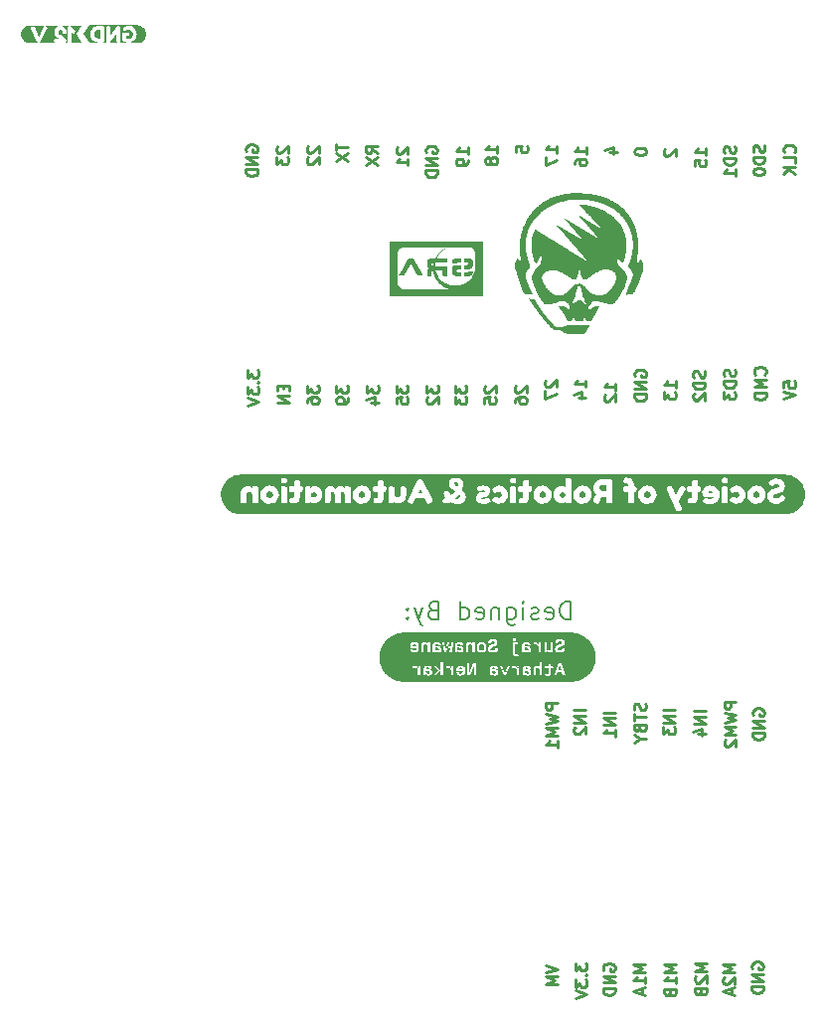
<source format=gbr>
%TF.GenerationSoftware,KiCad,Pcbnew,7.0.1*%
%TF.CreationDate,2023-10-29T13:19:35+05:30*%
%TF.ProjectId,MAZEBLAZE-V3,4d415a45-424c-4415-9a45-2d56332e6b69,rev?*%
%TF.SameCoordinates,Original*%
%TF.FileFunction,Legend,Bot*%
%TF.FilePolarity,Positive*%
%FSLAX46Y46*%
G04 Gerber Fmt 4.6, Leading zero omitted, Abs format (unit mm)*
G04 Created by KiCad (PCBNEW 7.0.1) date 2023-10-29 13:19:35*
%MOMM*%
%LPD*%
G01*
G04 APERTURE LIST*
%ADD10C,0.250000*%
%ADD11C,0.187500*%
G04 APERTURE END LIST*
D10*
X139042619Y-53476190D02*
X139042619Y-53571428D01*
X139042619Y-53571428D02*
X139090238Y-53666666D01*
X139090238Y-53666666D02*
X139137857Y-53714285D01*
X139137857Y-53714285D02*
X139233095Y-53761904D01*
X139233095Y-53761904D02*
X139423571Y-53809523D01*
X139423571Y-53809523D02*
X139661666Y-53809523D01*
X139661666Y-53809523D02*
X139852142Y-53761904D01*
X139852142Y-53761904D02*
X139947380Y-53714285D01*
X139947380Y-53714285D02*
X139995000Y-53666666D01*
X139995000Y-53666666D02*
X140042619Y-53571428D01*
X140042619Y-53571428D02*
X140042619Y-53476190D01*
X140042619Y-53476190D02*
X139995000Y-53380952D01*
X139995000Y-53380952D02*
X139947380Y-53333333D01*
X139947380Y-53333333D02*
X139852142Y-53285714D01*
X139852142Y-53285714D02*
X139661666Y-53238095D01*
X139661666Y-53238095D02*
X139423571Y-53238095D01*
X139423571Y-53238095D02*
X139233095Y-53285714D01*
X139233095Y-53285714D02*
X139137857Y-53333333D01*
X139137857Y-53333333D02*
X139090238Y-53380952D01*
X139090238Y-53380952D02*
X139042619Y-53476190D01*
X105990238Y-53514285D02*
X105942619Y-53419047D01*
X105942619Y-53419047D02*
X105942619Y-53276190D01*
X105942619Y-53276190D02*
X105990238Y-53133333D01*
X105990238Y-53133333D02*
X106085476Y-53038095D01*
X106085476Y-53038095D02*
X106180714Y-52990476D01*
X106180714Y-52990476D02*
X106371190Y-52942857D01*
X106371190Y-52942857D02*
X106514047Y-52942857D01*
X106514047Y-52942857D02*
X106704523Y-52990476D01*
X106704523Y-52990476D02*
X106799761Y-53038095D01*
X106799761Y-53038095D02*
X106895000Y-53133333D01*
X106895000Y-53133333D02*
X106942619Y-53276190D01*
X106942619Y-53276190D02*
X106942619Y-53371428D01*
X106942619Y-53371428D02*
X106895000Y-53514285D01*
X106895000Y-53514285D02*
X106847380Y-53561904D01*
X106847380Y-53561904D02*
X106514047Y-53561904D01*
X106514047Y-53561904D02*
X106514047Y-53371428D01*
X106942619Y-53990476D02*
X105942619Y-53990476D01*
X105942619Y-53990476D02*
X106942619Y-54561904D01*
X106942619Y-54561904D02*
X105942619Y-54561904D01*
X106942619Y-55038095D02*
X105942619Y-55038095D01*
X105942619Y-55038095D02*
X105942619Y-55276190D01*
X105942619Y-55276190D02*
X105990238Y-55419047D01*
X105990238Y-55419047D02*
X106085476Y-55514285D01*
X106085476Y-55514285D02*
X106180714Y-55561904D01*
X106180714Y-55561904D02*
X106371190Y-55609523D01*
X106371190Y-55609523D02*
X106514047Y-55609523D01*
X106514047Y-55609523D02*
X106704523Y-55561904D01*
X106704523Y-55561904D02*
X106799761Y-55514285D01*
X106799761Y-55514285D02*
X106895000Y-55419047D01*
X106895000Y-55419047D02*
X106942619Y-55276190D01*
X106942619Y-55276190D02*
X106942619Y-55038095D01*
X145092619Y-101198095D02*
X144092619Y-101198095D01*
X145092619Y-101674285D02*
X144092619Y-101674285D01*
X144092619Y-101674285D02*
X145092619Y-102245713D01*
X145092619Y-102245713D02*
X144092619Y-102245713D01*
X144425952Y-103150475D02*
X145092619Y-103150475D01*
X144045000Y-102912380D02*
X144759285Y-102674285D01*
X144759285Y-102674285D02*
X144759285Y-103293332D01*
X132442619Y-53657142D02*
X132442619Y-53085714D01*
X132442619Y-53371428D02*
X131442619Y-53371428D01*
X131442619Y-53371428D02*
X131585476Y-53276190D01*
X131585476Y-53276190D02*
X131680714Y-53180952D01*
X131680714Y-53180952D02*
X131728333Y-53085714D01*
X131442619Y-53990476D02*
X131442619Y-54657142D01*
X131442619Y-54657142D02*
X132442619Y-54228571D01*
X136875952Y-53614285D02*
X137542619Y-53614285D01*
X136495000Y-53376190D02*
X137209285Y-53138095D01*
X137209285Y-53138095D02*
X137209285Y-53757142D01*
X144995000Y-72190476D02*
X145042619Y-72333333D01*
X145042619Y-72333333D02*
X145042619Y-72571428D01*
X145042619Y-72571428D02*
X144995000Y-72666666D01*
X144995000Y-72666666D02*
X144947380Y-72714285D01*
X144947380Y-72714285D02*
X144852142Y-72761904D01*
X144852142Y-72761904D02*
X144756904Y-72761904D01*
X144756904Y-72761904D02*
X144661666Y-72714285D01*
X144661666Y-72714285D02*
X144614047Y-72666666D01*
X144614047Y-72666666D02*
X144566428Y-72571428D01*
X144566428Y-72571428D02*
X144518809Y-72380952D01*
X144518809Y-72380952D02*
X144471190Y-72285714D01*
X144471190Y-72285714D02*
X144423571Y-72238095D01*
X144423571Y-72238095D02*
X144328333Y-72190476D01*
X144328333Y-72190476D02*
X144233095Y-72190476D01*
X144233095Y-72190476D02*
X144137857Y-72238095D01*
X144137857Y-72238095D02*
X144090238Y-72285714D01*
X144090238Y-72285714D02*
X144042619Y-72380952D01*
X144042619Y-72380952D02*
X144042619Y-72619047D01*
X144042619Y-72619047D02*
X144090238Y-72761904D01*
X145042619Y-73190476D02*
X144042619Y-73190476D01*
X144042619Y-73190476D02*
X144042619Y-73428571D01*
X144042619Y-73428571D02*
X144090238Y-73571428D01*
X144090238Y-73571428D02*
X144185476Y-73666666D01*
X144185476Y-73666666D02*
X144280714Y-73714285D01*
X144280714Y-73714285D02*
X144471190Y-73761904D01*
X144471190Y-73761904D02*
X144614047Y-73761904D01*
X144614047Y-73761904D02*
X144804523Y-73714285D01*
X144804523Y-73714285D02*
X144899761Y-73666666D01*
X144899761Y-73666666D02*
X144995000Y-73571428D01*
X144995000Y-73571428D02*
X145042619Y-73428571D01*
X145042619Y-73428571D02*
X145042619Y-73190476D01*
X144137857Y-74142857D02*
X144090238Y-74190476D01*
X144090238Y-74190476D02*
X144042619Y-74285714D01*
X144042619Y-74285714D02*
X144042619Y-74523809D01*
X144042619Y-74523809D02*
X144090238Y-74619047D01*
X144090238Y-74619047D02*
X144137857Y-74666666D01*
X144137857Y-74666666D02*
X144233095Y-74714285D01*
X144233095Y-74714285D02*
X144328333Y-74714285D01*
X144328333Y-74714285D02*
X144471190Y-74666666D01*
X144471190Y-74666666D02*
X145042619Y-74095238D01*
X145042619Y-74095238D02*
X145042619Y-74714285D01*
X118742619Y-73442857D02*
X118742619Y-74061904D01*
X118742619Y-74061904D02*
X119123571Y-73728571D01*
X119123571Y-73728571D02*
X119123571Y-73871428D01*
X119123571Y-73871428D02*
X119171190Y-73966666D01*
X119171190Y-73966666D02*
X119218809Y-74014285D01*
X119218809Y-74014285D02*
X119314047Y-74061904D01*
X119314047Y-74061904D02*
X119552142Y-74061904D01*
X119552142Y-74061904D02*
X119647380Y-74014285D01*
X119647380Y-74014285D02*
X119695000Y-73966666D01*
X119695000Y-73966666D02*
X119742619Y-73871428D01*
X119742619Y-73871428D02*
X119742619Y-73585714D01*
X119742619Y-73585714D02*
X119695000Y-73490476D01*
X119695000Y-73490476D02*
X119647380Y-73442857D01*
X118742619Y-74966666D02*
X118742619Y-74490476D01*
X118742619Y-74490476D02*
X119218809Y-74442857D01*
X119218809Y-74442857D02*
X119171190Y-74490476D01*
X119171190Y-74490476D02*
X119123571Y-74585714D01*
X119123571Y-74585714D02*
X119123571Y-74823809D01*
X119123571Y-74823809D02*
X119171190Y-74919047D01*
X119171190Y-74919047D02*
X119218809Y-74966666D01*
X119218809Y-74966666D02*
X119314047Y-75014285D01*
X119314047Y-75014285D02*
X119552142Y-75014285D01*
X119552142Y-75014285D02*
X119647380Y-74966666D01*
X119647380Y-74966666D02*
X119695000Y-74919047D01*
X119695000Y-74919047D02*
X119742619Y-74823809D01*
X119742619Y-74823809D02*
X119742619Y-74585714D01*
X119742619Y-74585714D02*
X119695000Y-74490476D01*
X119695000Y-74490476D02*
X119647380Y-74442857D01*
X128942619Y-53561904D02*
X128942619Y-53085714D01*
X128942619Y-53085714D02*
X129418809Y-53038095D01*
X129418809Y-53038095D02*
X129371190Y-53085714D01*
X129371190Y-53085714D02*
X129323571Y-53180952D01*
X129323571Y-53180952D02*
X129323571Y-53419047D01*
X129323571Y-53419047D02*
X129371190Y-53514285D01*
X129371190Y-53514285D02*
X129418809Y-53561904D01*
X129418809Y-53561904D02*
X129514047Y-53609523D01*
X129514047Y-53609523D02*
X129752142Y-53609523D01*
X129752142Y-53609523D02*
X129847380Y-53561904D01*
X129847380Y-53561904D02*
X129895000Y-53514285D01*
X129895000Y-53514285D02*
X129942619Y-53419047D01*
X129942619Y-53419047D02*
X129942619Y-53180952D01*
X129942619Y-53180952D02*
X129895000Y-53085714D01*
X129895000Y-53085714D02*
X129847380Y-53038095D01*
X117142619Y-53657142D02*
X116666428Y-53323809D01*
X117142619Y-53085714D02*
X116142619Y-53085714D01*
X116142619Y-53085714D02*
X116142619Y-53466666D01*
X116142619Y-53466666D02*
X116190238Y-53561904D01*
X116190238Y-53561904D02*
X116237857Y-53609523D01*
X116237857Y-53609523D02*
X116333095Y-53657142D01*
X116333095Y-53657142D02*
X116475952Y-53657142D01*
X116475952Y-53657142D02*
X116571190Y-53609523D01*
X116571190Y-53609523D02*
X116618809Y-53561904D01*
X116618809Y-53561904D02*
X116666428Y-53466666D01*
X116666428Y-53466666D02*
X116666428Y-53085714D01*
X116142619Y-53990476D02*
X117142619Y-54657142D01*
X116142619Y-54657142D02*
X117142619Y-53990476D01*
X121342619Y-73442857D02*
X121342619Y-74061904D01*
X121342619Y-74061904D02*
X121723571Y-73728571D01*
X121723571Y-73728571D02*
X121723571Y-73871428D01*
X121723571Y-73871428D02*
X121771190Y-73966666D01*
X121771190Y-73966666D02*
X121818809Y-74014285D01*
X121818809Y-74014285D02*
X121914047Y-74061904D01*
X121914047Y-74061904D02*
X122152142Y-74061904D01*
X122152142Y-74061904D02*
X122247380Y-74014285D01*
X122247380Y-74014285D02*
X122295000Y-73966666D01*
X122295000Y-73966666D02*
X122342619Y-73871428D01*
X122342619Y-73871428D02*
X122342619Y-73585714D01*
X122342619Y-73585714D02*
X122295000Y-73490476D01*
X122295000Y-73490476D02*
X122247380Y-73442857D01*
X121437857Y-74442857D02*
X121390238Y-74490476D01*
X121390238Y-74490476D02*
X121342619Y-74585714D01*
X121342619Y-74585714D02*
X121342619Y-74823809D01*
X121342619Y-74823809D02*
X121390238Y-74919047D01*
X121390238Y-74919047D02*
X121437857Y-74966666D01*
X121437857Y-74966666D02*
X121533095Y-75014285D01*
X121533095Y-75014285D02*
X121628333Y-75014285D01*
X121628333Y-75014285D02*
X121771190Y-74966666D01*
X121771190Y-74966666D02*
X122342619Y-74395238D01*
X122342619Y-74395238D02*
X122342619Y-75014285D01*
X150095000Y-52985714D02*
X150142619Y-53128571D01*
X150142619Y-53128571D02*
X150142619Y-53366666D01*
X150142619Y-53366666D02*
X150095000Y-53461904D01*
X150095000Y-53461904D02*
X150047380Y-53509523D01*
X150047380Y-53509523D02*
X149952142Y-53557142D01*
X149952142Y-53557142D02*
X149856904Y-53557142D01*
X149856904Y-53557142D02*
X149761666Y-53509523D01*
X149761666Y-53509523D02*
X149714047Y-53461904D01*
X149714047Y-53461904D02*
X149666428Y-53366666D01*
X149666428Y-53366666D02*
X149618809Y-53176190D01*
X149618809Y-53176190D02*
X149571190Y-53080952D01*
X149571190Y-53080952D02*
X149523571Y-53033333D01*
X149523571Y-53033333D02*
X149428333Y-52985714D01*
X149428333Y-52985714D02*
X149333095Y-52985714D01*
X149333095Y-52985714D02*
X149237857Y-53033333D01*
X149237857Y-53033333D02*
X149190238Y-53080952D01*
X149190238Y-53080952D02*
X149142619Y-53176190D01*
X149142619Y-53176190D02*
X149142619Y-53414285D01*
X149142619Y-53414285D02*
X149190238Y-53557142D01*
X150142619Y-53985714D02*
X149142619Y-53985714D01*
X149142619Y-53985714D02*
X149142619Y-54223809D01*
X149142619Y-54223809D02*
X149190238Y-54366666D01*
X149190238Y-54366666D02*
X149285476Y-54461904D01*
X149285476Y-54461904D02*
X149380714Y-54509523D01*
X149380714Y-54509523D02*
X149571190Y-54557142D01*
X149571190Y-54557142D02*
X149714047Y-54557142D01*
X149714047Y-54557142D02*
X149904523Y-54509523D01*
X149904523Y-54509523D02*
X149999761Y-54461904D01*
X149999761Y-54461904D02*
X150095000Y-54366666D01*
X150095000Y-54366666D02*
X150142619Y-54223809D01*
X150142619Y-54223809D02*
X150142619Y-53985714D01*
X149142619Y-55176190D02*
X149142619Y-55271428D01*
X149142619Y-55271428D02*
X149190238Y-55366666D01*
X149190238Y-55366666D02*
X149237857Y-55414285D01*
X149237857Y-55414285D02*
X149333095Y-55461904D01*
X149333095Y-55461904D02*
X149523571Y-55509523D01*
X149523571Y-55509523D02*
X149761666Y-55509523D01*
X149761666Y-55509523D02*
X149952142Y-55461904D01*
X149952142Y-55461904D02*
X150047380Y-55414285D01*
X150047380Y-55414285D02*
X150095000Y-55366666D01*
X150095000Y-55366666D02*
X150142619Y-55271428D01*
X150142619Y-55271428D02*
X150142619Y-55176190D01*
X150142619Y-55176190D02*
X150095000Y-55080952D01*
X150095000Y-55080952D02*
X150047380Y-55033333D01*
X150047380Y-55033333D02*
X149952142Y-54985714D01*
X149952142Y-54985714D02*
X149761666Y-54938095D01*
X149761666Y-54938095D02*
X149523571Y-54938095D01*
X149523571Y-54938095D02*
X149333095Y-54985714D01*
X149333095Y-54985714D02*
X149237857Y-55033333D01*
X149237857Y-55033333D02*
X149190238Y-55080952D01*
X149190238Y-55080952D02*
X149142619Y-55176190D01*
X128937857Y-73490476D02*
X128890238Y-73538095D01*
X128890238Y-73538095D02*
X128842619Y-73633333D01*
X128842619Y-73633333D02*
X128842619Y-73871428D01*
X128842619Y-73871428D02*
X128890238Y-73966666D01*
X128890238Y-73966666D02*
X128937857Y-74014285D01*
X128937857Y-74014285D02*
X129033095Y-74061904D01*
X129033095Y-74061904D02*
X129128333Y-74061904D01*
X129128333Y-74061904D02*
X129271190Y-74014285D01*
X129271190Y-74014285D02*
X129842619Y-73442857D01*
X129842619Y-73442857D02*
X129842619Y-74061904D01*
X128842619Y-74919047D02*
X128842619Y-74728571D01*
X128842619Y-74728571D02*
X128890238Y-74633333D01*
X128890238Y-74633333D02*
X128937857Y-74585714D01*
X128937857Y-74585714D02*
X129080714Y-74490476D01*
X129080714Y-74490476D02*
X129271190Y-74442857D01*
X129271190Y-74442857D02*
X129652142Y-74442857D01*
X129652142Y-74442857D02*
X129747380Y-74490476D01*
X129747380Y-74490476D02*
X129795000Y-74538095D01*
X129795000Y-74538095D02*
X129842619Y-74633333D01*
X129842619Y-74633333D02*
X129842619Y-74823809D01*
X129842619Y-74823809D02*
X129795000Y-74919047D01*
X129795000Y-74919047D02*
X129747380Y-74966666D01*
X129747380Y-74966666D02*
X129652142Y-75014285D01*
X129652142Y-75014285D02*
X129414047Y-75014285D01*
X129414047Y-75014285D02*
X129318809Y-74966666D01*
X129318809Y-74966666D02*
X129271190Y-74919047D01*
X129271190Y-74919047D02*
X129223571Y-74823809D01*
X129223571Y-74823809D02*
X129223571Y-74633333D01*
X129223571Y-74633333D02*
X129271190Y-74538095D01*
X129271190Y-74538095D02*
X129318809Y-74490476D01*
X129318809Y-74490476D02*
X129414047Y-74442857D01*
X149140238Y-101521904D02*
X149092619Y-101426666D01*
X149092619Y-101426666D02*
X149092619Y-101283809D01*
X149092619Y-101283809D02*
X149140238Y-101140952D01*
X149140238Y-101140952D02*
X149235476Y-101045714D01*
X149235476Y-101045714D02*
X149330714Y-100998095D01*
X149330714Y-100998095D02*
X149521190Y-100950476D01*
X149521190Y-100950476D02*
X149664047Y-100950476D01*
X149664047Y-100950476D02*
X149854523Y-100998095D01*
X149854523Y-100998095D02*
X149949761Y-101045714D01*
X149949761Y-101045714D02*
X150045000Y-101140952D01*
X150045000Y-101140952D02*
X150092619Y-101283809D01*
X150092619Y-101283809D02*
X150092619Y-101379047D01*
X150092619Y-101379047D02*
X150045000Y-101521904D01*
X150045000Y-101521904D02*
X149997380Y-101569523D01*
X149997380Y-101569523D02*
X149664047Y-101569523D01*
X149664047Y-101569523D02*
X149664047Y-101379047D01*
X150092619Y-101998095D02*
X149092619Y-101998095D01*
X149092619Y-101998095D02*
X150092619Y-102569523D01*
X150092619Y-102569523D02*
X149092619Y-102569523D01*
X150092619Y-103045714D02*
X149092619Y-103045714D01*
X149092619Y-103045714D02*
X149092619Y-103283809D01*
X149092619Y-103283809D02*
X149140238Y-103426666D01*
X149140238Y-103426666D02*
X149235476Y-103521904D01*
X149235476Y-103521904D02*
X149330714Y-103569523D01*
X149330714Y-103569523D02*
X149521190Y-103617142D01*
X149521190Y-103617142D02*
X149664047Y-103617142D01*
X149664047Y-103617142D02*
X149854523Y-103569523D01*
X149854523Y-103569523D02*
X149949761Y-103521904D01*
X149949761Y-103521904D02*
X150045000Y-103426666D01*
X150045000Y-103426666D02*
X150092619Y-103283809D01*
X150092619Y-103283809D02*
X150092619Y-103045714D01*
X137442619Y-73861904D02*
X137442619Y-73290476D01*
X137442619Y-73576190D02*
X136442619Y-73576190D01*
X136442619Y-73576190D02*
X136585476Y-73480952D01*
X136585476Y-73480952D02*
X136680714Y-73385714D01*
X136680714Y-73385714D02*
X136728333Y-73290476D01*
X136537857Y-74242857D02*
X136490238Y-74290476D01*
X136490238Y-74290476D02*
X136442619Y-74385714D01*
X136442619Y-74385714D02*
X136442619Y-74623809D01*
X136442619Y-74623809D02*
X136490238Y-74719047D01*
X136490238Y-74719047D02*
X136537857Y-74766666D01*
X136537857Y-74766666D02*
X136633095Y-74814285D01*
X136633095Y-74814285D02*
X136728333Y-74814285D01*
X136728333Y-74814285D02*
X136871190Y-74766666D01*
X136871190Y-74766666D02*
X137442619Y-74195238D01*
X137442619Y-74195238D02*
X137442619Y-74814285D01*
X147595000Y-53085714D02*
X147642619Y-53228571D01*
X147642619Y-53228571D02*
X147642619Y-53466666D01*
X147642619Y-53466666D02*
X147595000Y-53561904D01*
X147595000Y-53561904D02*
X147547380Y-53609523D01*
X147547380Y-53609523D02*
X147452142Y-53657142D01*
X147452142Y-53657142D02*
X147356904Y-53657142D01*
X147356904Y-53657142D02*
X147261666Y-53609523D01*
X147261666Y-53609523D02*
X147214047Y-53561904D01*
X147214047Y-53561904D02*
X147166428Y-53466666D01*
X147166428Y-53466666D02*
X147118809Y-53276190D01*
X147118809Y-53276190D02*
X147071190Y-53180952D01*
X147071190Y-53180952D02*
X147023571Y-53133333D01*
X147023571Y-53133333D02*
X146928333Y-53085714D01*
X146928333Y-53085714D02*
X146833095Y-53085714D01*
X146833095Y-53085714D02*
X146737857Y-53133333D01*
X146737857Y-53133333D02*
X146690238Y-53180952D01*
X146690238Y-53180952D02*
X146642619Y-53276190D01*
X146642619Y-53276190D02*
X146642619Y-53514285D01*
X146642619Y-53514285D02*
X146690238Y-53657142D01*
X147642619Y-54085714D02*
X146642619Y-54085714D01*
X146642619Y-54085714D02*
X146642619Y-54323809D01*
X146642619Y-54323809D02*
X146690238Y-54466666D01*
X146690238Y-54466666D02*
X146785476Y-54561904D01*
X146785476Y-54561904D02*
X146880714Y-54609523D01*
X146880714Y-54609523D02*
X147071190Y-54657142D01*
X147071190Y-54657142D02*
X147214047Y-54657142D01*
X147214047Y-54657142D02*
X147404523Y-54609523D01*
X147404523Y-54609523D02*
X147499761Y-54561904D01*
X147499761Y-54561904D02*
X147595000Y-54466666D01*
X147595000Y-54466666D02*
X147642619Y-54323809D01*
X147642619Y-54323809D02*
X147642619Y-54085714D01*
X147642619Y-55609523D02*
X147642619Y-55038095D01*
X147642619Y-55323809D02*
X146642619Y-55323809D01*
X146642619Y-55323809D02*
X146785476Y-55228571D01*
X146785476Y-55228571D02*
X146880714Y-55133333D01*
X146880714Y-55133333D02*
X146928333Y-55038095D01*
X149050238Y-123111904D02*
X149002619Y-123016666D01*
X149002619Y-123016666D02*
X149002619Y-122873809D01*
X149002619Y-122873809D02*
X149050238Y-122730952D01*
X149050238Y-122730952D02*
X149145476Y-122635714D01*
X149145476Y-122635714D02*
X149240714Y-122588095D01*
X149240714Y-122588095D02*
X149431190Y-122540476D01*
X149431190Y-122540476D02*
X149574047Y-122540476D01*
X149574047Y-122540476D02*
X149764523Y-122588095D01*
X149764523Y-122588095D02*
X149859761Y-122635714D01*
X149859761Y-122635714D02*
X149955000Y-122730952D01*
X149955000Y-122730952D02*
X150002619Y-122873809D01*
X150002619Y-122873809D02*
X150002619Y-122969047D01*
X150002619Y-122969047D02*
X149955000Y-123111904D01*
X149955000Y-123111904D02*
X149907380Y-123159523D01*
X149907380Y-123159523D02*
X149574047Y-123159523D01*
X149574047Y-123159523D02*
X149574047Y-122969047D01*
X150002619Y-123588095D02*
X149002619Y-123588095D01*
X149002619Y-123588095D02*
X150002619Y-124159523D01*
X150002619Y-124159523D02*
X149002619Y-124159523D01*
X150002619Y-124635714D02*
X149002619Y-124635714D01*
X149002619Y-124635714D02*
X149002619Y-124873809D01*
X149002619Y-124873809D02*
X149050238Y-125016666D01*
X149050238Y-125016666D02*
X149145476Y-125111904D01*
X149145476Y-125111904D02*
X149240714Y-125159523D01*
X149240714Y-125159523D02*
X149431190Y-125207142D01*
X149431190Y-125207142D02*
X149574047Y-125207142D01*
X149574047Y-125207142D02*
X149764523Y-125159523D01*
X149764523Y-125159523D02*
X149859761Y-125111904D01*
X149859761Y-125111904D02*
X149955000Y-125016666D01*
X149955000Y-125016666D02*
X150002619Y-124873809D01*
X150002619Y-124873809D02*
X150002619Y-124635714D01*
X131497857Y-73030476D02*
X131450238Y-73078095D01*
X131450238Y-73078095D02*
X131402619Y-73173333D01*
X131402619Y-73173333D02*
X131402619Y-73411428D01*
X131402619Y-73411428D02*
X131450238Y-73506666D01*
X131450238Y-73506666D02*
X131497857Y-73554285D01*
X131497857Y-73554285D02*
X131593095Y-73601904D01*
X131593095Y-73601904D02*
X131688333Y-73601904D01*
X131688333Y-73601904D02*
X131831190Y-73554285D01*
X131831190Y-73554285D02*
X132402619Y-72982857D01*
X132402619Y-72982857D02*
X132402619Y-73601904D01*
X131402619Y-73935238D02*
X131402619Y-74601904D01*
X131402619Y-74601904D02*
X132402619Y-74173333D01*
X139945000Y-100550476D02*
X139992619Y-100693333D01*
X139992619Y-100693333D02*
X139992619Y-100931428D01*
X139992619Y-100931428D02*
X139945000Y-101026666D01*
X139945000Y-101026666D02*
X139897380Y-101074285D01*
X139897380Y-101074285D02*
X139802142Y-101121904D01*
X139802142Y-101121904D02*
X139706904Y-101121904D01*
X139706904Y-101121904D02*
X139611666Y-101074285D01*
X139611666Y-101074285D02*
X139564047Y-101026666D01*
X139564047Y-101026666D02*
X139516428Y-100931428D01*
X139516428Y-100931428D02*
X139468809Y-100740952D01*
X139468809Y-100740952D02*
X139421190Y-100645714D01*
X139421190Y-100645714D02*
X139373571Y-100598095D01*
X139373571Y-100598095D02*
X139278333Y-100550476D01*
X139278333Y-100550476D02*
X139183095Y-100550476D01*
X139183095Y-100550476D02*
X139087857Y-100598095D01*
X139087857Y-100598095D02*
X139040238Y-100645714D01*
X139040238Y-100645714D02*
X138992619Y-100740952D01*
X138992619Y-100740952D02*
X138992619Y-100979047D01*
X138992619Y-100979047D02*
X139040238Y-101121904D01*
X138992619Y-101407619D02*
X138992619Y-101979047D01*
X139992619Y-101693333D02*
X138992619Y-101693333D01*
X139468809Y-102645714D02*
X139516428Y-102788571D01*
X139516428Y-102788571D02*
X139564047Y-102836190D01*
X139564047Y-102836190D02*
X139659285Y-102883809D01*
X139659285Y-102883809D02*
X139802142Y-102883809D01*
X139802142Y-102883809D02*
X139897380Y-102836190D01*
X139897380Y-102836190D02*
X139945000Y-102788571D01*
X139945000Y-102788571D02*
X139992619Y-102693333D01*
X139992619Y-102693333D02*
X139992619Y-102312381D01*
X139992619Y-102312381D02*
X138992619Y-102312381D01*
X138992619Y-102312381D02*
X138992619Y-102645714D01*
X138992619Y-102645714D02*
X139040238Y-102740952D01*
X139040238Y-102740952D02*
X139087857Y-102788571D01*
X139087857Y-102788571D02*
X139183095Y-102836190D01*
X139183095Y-102836190D02*
X139278333Y-102836190D01*
X139278333Y-102836190D02*
X139373571Y-102788571D01*
X139373571Y-102788571D02*
X139421190Y-102740952D01*
X139421190Y-102740952D02*
X139468809Y-102645714D01*
X139468809Y-102645714D02*
X139468809Y-102312381D01*
X139516428Y-103502857D02*
X139992619Y-103502857D01*
X138992619Y-103169524D02*
X139516428Y-103502857D01*
X139516428Y-103502857D02*
X138992619Y-103836190D01*
X142492619Y-101098095D02*
X141492619Y-101098095D01*
X142492619Y-101574285D02*
X141492619Y-101574285D01*
X141492619Y-101574285D02*
X142492619Y-102145713D01*
X142492619Y-102145713D02*
X141492619Y-102145713D01*
X141492619Y-102526666D02*
X141492619Y-103145713D01*
X141492619Y-103145713D02*
X141873571Y-102812380D01*
X141873571Y-102812380D02*
X141873571Y-102955237D01*
X141873571Y-102955237D02*
X141921190Y-103050475D01*
X141921190Y-103050475D02*
X141968809Y-103098094D01*
X141968809Y-103098094D02*
X142064047Y-103145713D01*
X142064047Y-103145713D02*
X142302142Y-103145713D01*
X142302142Y-103145713D02*
X142397380Y-103098094D01*
X142397380Y-103098094D02*
X142445000Y-103050475D01*
X142445000Y-103050475D02*
X142492619Y-102955237D01*
X142492619Y-102955237D02*
X142492619Y-102669523D01*
X142492619Y-102669523D02*
X142445000Y-102574285D01*
X142445000Y-102574285D02*
X142397380Y-102526666D01*
X134942619Y-53757142D02*
X134942619Y-53185714D01*
X134942619Y-53471428D02*
X133942619Y-53471428D01*
X133942619Y-53471428D02*
X134085476Y-53376190D01*
X134085476Y-53376190D02*
X134180714Y-53280952D01*
X134180714Y-53280952D02*
X134228333Y-53185714D01*
X133942619Y-54614285D02*
X133942619Y-54423809D01*
X133942619Y-54423809D02*
X133990238Y-54328571D01*
X133990238Y-54328571D02*
X134037857Y-54280952D01*
X134037857Y-54280952D02*
X134180714Y-54185714D01*
X134180714Y-54185714D02*
X134371190Y-54138095D01*
X134371190Y-54138095D02*
X134752142Y-54138095D01*
X134752142Y-54138095D02*
X134847380Y-54185714D01*
X134847380Y-54185714D02*
X134895000Y-54233333D01*
X134895000Y-54233333D02*
X134942619Y-54328571D01*
X134942619Y-54328571D02*
X134942619Y-54519047D01*
X134942619Y-54519047D02*
X134895000Y-54614285D01*
X134895000Y-54614285D02*
X134847380Y-54661904D01*
X134847380Y-54661904D02*
X134752142Y-54709523D01*
X134752142Y-54709523D02*
X134514047Y-54709523D01*
X134514047Y-54709523D02*
X134418809Y-54661904D01*
X134418809Y-54661904D02*
X134371190Y-54614285D01*
X134371190Y-54614285D02*
X134323571Y-54519047D01*
X134323571Y-54519047D02*
X134323571Y-54328571D01*
X134323571Y-54328571D02*
X134371190Y-54233333D01*
X134371190Y-54233333D02*
X134418809Y-54185714D01*
X134418809Y-54185714D02*
X134514047Y-54138095D01*
X139090238Y-72661904D02*
X139042619Y-72566666D01*
X139042619Y-72566666D02*
X139042619Y-72423809D01*
X139042619Y-72423809D02*
X139090238Y-72280952D01*
X139090238Y-72280952D02*
X139185476Y-72185714D01*
X139185476Y-72185714D02*
X139280714Y-72138095D01*
X139280714Y-72138095D02*
X139471190Y-72090476D01*
X139471190Y-72090476D02*
X139614047Y-72090476D01*
X139614047Y-72090476D02*
X139804523Y-72138095D01*
X139804523Y-72138095D02*
X139899761Y-72185714D01*
X139899761Y-72185714D02*
X139995000Y-72280952D01*
X139995000Y-72280952D02*
X140042619Y-72423809D01*
X140042619Y-72423809D02*
X140042619Y-72519047D01*
X140042619Y-72519047D02*
X139995000Y-72661904D01*
X139995000Y-72661904D02*
X139947380Y-72709523D01*
X139947380Y-72709523D02*
X139614047Y-72709523D01*
X139614047Y-72709523D02*
X139614047Y-72519047D01*
X140042619Y-73138095D02*
X139042619Y-73138095D01*
X139042619Y-73138095D02*
X140042619Y-73709523D01*
X140042619Y-73709523D02*
X139042619Y-73709523D01*
X140042619Y-74185714D02*
X139042619Y-74185714D01*
X139042619Y-74185714D02*
X139042619Y-74423809D01*
X139042619Y-74423809D02*
X139090238Y-74566666D01*
X139090238Y-74566666D02*
X139185476Y-74661904D01*
X139185476Y-74661904D02*
X139280714Y-74709523D01*
X139280714Y-74709523D02*
X139471190Y-74757142D01*
X139471190Y-74757142D02*
X139614047Y-74757142D01*
X139614047Y-74757142D02*
X139804523Y-74709523D01*
X139804523Y-74709523D02*
X139899761Y-74661904D01*
X139899761Y-74661904D02*
X139995000Y-74566666D01*
X139995000Y-74566666D02*
X140042619Y-74423809D01*
X140042619Y-74423809D02*
X140042619Y-74185714D01*
X142542619Y-73661904D02*
X142542619Y-73090476D01*
X142542619Y-73376190D02*
X141542619Y-73376190D01*
X141542619Y-73376190D02*
X141685476Y-73280952D01*
X141685476Y-73280952D02*
X141780714Y-73185714D01*
X141780714Y-73185714D02*
X141828333Y-73090476D01*
X141542619Y-73995238D02*
X141542619Y-74614285D01*
X141542619Y-74614285D02*
X141923571Y-74280952D01*
X141923571Y-74280952D02*
X141923571Y-74423809D01*
X141923571Y-74423809D02*
X141971190Y-74519047D01*
X141971190Y-74519047D02*
X142018809Y-74566666D01*
X142018809Y-74566666D02*
X142114047Y-74614285D01*
X142114047Y-74614285D02*
X142352142Y-74614285D01*
X142352142Y-74614285D02*
X142447380Y-74566666D01*
X142447380Y-74566666D02*
X142495000Y-74519047D01*
X142495000Y-74519047D02*
X142542619Y-74423809D01*
X142542619Y-74423809D02*
X142542619Y-74138095D01*
X142542619Y-74138095D02*
X142495000Y-74042857D01*
X142495000Y-74042857D02*
X142447380Y-73995238D01*
X123742619Y-73442857D02*
X123742619Y-74061904D01*
X123742619Y-74061904D02*
X124123571Y-73728571D01*
X124123571Y-73728571D02*
X124123571Y-73871428D01*
X124123571Y-73871428D02*
X124171190Y-73966666D01*
X124171190Y-73966666D02*
X124218809Y-74014285D01*
X124218809Y-74014285D02*
X124314047Y-74061904D01*
X124314047Y-74061904D02*
X124552142Y-74061904D01*
X124552142Y-74061904D02*
X124647380Y-74014285D01*
X124647380Y-74014285D02*
X124695000Y-73966666D01*
X124695000Y-73966666D02*
X124742619Y-73871428D01*
X124742619Y-73871428D02*
X124742619Y-73585714D01*
X124742619Y-73585714D02*
X124695000Y-73490476D01*
X124695000Y-73490476D02*
X124647380Y-73442857D01*
X123742619Y-74395238D02*
X123742619Y-75014285D01*
X123742619Y-75014285D02*
X124123571Y-74680952D01*
X124123571Y-74680952D02*
X124123571Y-74823809D01*
X124123571Y-74823809D02*
X124171190Y-74919047D01*
X124171190Y-74919047D02*
X124218809Y-74966666D01*
X124218809Y-74966666D02*
X124314047Y-75014285D01*
X124314047Y-75014285D02*
X124552142Y-75014285D01*
X124552142Y-75014285D02*
X124647380Y-74966666D01*
X124647380Y-74966666D02*
X124695000Y-74919047D01*
X124695000Y-74919047D02*
X124742619Y-74823809D01*
X124742619Y-74823809D02*
X124742619Y-74538095D01*
X124742619Y-74538095D02*
X124695000Y-74442857D01*
X124695000Y-74442857D02*
X124647380Y-74395238D01*
X142572619Y-122738095D02*
X141572619Y-122738095D01*
X141572619Y-122738095D02*
X142286904Y-123071428D01*
X142286904Y-123071428D02*
X141572619Y-123404761D01*
X141572619Y-123404761D02*
X142572619Y-123404761D01*
X142572619Y-124404761D02*
X142572619Y-123833333D01*
X142572619Y-124119047D02*
X141572619Y-124119047D01*
X141572619Y-124119047D02*
X141715476Y-124023809D01*
X141715476Y-124023809D02*
X141810714Y-123928571D01*
X141810714Y-123928571D02*
X141858333Y-123833333D01*
X142048809Y-125166666D02*
X142096428Y-125309523D01*
X142096428Y-125309523D02*
X142144047Y-125357142D01*
X142144047Y-125357142D02*
X142239285Y-125404761D01*
X142239285Y-125404761D02*
X142382142Y-125404761D01*
X142382142Y-125404761D02*
X142477380Y-125357142D01*
X142477380Y-125357142D02*
X142525000Y-125309523D01*
X142525000Y-125309523D02*
X142572619Y-125214285D01*
X142572619Y-125214285D02*
X142572619Y-124833333D01*
X142572619Y-124833333D02*
X141572619Y-124833333D01*
X141572619Y-124833333D02*
X141572619Y-125166666D01*
X141572619Y-125166666D02*
X141620238Y-125261904D01*
X141620238Y-125261904D02*
X141667857Y-125309523D01*
X141667857Y-125309523D02*
X141763095Y-125357142D01*
X141763095Y-125357142D02*
X141858333Y-125357142D01*
X141858333Y-125357142D02*
X141953571Y-125309523D01*
X141953571Y-125309523D02*
X142001190Y-125261904D01*
X142001190Y-125261904D02*
X142048809Y-125166666D01*
X142048809Y-125166666D02*
X142048809Y-124833333D01*
X150147380Y-72509523D02*
X150195000Y-72461904D01*
X150195000Y-72461904D02*
X150242619Y-72319047D01*
X150242619Y-72319047D02*
X150242619Y-72223809D01*
X150242619Y-72223809D02*
X150195000Y-72080952D01*
X150195000Y-72080952D02*
X150099761Y-71985714D01*
X150099761Y-71985714D02*
X150004523Y-71938095D01*
X150004523Y-71938095D02*
X149814047Y-71890476D01*
X149814047Y-71890476D02*
X149671190Y-71890476D01*
X149671190Y-71890476D02*
X149480714Y-71938095D01*
X149480714Y-71938095D02*
X149385476Y-71985714D01*
X149385476Y-71985714D02*
X149290238Y-72080952D01*
X149290238Y-72080952D02*
X149242619Y-72223809D01*
X149242619Y-72223809D02*
X149242619Y-72319047D01*
X149242619Y-72319047D02*
X149290238Y-72461904D01*
X149290238Y-72461904D02*
X149337857Y-72509523D01*
X150242619Y-72938095D02*
X149242619Y-72938095D01*
X149242619Y-72938095D02*
X149956904Y-73271428D01*
X149956904Y-73271428D02*
X149242619Y-73604761D01*
X149242619Y-73604761D02*
X150242619Y-73604761D01*
X150242619Y-74080952D02*
X149242619Y-74080952D01*
X149242619Y-74080952D02*
X149242619Y-74319047D01*
X149242619Y-74319047D02*
X149290238Y-74461904D01*
X149290238Y-74461904D02*
X149385476Y-74557142D01*
X149385476Y-74557142D02*
X149480714Y-74604761D01*
X149480714Y-74604761D02*
X149671190Y-74652380D01*
X149671190Y-74652380D02*
X149814047Y-74652380D01*
X149814047Y-74652380D02*
X150004523Y-74604761D01*
X150004523Y-74604761D02*
X150099761Y-74557142D01*
X150099761Y-74557142D02*
X150195000Y-74461904D01*
X150195000Y-74461904D02*
X150242619Y-74319047D01*
X150242619Y-74319047D02*
X150242619Y-74080952D01*
X132492619Y-100498095D02*
X131492619Y-100498095D01*
X131492619Y-100498095D02*
X131492619Y-100879047D01*
X131492619Y-100879047D02*
X131540238Y-100974285D01*
X131540238Y-100974285D02*
X131587857Y-101021904D01*
X131587857Y-101021904D02*
X131683095Y-101069523D01*
X131683095Y-101069523D02*
X131825952Y-101069523D01*
X131825952Y-101069523D02*
X131921190Y-101021904D01*
X131921190Y-101021904D02*
X131968809Y-100974285D01*
X131968809Y-100974285D02*
X132016428Y-100879047D01*
X132016428Y-100879047D02*
X132016428Y-100498095D01*
X131492619Y-101402857D02*
X132492619Y-101640952D01*
X132492619Y-101640952D02*
X131778333Y-101831428D01*
X131778333Y-101831428D02*
X132492619Y-102021904D01*
X132492619Y-102021904D02*
X131492619Y-102260000D01*
X132492619Y-102640952D02*
X131492619Y-102640952D01*
X131492619Y-102640952D02*
X132206904Y-102974285D01*
X132206904Y-102974285D02*
X131492619Y-103307618D01*
X131492619Y-103307618D02*
X132492619Y-103307618D01*
X132492619Y-104307618D02*
X132492619Y-103736190D01*
X132492619Y-104021904D02*
X131492619Y-104021904D01*
X131492619Y-104021904D02*
X131635476Y-103926666D01*
X131635476Y-103926666D02*
X131730714Y-103831428D01*
X131730714Y-103831428D02*
X131778333Y-103736190D01*
X141637857Y-53338095D02*
X141590238Y-53385714D01*
X141590238Y-53385714D02*
X141542619Y-53480952D01*
X141542619Y-53480952D02*
X141542619Y-53719047D01*
X141542619Y-53719047D02*
X141590238Y-53814285D01*
X141590238Y-53814285D02*
X141637857Y-53861904D01*
X141637857Y-53861904D02*
X141733095Y-53909523D01*
X141733095Y-53909523D02*
X141828333Y-53909523D01*
X141828333Y-53909523D02*
X141971190Y-53861904D01*
X141971190Y-53861904D02*
X142542619Y-53290476D01*
X142542619Y-53290476D02*
X142542619Y-53909523D01*
X152647380Y-53599999D02*
X152695000Y-53552380D01*
X152695000Y-53552380D02*
X152742619Y-53409523D01*
X152742619Y-53409523D02*
X152742619Y-53314285D01*
X152742619Y-53314285D02*
X152695000Y-53171428D01*
X152695000Y-53171428D02*
X152599761Y-53076190D01*
X152599761Y-53076190D02*
X152504523Y-53028571D01*
X152504523Y-53028571D02*
X152314047Y-52980952D01*
X152314047Y-52980952D02*
X152171190Y-52980952D01*
X152171190Y-52980952D02*
X151980714Y-53028571D01*
X151980714Y-53028571D02*
X151885476Y-53076190D01*
X151885476Y-53076190D02*
X151790238Y-53171428D01*
X151790238Y-53171428D02*
X151742619Y-53314285D01*
X151742619Y-53314285D02*
X151742619Y-53409523D01*
X151742619Y-53409523D02*
X151790238Y-53552380D01*
X151790238Y-53552380D02*
X151837857Y-53599999D01*
X152742619Y-54504761D02*
X152742619Y-54028571D01*
X152742619Y-54028571D02*
X151742619Y-54028571D01*
X152742619Y-54838095D02*
X151742619Y-54838095D01*
X152742619Y-55409523D02*
X152171190Y-54980952D01*
X151742619Y-55409523D02*
X152314047Y-54838095D01*
X118837857Y-53185714D02*
X118790238Y-53233333D01*
X118790238Y-53233333D02*
X118742619Y-53328571D01*
X118742619Y-53328571D02*
X118742619Y-53566666D01*
X118742619Y-53566666D02*
X118790238Y-53661904D01*
X118790238Y-53661904D02*
X118837857Y-53709523D01*
X118837857Y-53709523D02*
X118933095Y-53757142D01*
X118933095Y-53757142D02*
X119028333Y-53757142D01*
X119028333Y-53757142D02*
X119171190Y-53709523D01*
X119171190Y-53709523D02*
X119742619Y-53138095D01*
X119742619Y-53138095D02*
X119742619Y-53757142D01*
X119742619Y-54709523D02*
X119742619Y-54138095D01*
X119742619Y-54423809D02*
X118742619Y-54423809D01*
X118742619Y-54423809D02*
X118885476Y-54328571D01*
X118885476Y-54328571D02*
X118980714Y-54233333D01*
X118980714Y-54233333D02*
X119028333Y-54138095D01*
X113642619Y-73442857D02*
X113642619Y-74061904D01*
X113642619Y-74061904D02*
X114023571Y-73728571D01*
X114023571Y-73728571D02*
X114023571Y-73871428D01*
X114023571Y-73871428D02*
X114071190Y-73966666D01*
X114071190Y-73966666D02*
X114118809Y-74014285D01*
X114118809Y-74014285D02*
X114214047Y-74061904D01*
X114214047Y-74061904D02*
X114452142Y-74061904D01*
X114452142Y-74061904D02*
X114547380Y-74014285D01*
X114547380Y-74014285D02*
X114595000Y-73966666D01*
X114595000Y-73966666D02*
X114642619Y-73871428D01*
X114642619Y-73871428D02*
X114642619Y-73585714D01*
X114642619Y-73585714D02*
X114595000Y-73490476D01*
X114595000Y-73490476D02*
X114547380Y-73442857D01*
X114642619Y-74538095D02*
X114642619Y-74728571D01*
X114642619Y-74728571D02*
X114595000Y-74823809D01*
X114595000Y-74823809D02*
X114547380Y-74871428D01*
X114547380Y-74871428D02*
X114404523Y-74966666D01*
X114404523Y-74966666D02*
X114214047Y-75014285D01*
X114214047Y-75014285D02*
X113833095Y-75014285D01*
X113833095Y-75014285D02*
X113737857Y-74966666D01*
X113737857Y-74966666D02*
X113690238Y-74919047D01*
X113690238Y-74919047D02*
X113642619Y-74823809D01*
X113642619Y-74823809D02*
X113642619Y-74633333D01*
X113642619Y-74633333D02*
X113690238Y-74538095D01*
X113690238Y-74538095D02*
X113737857Y-74490476D01*
X113737857Y-74490476D02*
X113833095Y-74442857D01*
X113833095Y-74442857D02*
X114071190Y-74442857D01*
X114071190Y-74442857D02*
X114166428Y-74490476D01*
X114166428Y-74490476D02*
X114214047Y-74538095D01*
X114214047Y-74538095D02*
X114261666Y-74633333D01*
X114261666Y-74633333D02*
X114261666Y-74823809D01*
X114261666Y-74823809D02*
X114214047Y-74919047D01*
X114214047Y-74919047D02*
X114166428Y-74966666D01*
X114166428Y-74966666D02*
X114071190Y-75014285D01*
X147592619Y-122778095D02*
X146592619Y-122778095D01*
X146592619Y-122778095D02*
X147306904Y-123111428D01*
X147306904Y-123111428D02*
X146592619Y-123444761D01*
X146592619Y-123444761D02*
X147592619Y-123444761D01*
X146687857Y-123873333D02*
X146640238Y-123920952D01*
X146640238Y-123920952D02*
X146592619Y-124016190D01*
X146592619Y-124016190D02*
X146592619Y-124254285D01*
X146592619Y-124254285D02*
X146640238Y-124349523D01*
X146640238Y-124349523D02*
X146687857Y-124397142D01*
X146687857Y-124397142D02*
X146783095Y-124444761D01*
X146783095Y-124444761D02*
X146878333Y-124444761D01*
X146878333Y-124444761D02*
X147021190Y-124397142D01*
X147021190Y-124397142D02*
X147592619Y-123825714D01*
X147592619Y-123825714D02*
X147592619Y-124444761D01*
X147306904Y-124825714D02*
X147306904Y-125301904D01*
X147592619Y-124730476D02*
X146592619Y-125063809D01*
X146592619Y-125063809D02*
X147592619Y-125397142D01*
X131502619Y-122805238D02*
X132502619Y-123138571D01*
X132502619Y-123138571D02*
X131502619Y-123471904D01*
X132502619Y-123805238D02*
X131502619Y-123805238D01*
X131502619Y-123805238D02*
X132216904Y-124138571D01*
X132216904Y-124138571D02*
X131502619Y-124471904D01*
X131502619Y-124471904D02*
X132502619Y-124471904D01*
X111142619Y-73442857D02*
X111142619Y-74061904D01*
X111142619Y-74061904D02*
X111523571Y-73728571D01*
X111523571Y-73728571D02*
X111523571Y-73871428D01*
X111523571Y-73871428D02*
X111571190Y-73966666D01*
X111571190Y-73966666D02*
X111618809Y-74014285D01*
X111618809Y-74014285D02*
X111714047Y-74061904D01*
X111714047Y-74061904D02*
X111952142Y-74061904D01*
X111952142Y-74061904D02*
X112047380Y-74014285D01*
X112047380Y-74014285D02*
X112095000Y-73966666D01*
X112095000Y-73966666D02*
X112142619Y-73871428D01*
X112142619Y-73871428D02*
X112142619Y-73585714D01*
X112142619Y-73585714D02*
X112095000Y-73490476D01*
X112095000Y-73490476D02*
X112047380Y-73442857D01*
X111142619Y-74919047D02*
X111142619Y-74728571D01*
X111142619Y-74728571D02*
X111190238Y-74633333D01*
X111190238Y-74633333D02*
X111237857Y-74585714D01*
X111237857Y-74585714D02*
X111380714Y-74490476D01*
X111380714Y-74490476D02*
X111571190Y-74442857D01*
X111571190Y-74442857D02*
X111952142Y-74442857D01*
X111952142Y-74442857D02*
X112047380Y-74490476D01*
X112047380Y-74490476D02*
X112095000Y-74538095D01*
X112095000Y-74538095D02*
X112142619Y-74633333D01*
X112142619Y-74633333D02*
X112142619Y-74823809D01*
X112142619Y-74823809D02*
X112095000Y-74919047D01*
X112095000Y-74919047D02*
X112047380Y-74966666D01*
X112047380Y-74966666D02*
X111952142Y-75014285D01*
X111952142Y-75014285D02*
X111714047Y-75014285D01*
X111714047Y-75014285D02*
X111618809Y-74966666D01*
X111618809Y-74966666D02*
X111571190Y-74919047D01*
X111571190Y-74919047D02*
X111523571Y-74823809D01*
X111523571Y-74823809D02*
X111523571Y-74633333D01*
X111523571Y-74633333D02*
X111571190Y-74538095D01*
X111571190Y-74538095D02*
X111618809Y-74490476D01*
X111618809Y-74490476D02*
X111714047Y-74442857D01*
X109118809Y-73438095D02*
X109118809Y-73771428D01*
X109642619Y-73914285D02*
X109642619Y-73438095D01*
X109642619Y-73438095D02*
X108642619Y-73438095D01*
X108642619Y-73438095D02*
X108642619Y-73914285D01*
X109642619Y-74342857D02*
X108642619Y-74342857D01*
X108642619Y-74342857D02*
X109642619Y-74914285D01*
X109642619Y-74914285D02*
X108642619Y-74914285D01*
X147595000Y-72090476D02*
X147642619Y-72233333D01*
X147642619Y-72233333D02*
X147642619Y-72471428D01*
X147642619Y-72471428D02*
X147595000Y-72566666D01*
X147595000Y-72566666D02*
X147547380Y-72614285D01*
X147547380Y-72614285D02*
X147452142Y-72661904D01*
X147452142Y-72661904D02*
X147356904Y-72661904D01*
X147356904Y-72661904D02*
X147261666Y-72614285D01*
X147261666Y-72614285D02*
X147214047Y-72566666D01*
X147214047Y-72566666D02*
X147166428Y-72471428D01*
X147166428Y-72471428D02*
X147118809Y-72280952D01*
X147118809Y-72280952D02*
X147071190Y-72185714D01*
X147071190Y-72185714D02*
X147023571Y-72138095D01*
X147023571Y-72138095D02*
X146928333Y-72090476D01*
X146928333Y-72090476D02*
X146833095Y-72090476D01*
X146833095Y-72090476D02*
X146737857Y-72138095D01*
X146737857Y-72138095D02*
X146690238Y-72185714D01*
X146690238Y-72185714D02*
X146642619Y-72280952D01*
X146642619Y-72280952D02*
X146642619Y-72519047D01*
X146642619Y-72519047D02*
X146690238Y-72661904D01*
X147642619Y-73090476D02*
X146642619Y-73090476D01*
X146642619Y-73090476D02*
X146642619Y-73328571D01*
X146642619Y-73328571D02*
X146690238Y-73471428D01*
X146690238Y-73471428D02*
X146785476Y-73566666D01*
X146785476Y-73566666D02*
X146880714Y-73614285D01*
X146880714Y-73614285D02*
X147071190Y-73661904D01*
X147071190Y-73661904D02*
X147214047Y-73661904D01*
X147214047Y-73661904D02*
X147404523Y-73614285D01*
X147404523Y-73614285D02*
X147499761Y-73566666D01*
X147499761Y-73566666D02*
X147595000Y-73471428D01*
X147595000Y-73471428D02*
X147642619Y-73328571D01*
X147642619Y-73328571D02*
X147642619Y-73090476D01*
X146642619Y-73995238D02*
X146642619Y-74614285D01*
X146642619Y-74614285D02*
X147023571Y-74280952D01*
X147023571Y-74280952D02*
X147023571Y-74423809D01*
X147023571Y-74423809D02*
X147071190Y-74519047D01*
X147071190Y-74519047D02*
X147118809Y-74566666D01*
X147118809Y-74566666D02*
X147214047Y-74614285D01*
X147214047Y-74614285D02*
X147452142Y-74614285D01*
X147452142Y-74614285D02*
X147547380Y-74566666D01*
X147547380Y-74566666D02*
X147595000Y-74519047D01*
X147595000Y-74519047D02*
X147642619Y-74423809D01*
X147642619Y-74423809D02*
X147642619Y-74138095D01*
X147642619Y-74138095D02*
X147595000Y-74042857D01*
X147595000Y-74042857D02*
X147547380Y-73995238D01*
X124842619Y-53757142D02*
X124842619Y-53185714D01*
X124842619Y-53471428D02*
X123842619Y-53471428D01*
X123842619Y-53471428D02*
X123985476Y-53376190D01*
X123985476Y-53376190D02*
X124080714Y-53280952D01*
X124080714Y-53280952D02*
X124128333Y-53185714D01*
X124842619Y-54233333D02*
X124842619Y-54423809D01*
X124842619Y-54423809D02*
X124795000Y-54519047D01*
X124795000Y-54519047D02*
X124747380Y-54566666D01*
X124747380Y-54566666D02*
X124604523Y-54661904D01*
X124604523Y-54661904D02*
X124414047Y-54709523D01*
X124414047Y-54709523D02*
X124033095Y-54709523D01*
X124033095Y-54709523D02*
X123937857Y-54661904D01*
X123937857Y-54661904D02*
X123890238Y-54614285D01*
X123890238Y-54614285D02*
X123842619Y-54519047D01*
X123842619Y-54519047D02*
X123842619Y-54328571D01*
X123842619Y-54328571D02*
X123890238Y-54233333D01*
X123890238Y-54233333D02*
X123937857Y-54185714D01*
X123937857Y-54185714D02*
X124033095Y-54138095D01*
X124033095Y-54138095D02*
X124271190Y-54138095D01*
X124271190Y-54138095D02*
X124366428Y-54185714D01*
X124366428Y-54185714D02*
X124414047Y-54233333D01*
X124414047Y-54233333D02*
X124461666Y-54328571D01*
X124461666Y-54328571D02*
X124461666Y-54519047D01*
X124461666Y-54519047D02*
X124414047Y-54614285D01*
X124414047Y-54614285D02*
X124366428Y-54661904D01*
X124366428Y-54661904D02*
X124271190Y-54709523D01*
X126337857Y-73490476D02*
X126290238Y-73538095D01*
X126290238Y-73538095D02*
X126242619Y-73633333D01*
X126242619Y-73633333D02*
X126242619Y-73871428D01*
X126242619Y-73871428D02*
X126290238Y-73966666D01*
X126290238Y-73966666D02*
X126337857Y-74014285D01*
X126337857Y-74014285D02*
X126433095Y-74061904D01*
X126433095Y-74061904D02*
X126528333Y-74061904D01*
X126528333Y-74061904D02*
X126671190Y-74014285D01*
X126671190Y-74014285D02*
X127242619Y-73442857D01*
X127242619Y-73442857D02*
X127242619Y-74061904D01*
X126242619Y-74966666D02*
X126242619Y-74490476D01*
X126242619Y-74490476D02*
X126718809Y-74442857D01*
X126718809Y-74442857D02*
X126671190Y-74490476D01*
X126671190Y-74490476D02*
X126623571Y-74585714D01*
X126623571Y-74585714D02*
X126623571Y-74823809D01*
X126623571Y-74823809D02*
X126671190Y-74919047D01*
X126671190Y-74919047D02*
X126718809Y-74966666D01*
X126718809Y-74966666D02*
X126814047Y-75014285D01*
X126814047Y-75014285D02*
X127052142Y-75014285D01*
X127052142Y-75014285D02*
X127147380Y-74966666D01*
X127147380Y-74966666D02*
X127195000Y-74919047D01*
X127195000Y-74919047D02*
X127242619Y-74823809D01*
X127242619Y-74823809D02*
X127242619Y-74585714D01*
X127242619Y-74585714D02*
X127195000Y-74490476D01*
X127195000Y-74490476D02*
X127147380Y-74442857D01*
X108637857Y-53085714D02*
X108590238Y-53133333D01*
X108590238Y-53133333D02*
X108542619Y-53228571D01*
X108542619Y-53228571D02*
X108542619Y-53466666D01*
X108542619Y-53466666D02*
X108590238Y-53561904D01*
X108590238Y-53561904D02*
X108637857Y-53609523D01*
X108637857Y-53609523D02*
X108733095Y-53657142D01*
X108733095Y-53657142D02*
X108828333Y-53657142D01*
X108828333Y-53657142D02*
X108971190Y-53609523D01*
X108971190Y-53609523D02*
X109542619Y-53038095D01*
X109542619Y-53038095D02*
X109542619Y-53657142D01*
X108542619Y-53990476D02*
X108542619Y-54609523D01*
X108542619Y-54609523D02*
X108923571Y-54276190D01*
X108923571Y-54276190D02*
X108923571Y-54419047D01*
X108923571Y-54419047D02*
X108971190Y-54514285D01*
X108971190Y-54514285D02*
X109018809Y-54561904D01*
X109018809Y-54561904D02*
X109114047Y-54609523D01*
X109114047Y-54609523D02*
X109352142Y-54609523D01*
X109352142Y-54609523D02*
X109447380Y-54561904D01*
X109447380Y-54561904D02*
X109495000Y-54514285D01*
X109495000Y-54514285D02*
X109542619Y-54419047D01*
X109542619Y-54419047D02*
X109542619Y-54133333D01*
X109542619Y-54133333D02*
X109495000Y-54038095D01*
X109495000Y-54038095D02*
X109447380Y-53990476D01*
X133992619Y-122632857D02*
X133992619Y-123251904D01*
X133992619Y-123251904D02*
X134373571Y-122918571D01*
X134373571Y-122918571D02*
X134373571Y-123061428D01*
X134373571Y-123061428D02*
X134421190Y-123156666D01*
X134421190Y-123156666D02*
X134468809Y-123204285D01*
X134468809Y-123204285D02*
X134564047Y-123251904D01*
X134564047Y-123251904D02*
X134802142Y-123251904D01*
X134802142Y-123251904D02*
X134897380Y-123204285D01*
X134897380Y-123204285D02*
X134945000Y-123156666D01*
X134945000Y-123156666D02*
X134992619Y-123061428D01*
X134992619Y-123061428D02*
X134992619Y-122775714D01*
X134992619Y-122775714D02*
X134945000Y-122680476D01*
X134945000Y-122680476D02*
X134897380Y-122632857D01*
X134897380Y-123680476D02*
X134945000Y-123728095D01*
X134945000Y-123728095D02*
X134992619Y-123680476D01*
X134992619Y-123680476D02*
X134945000Y-123632857D01*
X134945000Y-123632857D02*
X134897380Y-123680476D01*
X134897380Y-123680476D02*
X134992619Y-123680476D01*
X133992619Y-124061428D02*
X133992619Y-124680475D01*
X133992619Y-124680475D02*
X134373571Y-124347142D01*
X134373571Y-124347142D02*
X134373571Y-124489999D01*
X134373571Y-124489999D02*
X134421190Y-124585237D01*
X134421190Y-124585237D02*
X134468809Y-124632856D01*
X134468809Y-124632856D02*
X134564047Y-124680475D01*
X134564047Y-124680475D02*
X134802142Y-124680475D01*
X134802142Y-124680475D02*
X134897380Y-124632856D01*
X134897380Y-124632856D02*
X134945000Y-124585237D01*
X134945000Y-124585237D02*
X134992619Y-124489999D01*
X134992619Y-124489999D02*
X134992619Y-124204285D01*
X134992619Y-124204285D02*
X134945000Y-124109047D01*
X134945000Y-124109047D02*
X134897380Y-124061428D01*
X133992619Y-124966190D02*
X134992619Y-125299523D01*
X134992619Y-125299523D02*
X133992619Y-125632856D01*
X137392619Y-101298095D02*
X136392619Y-101298095D01*
X137392619Y-101774285D02*
X136392619Y-101774285D01*
X136392619Y-101774285D02*
X137392619Y-102345713D01*
X137392619Y-102345713D02*
X136392619Y-102345713D01*
X137392619Y-103345713D02*
X137392619Y-102774285D01*
X137392619Y-103059999D02*
X136392619Y-103059999D01*
X136392619Y-103059999D02*
X136535476Y-102964761D01*
X136535476Y-102964761D02*
X136630714Y-102869523D01*
X136630714Y-102869523D02*
X136678333Y-102774285D01*
X121290238Y-53614285D02*
X121242619Y-53519047D01*
X121242619Y-53519047D02*
X121242619Y-53376190D01*
X121242619Y-53376190D02*
X121290238Y-53233333D01*
X121290238Y-53233333D02*
X121385476Y-53138095D01*
X121385476Y-53138095D02*
X121480714Y-53090476D01*
X121480714Y-53090476D02*
X121671190Y-53042857D01*
X121671190Y-53042857D02*
X121814047Y-53042857D01*
X121814047Y-53042857D02*
X122004523Y-53090476D01*
X122004523Y-53090476D02*
X122099761Y-53138095D01*
X122099761Y-53138095D02*
X122195000Y-53233333D01*
X122195000Y-53233333D02*
X122242619Y-53376190D01*
X122242619Y-53376190D02*
X122242619Y-53471428D01*
X122242619Y-53471428D02*
X122195000Y-53614285D01*
X122195000Y-53614285D02*
X122147380Y-53661904D01*
X122147380Y-53661904D02*
X121814047Y-53661904D01*
X121814047Y-53661904D02*
X121814047Y-53471428D01*
X122242619Y-54090476D02*
X121242619Y-54090476D01*
X121242619Y-54090476D02*
X122242619Y-54661904D01*
X122242619Y-54661904D02*
X121242619Y-54661904D01*
X122242619Y-55138095D02*
X121242619Y-55138095D01*
X121242619Y-55138095D02*
X121242619Y-55376190D01*
X121242619Y-55376190D02*
X121290238Y-55519047D01*
X121290238Y-55519047D02*
X121385476Y-55614285D01*
X121385476Y-55614285D02*
X121480714Y-55661904D01*
X121480714Y-55661904D02*
X121671190Y-55709523D01*
X121671190Y-55709523D02*
X121814047Y-55709523D01*
X121814047Y-55709523D02*
X122004523Y-55661904D01*
X122004523Y-55661904D02*
X122099761Y-55614285D01*
X122099761Y-55614285D02*
X122195000Y-55519047D01*
X122195000Y-55519047D02*
X122242619Y-55376190D01*
X122242619Y-55376190D02*
X122242619Y-55138095D01*
X134892619Y-101098095D02*
X133892619Y-101098095D01*
X134892619Y-101574285D02*
X133892619Y-101574285D01*
X133892619Y-101574285D02*
X134892619Y-102145713D01*
X134892619Y-102145713D02*
X133892619Y-102145713D01*
X133987857Y-102574285D02*
X133940238Y-102621904D01*
X133940238Y-102621904D02*
X133892619Y-102717142D01*
X133892619Y-102717142D02*
X133892619Y-102955237D01*
X133892619Y-102955237D02*
X133940238Y-103050475D01*
X133940238Y-103050475D02*
X133987857Y-103098094D01*
X133987857Y-103098094D02*
X134083095Y-103145713D01*
X134083095Y-103145713D02*
X134178333Y-103145713D01*
X134178333Y-103145713D02*
X134321190Y-103098094D01*
X134321190Y-103098094D02*
X134892619Y-102526666D01*
X134892619Y-102526666D02*
X134892619Y-103145713D01*
X147692619Y-100398095D02*
X146692619Y-100398095D01*
X146692619Y-100398095D02*
X146692619Y-100779047D01*
X146692619Y-100779047D02*
X146740238Y-100874285D01*
X146740238Y-100874285D02*
X146787857Y-100921904D01*
X146787857Y-100921904D02*
X146883095Y-100969523D01*
X146883095Y-100969523D02*
X147025952Y-100969523D01*
X147025952Y-100969523D02*
X147121190Y-100921904D01*
X147121190Y-100921904D02*
X147168809Y-100874285D01*
X147168809Y-100874285D02*
X147216428Y-100779047D01*
X147216428Y-100779047D02*
X147216428Y-100398095D01*
X146692619Y-101302857D02*
X147692619Y-101540952D01*
X147692619Y-101540952D02*
X146978333Y-101731428D01*
X146978333Y-101731428D02*
X147692619Y-101921904D01*
X147692619Y-101921904D02*
X146692619Y-102160000D01*
X147692619Y-102540952D02*
X146692619Y-102540952D01*
X146692619Y-102540952D02*
X147406904Y-102874285D01*
X147406904Y-102874285D02*
X146692619Y-103207618D01*
X146692619Y-103207618D02*
X147692619Y-103207618D01*
X146787857Y-103636190D02*
X146740238Y-103683809D01*
X146740238Y-103683809D02*
X146692619Y-103779047D01*
X146692619Y-103779047D02*
X146692619Y-104017142D01*
X146692619Y-104017142D02*
X146740238Y-104112380D01*
X146740238Y-104112380D02*
X146787857Y-104159999D01*
X146787857Y-104159999D02*
X146883095Y-104207618D01*
X146883095Y-104207618D02*
X146978333Y-104207618D01*
X146978333Y-104207618D02*
X147121190Y-104159999D01*
X147121190Y-104159999D02*
X147692619Y-103588571D01*
X147692619Y-103588571D02*
X147692619Y-104207618D01*
X145142619Y-53857142D02*
X145142619Y-53285714D01*
X145142619Y-53571428D02*
X144142619Y-53571428D01*
X144142619Y-53571428D02*
X144285476Y-53476190D01*
X144285476Y-53476190D02*
X144380714Y-53380952D01*
X144380714Y-53380952D02*
X144428333Y-53285714D01*
X144142619Y-54761904D02*
X144142619Y-54285714D01*
X144142619Y-54285714D02*
X144618809Y-54238095D01*
X144618809Y-54238095D02*
X144571190Y-54285714D01*
X144571190Y-54285714D02*
X144523571Y-54380952D01*
X144523571Y-54380952D02*
X144523571Y-54619047D01*
X144523571Y-54619047D02*
X144571190Y-54714285D01*
X144571190Y-54714285D02*
X144618809Y-54761904D01*
X144618809Y-54761904D02*
X144714047Y-54809523D01*
X144714047Y-54809523D02*
X144952142Y-54809523D01*
X144952142Y-54809523D02*
X145047380Y-54761904D01*
X145047380Y-54761904D02*
X145095000Y-54714285D01*
X145095000Y-54714285D02*
X145142619Y-54619047D01*
X145142619Y-54619047D02*
X145142619Y-54380952D01*
X145142619Y-54380952D02*
X145095000Y-54285714D01*
X145095000Y-54285714D02*
X145047380Y-54238095D01*
X127342619Y-53657142D02*
X127342619Y-53085714D01*
X127342619Y-53371428D02*
X126342619Y-53371428D01*
X126342619Y-53371428D02*
X126485476Y-53276190D01*
X126485476Y-53276190D02*
X126580714Y-53180952D01*
X126580714Y-53180952D02*
X126628333Y-53085714D01*
X126771190Y-54228571D02*
X126723571Y-54133333D01*
X126723571Y-54133333D02*
X126675952Y-54085714D01*
X126675952Y-54085714D02*
X126580714Y-54038095D01*
X126580714Y-54038095D02*
X126533095Y-54038095D01*
X126533095Y-54038095D02*
X126437857Y-54085714D01*
X126437857Y-54085714D02*
X126390238Y-54133333D01*
X126390238Y-54133333D02*
X126342619Y-54228571D01*
X126342619Y-54228571D02*
X126342619Y-54419047D01*
X126342619Y-54419047D02*
X126390238Y-54514285D01*
X126390238Y-54514285D02*
X126437857Y-54561904D01*
X126437857Y-54561904D02*
X126533095Y-54609523D01*
X126533095Y-54609523D02*
X126580714Y-54609523D01*
X126580714Y-54609523D02*
X126675952Y-54561904D01*
X126675952Y-54561904D02*
X126723571Y-54514285D01*
X126723571Y-54514285D02*
X126771190Y-54419047D01*
X126771190Y-54419047D02*
X126771190Y-54228571D01*
X126771190Y-54228571D02*
X126818809Y-54133333D01*
X126818809Y-54133333D02*
X126866428Y-54085714D01*
X126866428Y-54085714D02*
X126961666Y-54038095D01*
X126961666Y-54038095D02*
X127152142Y-54038095D01*
X127152142Y-54038095D02*
X127247380Y-54085714D01*
X127247380Y-54085714D02*
X127295000Y-54133333D01*
X127295000Y-54133333D02*
X127342619Y-54228571D01*
X127342619Y-54228571D02*
X127342619Y-54419047D01*
X127342619Y-54419047D02*
X127295000Y-54514285D01*
X127295000Y-54514285D02*
X127247380Y-54561904D01*
X127247380Y-54561904D02*
X127152142Y-54609523D01*
X127152142Y-54609523D02*
X126961666Y-54609523D01*
X126961666Y-54609523D02*
X126866428Y-54561904D01*
X126866428Y-54561904D02*
X126818809Y-54514285D01*
X126818809Y-54514285D02*
X126771190Y-54419047D01*
X136420238Y-123261904D02*
X136372619Y-123166666D01*
X136372619Y-123166666D02*
X136372619Y-123023809D01*
X136372619Y-123023809D02*
X136420238Y-122880952D01*
X136420238Y-122880952D02*
X136515476Y-122785714D01*
X136515476Y-122785714D02*
X136610714Y-122738095D01*
X136610714Y-122738095D02*
X136801190Y-122690476D01*
X136801190Y-122690476D02*
X136944047Y-122690476D01*
X136944047Y-122690476D02*
X137134523Y-122738095D01*
X137134523Y-122738095D02*
X137229761Y-122785714D01*
X137229761Y-122785714D02*
X137325000Y-122880952D01*
X137325000Y-122880952D02*
X137372619Y-123023809D01*
X137372619Y-123023809D02*
X137372619Y-123119047D01*
X137372619Y-123119047D02*
X137325000Y-123261904D01*
X137325000Y-123261904D02*
X137277380Y-123309523D01*
X137277380Y-123309523D02*
X136944047Y-123309523D01*
X136944047Y-123309523D02*
X136944047Y-123119047D01*
X137372619Y-123738095D02*
X136372619Y-123738095D01*
X136372619Y-123738095D02*
X137372619Y-124309523D01*
X137372619Y-124309523D02*
X136372619Y-124309523D01*
X137372619Y-124785714D02*
X136372619Y-124785714D01*
X136372619Y-124785714D02*
X136372619Y-125023809D01*
X136372619Y-125023809D02*
X136420238Y-125166666D01*
X136420238Y-125166666D02*
X136515476Y-125261904D01*
X136515476Y-125261904D02*
X136610714Y-125309523D01*
X136610714Y-125309523D02*
X136801190Y-125357142D01*
X136801190Y-125357142D02*
X136944047Y-125357142D01*
X136944047Y-125357142D02*
X137134523Y-125309523D01*
X137134523Y-125309523D02*
X137229761Y-125261904D01*
X137229761Y-125261904D02*
X137325000Y-125166666D01*
X137325000Y-125166666D02*
X137372619Y-125023809D01*
X137372619Y-125023809D02*
X137372619Y-124785714D01*
X113642619Y-52880952D02*
X113642619Y-53452380D01*
X114642619Y-53166666D02*
X113642619Y-53166666D01*
X113642619Y-53690476D02*
X114642619Y-54357142D01*
X113642619Y-54357142D02*
X114642619Y-53690476D01*
X151742619Y-73614285D02*
X151742619Y-73138095D01*
X151742619Y-73138095D02*
X152218809Y-73090476D01*
X152218809Y-73090476D02*
X152171190Y-73138095D01*
X152171190Y-73138095D02*
X152123571Y-73233333D01*
X152123571Y-73233333D02*
X152123571Y-73471428D01*
X152123571Y-73471428D02*
X152171190Y-73566666D01*
X152171190Y-73566666D02*
X152218809Y-73614285D01*
X152218809Y-73614285D02*
X152314047Y-73661904D01*
X152314047Y-73661904D02*
X152552142Y-73661904D01*
X152552142Y-73661904D02*
X152647380Y-73614285D01*
X152647380Y-73614285D02*
X152695000Y-73566666D01*
X152695000Y-73566666D02*
X152742619Y-73471428D01*
X152742619Y-73471428D02*
X152742619Y-73233333D01*
X152742619Y-73233333D02*
X152695000Y-73138095D01*
X152695000Y-73138095D02*
X152647380Y-73090476D01*
X151742619Y-73947619D02*
X152742619Y-74280952D01*
X152742619Y-74280952D02*
X151742619Y-74614285D01*
D11*
X133562857Y-93366428D02*
X133562857Y-91866428D01*
X133562857Y-91866428D02*
X133205714Y-91866428D01*
X133205714Y-91866428D02*
X132991428Y-91937857D01*
X132991428Y-91937857D02*
X132848571Y-92080714D01*
X132848571Y-92080714D02*
X132777142Y-92223571D01*
X132777142Y-92223571D02*
X132705714Y-92509285D01*
X132705714Y-92509285D02*
X132705714Y-92723571D01*
X132705714Y-92723571D02*
X132777142Y-93009285D01*
X132777142Y-93009285D02*
X132848571Y-93152142D01*
X132848571Y-93152142D02*
X132991428Y-93295000D01*
X132991428Y-93295000D02*
X133205714Y-93366428D01*
X133205714Y-93366428D02*
X133562857Y-93366428D01*
X131491428Y-93295000D02*
X131634285Y-93366428D01*
X131634285Y-93366428D02*
X131920000Y-93366428D01*
X131920000Y-93366428D02*
X132062857Y-93295000D01*
X132062857Y-93295000D02*
X132134285Y-93152142D01*
X132134285Y-93152142D02*
X132134285Y-92580714D01*
X132134285Y-92580714D02*
X132062857Y-92437857D01*
X132062857Y-92437857D02*
X131920000Y-92366428D01*
X131920000Y-92366428D02*
X131634285Y-92366428D01*
X131634285Y-92366428D02*
X131491428Y-92437857D01*
X131491428Y-92437857D02*
X131420000Y-92580714D01*
X131420000Y-92580714D02*
X131420000Y-92723571D01*
X131420000Y-92723571D02*
X132134285Y-92866428D01*
X130848571Y-93295000D02*
X130705714Y-93366428D01*
X130705714Y-93366428D02*
X130420000Y-93366428D01*
X130420000Y-93366428D02*
X130277143Y-93295000D01*
X130277143Y-93295000D02*
X130205714Y-93152142D01*
X130205714Y-93152142D02*
X130205714Y-93080714D01*
X130205714Y-93080714D02*
X130277143Y-92937857D01*
X130277143Y-92937857D02*
X130420000Y-92866428D01*
X130420000Y-92866428D02*
X130634286Y-92866428D01*
X130634286Y-92866428D02*
X130777143Y-92795000D01*
X130777143Y-92795000D02*
X130848571Y-92652142D01*
X130848571Y-92652142D02*
X130848571Y-92580714D01*
X130848571Y-92580714D02*
X130777143Y-92437857D01*
X130777143Y-92437857D02*
X130634286Y-92366428D01*
X130634286Y-92366428D02*
X130420000Y-92366428D01*
X130420000Y-92366428D02*
X130277143Y-92437857D01*
X129562857Y-93366428D02*
X129562857Y-92366428D01*
X129562857Y-91866428D02*
X129634285Y-91937857D01*
X129634285Y-91937857D02*
X129562857Y-92009285D01*
X129562857Y-92009285D02*
X129491428Y-91937857D01*
X129491428Y-91937857D02*
X129562857Y-91866428D01*
X129562857Y-91866428D02*
X129562857Y-92009285D01*
X128205714Y-92366428D02*
X128205714Y-93580714D01*
X128205714Y-93580714D02*
X128277142Y-93723571D01*
X128277142Y-93723571D02*
X128348571Y-93795000D01*
X128348571Y-93795000D02*
X128491428Y-93866428D01*
X128491428Y-93866428D02*
X128705714Y-93866428D01*
X128705714Y-93866428D02*
X128848571Y-93795000D01*
X128205714Y-93295000D02*
X128348571Y-93366428D01*
X128348571Y-93366428D02*
X128634285Y-93366428D01*
X128634285Y-93366428D02*
X128777142Y-93295000D01*
X128777142Y-93295000D02*
X128848571Y-93223571D01*
X128848571Y-93223571D02*
X128919999Y-93080714D01*
X128919999Y-93080714D02*
X128919999Y-92652142D01*
X128919999Y-92652142D02*
X128848571Y-92509285D01*
X128848571Y-92509285D02*
X128777142Y-92437857D01*
X128777142Y-92437857D02*
X128634285Y-92366428D01*
X128634285Y-92366428D02*
X128348571Y-92366428D01*
X128348571Y-92366428D02*
X128205714Y-92437857D01*
X127491428Y-92366428D02*
X127491428Y-93366428D01*
X127491428Y-92509285D02*
X127419999Y-92437857D01*
X127419999Y-92437857D02*
X127277142Y-92366428D01*
X127277142Y-92366428D02*
X127062856Y-92366428D01*
X127062856Y-92366428D02*
X126919999Y-92437857D01*
X126919999Y-92437857D02*
X126848571Y-92580714D01*
X126848571Y-92580714D02*
X126848571Y-93366428D01*
X125562856Y-93295000D02*
X125705713Y-93366428D01*
X125705713Y-93366428D02*
X125991428Y-93366428D01*
X125991428Y-93366428D02*
X126134285Y-93295000D01*
X126134285Y-93295000D02*
X126205713Y-93152142D01*
X126205713Y-93152142D02*
X126205713Y-92580714D01*
X126205713Y-92580714D02*
X126134285Y-92437857D01*
X126134285Y-92437857D02*
X125991428Y-92366428D01*
X125991428Y-92366428D02*
X125705713Y-92366428D01*
X125705713Y-92366428D02*
X125562856Y-92437857D01*
X125562856Y-92437857D02*
X125491428Y-92580714D01*
X125491428Y-92580714D02*
X125491428Y-92723571D01*
X125491428Y-92723571D02*
X126205713Y-92866428D01*
X124205714Y-93366428D02*
X124205714Y-91866428D01*
X124205714Y-93295000D02*
X124348571Y-93366428D01*
X124348571Y-93366428D02*
X124634285Y-93366428D01*
X124634285Y-93366428D02*
X124777142Y-93295000D01*
X124777142Y-93295000D02*
X124848571Y-93223571D01*
X124848571Y-93223571D02*
X124919999Y-93080714D01*
X124919999Y-93080714D02*
X124919999Y-92652142D01*
X124919999Y-92652142D02*
X124848571Y-92509285D01*
X124848571Y-92509285D02*
X124777142Y-92437857D01*
X124777142Y-92437857D02*
X124634285Y-92366428D01*
X124634285Y-92366428D02*
X124348571Y-92366428D01*
X124348571Y-92366428D02*
X124205714Y-92437857D01*
X121848571Y-92580714D02*
X121634285Y-92652142D01*
X121634285Y-92652142D02*
X121562856Y-92723571D01*
X121562856Y-92723571D02*
X121491428Y-92866428D01*
X121491428Y-92866428D02*
X121491428Y-93080714D01*
X121491428Y-93080714D02*
X121562856Y-93223571D01*
X121562856Y-93223571D02*
X121634285Y-93295000D01*
X121634285Y-93295000D02*
X121777142Y-93366428D01*
X121777142Y-93366428D02*
X122348571Y-93366428D01*
X122348571Y-93366428D02*
X122348571Y-91866428D01*
X122348571Y-91866428D02*
X121848571Y-91866428D01*
X121848571Y-91866428D02*
X121705714Y-91937857D01*
X121705714Y-91937857D02*
X121634285Y-92009285D01*
X121634285Y-92009285D02*
X121562856Y-92152142D01*
X121562856Y-92152142D02*
X121562856Y-92295000D01*
X121562856Y-92295000D02*
X121634285Y-92437857D01*
X121634285Y-92437857D02*
X121705714Y-92509285D01*
X121705714Y-92509285D02*
X121848571Y-92580714D01*
X121848571Y-92580714D02*
X122348571Y-92580714D01*
X120991428Y-92366428D02*
X120634285Y-93366428D01*
X120277142Y-92366428D02*
X120634285Y-93366428D01*
X120634285Y-93366428D02*
X120777142Y-93723571D01*
X120777142Y-93723571D02*
X120848571Y-93795000D01*
X120848571Y-93795000D02*
X120991428Y-93866428D01*
X119705714Y-93223571D02*
X119634285Y-93295000D01*
X119634285Y-93295000D02*
X119705714Y-93366428D01*
X119705714Y-93366428D02*
X119777142Y-93295000D01*
X119777142Y-93295000D02*
X119705714Y-93223571D01*
X119705714Y-93223571D02*
X119705714Y-93366428D01*
X119705714Y-92437857D02*
X119634285Y-92509285D01*
X119634285Y-92509285D02*
X119705714Y-92580714D01*
X119705714Y-92580714D02*
X119777142Y-92509285D01*
X119777142Y-92509285D02*
X119705714Y-92437857D01*
X119705714Y-92437857D02*
X119705714Y-92580714D01*
D10*
X145192619Y-122658095D02*
X144192619Y-122658095D01*
X144192619Y-122658095D02*
X144906904Y-122991428D01*
X144906904Y-122991428D02*
X144192619Y-123324761D01*
X144192619Y-123324761D02*
X145192619Y-123324761D01*
X144287857Y-123753333D02*
X144240238Y-123800952D01*
X144240238Y-123800952D02*
X144192619Y-123896190D01*
X144192619Y-123896190D02*
X144192619Y-124134285D01*
X144192619Y-124134285D02*
X144240238Y-124229523D01*
X144240238Y-124229523D02*
X144287857Y-124277142D01*
X144287857Y-124277142D02*
X144383095Y-124324761D01*
X144383095Y-124324761D02*
X144478333Y-124324761D01*
X144478333Y-124324761D02*
X144621190Y-124277142D01*
X144621190Y-124277142D02*
X145192619Y-123705714D01*
X145192619Y-123705714D02*
X145192619Y-124324761D01*
X144668809Y-125086666D02*
X144716428Y-125229523D01*
X144716428Y-125229523D02*
X144764047Y-125277142D01*
X144764047Y-125277142D02*
X144859285Y-125324761D01*
X144859285Y-125324761D02*
X145002142Y-125324761D01*
X145002142Y-125324761D02*
X145097380Y-125277142D01*
X145097380Y-125277142D02*
X145145000Y-125229523D01*
X145145000Y-125229523D02*
X145192619Y-125134285D01*
X145192619Y-125134285D02*
X145192619Y-124753333D01*
X145192619Y-124753333D02*
X144192619Y-124753333D01*
X144192619Y-124753333D02*
X144192619Y-125086666D01*
X144192619Y-125086666D02*
X144240238Y-125181904D01*
X144240238Y-125181904D02*
X144287857Y-125229523D01*
X144287857Y-125229523D02*
X144383095Y-125277142D01*
X144383095Y-125277142D02*
X144478333Y-125277142D01*
X144478333Y-125277142D02*
X144573571Y-125229523D01*
X144573571Y-125229523D02*
X144621190Y-125181904D01*
X144621190Y-125181904D02*
X144668809Y-125086666D01*
X144668809Y-125086666D02*
X144668809Y-124753333D01*
X116242619Y-73442857D02*
X116242619Y-74061904D01*
X116242619Y-74061904D02*
X116623571Y-73728571D01*
X116623571Y-73728571D02*
X116623571Y-73871428D01*
X116623571Y-73871428D02*
X116671190Y-73966666D01*
X116671190Y-73966666D02*
X116718809Y-74014285D01*
X116718809Y-74014285D02*
X116814047Y-74061904D01*
X116814047Y-74061904D02*
X117052142Y-74061904D01*
X117052142Y-74061904D02*
X117147380Y-74014285D01*
X117147380Y-74014285D02*
X117195000Y-73966666D01*
X117195000Y-73966666D02*
X117242619Y-73871428D01*
X117242619Y-73871428D02*
X117242619Y-73585714D01*
X117242619Y-73585714D02*
X117195000Y-73490476D01*
X117195000Y-73490476D02*
X117147380Y-73442857D01*
X116575952Y-74919047D02*
X117242619Y-74919047D01*
X116195000Y-74680952D02*
X116909285Y-74442857D01*
X116909285Y-74442857D02*
X116909285Y-75061904D01*
X106042619Y-72142857D02*
X106042619Y-72761904D01*
X106042619Y-72761904D02*
X106423571Y-72428571D01*
X106423571Y-72428571D02*
X106423571Y-72571428D01*
X106423571Y-72571428D02*
X106471190Y-72666666D01*
X106471190Y-72666666D02*
X106518809Y-72714285D01*
X106518809Y-72714285D02*
X106614047Y-72761904D01*
X106614047Y-72761904D02*
X106852142Y-72761904D01*
X106852142Y-72761904D02*
X106947380Y-72714285D01*
X106947380Y-72714285D02*
X106995000Y-72666666D01*
X106995000Y-72666666D02*
X107042619Y-72571428D01*
X107042619Y-72571428D02*
X107042619Y-72285714D01*
X107042619Y-72285714D02*
X106995000Y-72190476D01*
X106995000Y-72190476D02*
X106947380Y-72142857D01*
X106947380Y-73190476D02*
X106995000Y-73238095D01*
X106995000Y-73238095D02*
X107042619Y-73190476D01*
X107042619Y-73190476D02*
X106995000Y-73142857D01*
X106995000Y-73142857D02*
X106947380Y-73190476D01*
X106947380Y-73190476D02*
X107042619Y-73190476D01*
X106042619Y-73571428D02*
X106042619Y-74190475D01*
X106042619Y-74190475D02*
X106423571Y-73857142D01*
X106423571Y-73857142D02*
X106423571Y-73999999D01*
X106423571Y-73999999D02*
X106471190Y-74095237D01*
X106471190Y-74095237D02*
X106518809Y-74142856D01*
X106518809Y-74142856D02*
X106614047Y-74190475D01*
X106614047Y-74190475D02*
X106852142Y-74190475D01*
X106852142Y-74190475D02*
X106947380Y-74142856D01*
X106947380Y-74142856D02*
X106995000Y-74095237D01*
X106995000Y-74095237D02*
X107042619Y-73999999D01*
X107042619Y-73999999D02*
X107042619Y-73714285D01*
X107042619Y-73714285D02*
X106995000Y-73619047D01*
X106995000Y-73619047D02*
X106947380Y-73571428D01*
X106042619Y-74476190D02*
X107042619Y-74809523D01*
X107042619Y-74809523D02*
X106042619Y-75142856D01*
X134902619Y-73601904D02*
X134902619Y-73030476D01*
X134902619Y-73316190D02*
X133902619Y-73316190D01*
X133902619Y-73316190D02*
X134045476Y-73220952D01*
X134045476Y-73220952D02*
X134140714Y-73125714D01*
X134140714Y-73125714D02*
X134188333Y-73030476D01*
X134235952Y-74459047D02*
X134902619Y-74459047D01*
X133855000Y-74220952D02*
X134569285Y-73982857D01*
X134569285Y-73982857D02*
X134569285Y-74601904D01*
X139952619Y-122728095D02*
X138952619Y-122728095D01*
X138952619Y-122728095D02*
X139666904Y-123061428D01*
X139666904Y-123061428D02*
X138952619Y-123394761D01*
X138952619Y-123394761D02*
X139952619Y-123394761D01*
X139952619Y-124394761D02*
X139952619Y-123823333D01*
X139952619Y-124109047D02*
X138952619Y-124109047D01*
X138952619Y-124109047D02*
X139095476Y-124013809D01*
X139095476Y-124013809D02*
X139190714Y-123918571D01*
X139190714Y-123918571D02*
X139238333Y-123823333D01*
X139666904Y-124775714D02*
X139666904Y-125251904D01*
X139952619Y-124680476D02*
X138952619Y-125013809D01*
X138952619Y-125013809D02*
X139952619Y-125347142D01*
X111237857Y-53085714D02*
X111190238Y-53133333D01*
X111190238Y-53133333D02*
X111142619Y-53228571D01*
X111142619Y-53228571D02*
X111142619Y-53466666D01*
X111142619Y-53466666D02*
X111190238Y-53561904D01*
X111190238Y-53561904D02*
X111237857Y-53609523D01*
X111237857Y-53609523D02*
X111333095Y-53657142D01*
X111333095Y-53657142D02*
X111428333Y-53657142D01*
X111428333Y-53657142D02*
X111571190Y-53609523D01*
X111571190Y-53609523D02*
X112142619Y-53038095D01*
X112142619Y-53038095D02*
X112142619Y-53657142D01*
X111237857Y-54038095D02*
X111190238Y-54085714D01*
X111190238Y-54085714D02*
X111142619Y-54180952D01*
X111142619Y-54180952D02*
X111142619Y-54419047D01*
X111142619Y-54419047D02*
X111190238Y-54514285D01*
X111190238Y-54514285D02*
X111237857Y-54561904D01*
X111237857Y-54561904D02*
X111333095Y-54609523D01*
X111333095Y-54609523D02*
X111428333Y-54609523D01*
X111428333Y-54609523D02*
X111571190Y-54561904D01*
X111571190Y-54561904D02*
X112142619Y-53990476D01*
X112142619Y-53990476D02*
X112142619Y-54609523D01*
%TO.C,kibuzzard-61F7FB1D*%
G36*
X120983322Y-82641416D02*
G01*
X120603275Y-82641416D01*
X120794727Y-82249939D01*
X120983322Y-82641416D01*
G37*
G36*
X145677838Y-82499970D02*
G01*
X145769278Y-82661419D01*
X145409233Y-82661419D01*
X145300647Y-82569979D01*
X145350654Y-82464251D01*
X145493529Y-82424246D01*
X145677838Y-82499970D01*
G37*
G36*
X136659568Y-82427104D02*
G01*
X136293808Y-82427104D01*
X136128073Y-82364239D01*
X136045205Y-82175644D01*
X136128073Y-81985620D01*
X136299523Y-81921326D01*
X136659568Y-81921326D01*
X136659568Y-82427104D01*
G37*
G36*
X124172292Y-82915736D02*
G01*
X124109427Y-83061469D01*
X123920832Y-83110046D01*
X123792245Y-83098616D01*
X123900830Y-82993206D01*
X124005605Y-82875096D01*
X124106570Y-82744286D01*
X124172292Y-82915736D01*
G37*
G36*
X133074834Y-82587124D02*
G01*
X133141985Y-82760003D01*
X133071976Y-82930024D01*
X132896240Y-83007176D01*
X132716217Y-82930024D01*
X132641923Y-82758574D01*
X132710503Y-82585695D01*
X132893383Y-82507114D01*
X133074834Y-82587124D01*
G37*
G36*
X111897901Y-82584266D02*
G01*
X111967910Y-82758574D01*
X111893615Y-82928595D01*
X111713592Y-83004319D01*
X111537856Y-82927166D01*
X111467847Y-82757145D01*
X111534999Y-82584266D01*
X111715021Y-82504256D01*
X111897901Y-82584266D01*
G37*
G36*
X123965124Y-81729159D02*
G01*
X124009415Y-81838459D01*
X123997271Y-81947758D01*
X123960837Y-82069916D01*
X123843323Y-81991335D01*
X123759384Y-81927041D01*
X123692232Y-81818456D01*
X123727237Y-81724159D01*
X123832250Y-81692726D01*
X123965124Y-81729159D01*
G37*
G36*
X149626903Y-82544261D02*
G01*
X149693339Y-82632487D01*
X149715485Y-82754288D01*
X149692625Y-82875731D01*
X149624045Y-82962885D01*
X149438308Y-83032894D01*
X149249713Y-82961456D01*
X149178989Y-82872874D01*
X149155415Y-82750001D01*
X149177561Y-82627843D01*
X149243998Y-82541404D01*
X149435450Y-82472824D01*
X149626903Y-82544261D01*
G37*
G36*
X140337170Y-82544261D02*
G01*
X140403607Y-82632487D01*
X140425753Y-82754288D01*
X140402893Y-82875731D01*
X140334313Y-82962885D01*
X140148575Y-83032894D01*
X139959980Y-82961456D01*
X139889257Y-82872874D01*
X139865683Y-82750001D01*
X139887828Y-82627843D01*
X139954265Y-82541404D01*
X140145718Y-82472824D01*
X140337170Y-82544261D01*
G37*
G36*
X134810765Y-82544261D02*
G01*
X134877202Y-82632487D01*
X134899348Y-82754288D01*
X134876488Y-82875731D01*
X134807908Y-82962885D01*
X134622170Y-83032894D01*
X134433575Y-82961456D01*
X134362852Y-82872874D01*
X134339278Y-82750001D01*
X134361423Y-82627843D01*
X134427860Y-82541404D01*
X134619313Y-82472824D01*
X134810765Y-82544261D01*
G37*
G36*
X131404625Y-82544261D02*
G01*
X131471062Y-82632487D01*
X131493208Y-82754288D01*
X131470348Y-82875731D01*
X131401768Y-82962885D01*
X131216030Y-83032894D01*
X131027435Y-82961456D01*
X130956712Y-82872874D01*
X130933138Y-82750001D01*
X130955283Y-82627843D01*
X131021720Y-82541404D01*
X131213173Y-82472824D01*
X131404625Y-82544261D01*
G37*
G36*
X116019845Y-82544261D02*
G01*
X116086282Y-82632487D01*
X116108427Y-82754288D01*
X116085567Y-82875731D01*
X116016987Y-82962885D01*
X115831250Y-83032894D01*
X115642655Y-82961456D01*
X115571932Y-82872874D01*
X115548357Y-82750001D01*
X115570503Y-82627843D01*
X115636940Y-82541404D01*
X115828392Y-82472824D01*
X116019845Y-82544261D01*
G37*
G36*
X108158862Y-82544261D02*
G01*
X108225299Y-82632487D01*
X108247445Y-82754288D01*
X108224585Y-82875731D01*
X108156005Y-82962885D01*
X107970267Y-83032894D01*
X107781672Y-82961456D01*
X107710949Y-82872874D01*
X107687375Y-82750001D01*
X107709521Y-82627843D01*
X107775957Y-82541404D01*
X107967410Y-82472824D01*
X108158862Y-82544261D01*
G37*
G36*
X104699409Y-81256087D02*
G01*
X104848677Y-81185488D01*
X105004146Y-81129861D01*
X105164320Y-81089739D01*
X105327654Y-81065511D01*
X105492577Y-81057409D01*
X105492815Y-81057409D01*
X151887185Y-81057409D01*
X151887423Y-81057409D01*
X152052346Y-81065511D01*
X152215680Y-81089739D01*
X152375854Y-81129861D01*
X152531323Y-81185488D01*
X152680591Y-81256087D01*
X152822221Y-81340977D01*
X152954848Y-81439339D01*
X153077195Y-81550228D01*
X153188084Y-81672575D01*
X153286447Y-81805202D01*
X153371336Y-81946832D01*
X153441935Y-82096100D01*
X153497563Y-82251570D01*
X153537684Y-82411743D01*
X153561912Y-82575077D01*
X153570014Y-82740000D01*
X153561912Y-82904923D01*
X153537684Y-83068257D01*
X153497563Y-83228430D01*
X153441935Y-83383900D01*
X153371336Y-83533168D01*
X153286447Y-83674798D01*
X153188084Y-83807425D01*
X153077195Y-83929772D01*
X152954848Y-84040661D01*
X152822221Y-84139023D01*
X152680591Y-84223913D01*
X152531323Y-84294512D01*
X152375854Y-84350139D01*
X152215680Y-84390261D01*
X152052346Y-84414489D01*
X151887423Y-84422591D01*
X151887185Y-84422591D01*
X105492815Y-84422591D01*
X105492577Y-84422591D01*
X105327654Y-84414489D01*
X105164320Y-84390261D01*
X105004146Y-84350139D01*
X104848677Y-84294512D01*
X104699409Y-84223913D01*
X104557779Y-84139023D01*
X104425152Y-84040661D01*
X104302805Y-83929772D01*
X104191916Y-83807425D01*
X104093553Y-83674798D01*
X104008664Y-83533168D01*
X103938065Y-83383900D01*
X103893245Y-83258636D01*
X105492815Y-83258636D01*
X105497101Y-83357220D01*
X105521390Y-83430086D01*
X105597114Y-83487951D01*
X105744275Y-83507239D01*
X105904295Y-83480807D01*
X105978590Y-83401511D01*
X105995735Y-83255779D01*
X105995735Y-82752859D01*
X106062886Y-82569979D01*
X106242909Y-82504256D01*
X106425789Y-82572836D01*
X106495797Y-82752859D01*
X106495797Y-83258636D01*
X106500084Y-83357220D01*
X106527230Y-83430086D01*
X106600811Y-83487951D01*
X106747257Y-83507239D01*
X106892276Y-83487951D01*
X106967285Y-83430086D01*
X106991574Y-83354363D01*
X106995860Y-83255779D01*
X106995860Y-82755716D01*
X107181597Y-82755716D01*
X107212316Y-82979673D01*
X107304470Y-83177198D01*
X107440558Y-83337218D01*
X107603079Y-83448660D01*
X107782030Y-83514025D01*
X107967410Y-83535814D01*
X108153147Y-83512597D01*
X108333170Y-83442945D01*
X108496405Y-83327931D01*
X108552861Y-83261494D01*
X108938960Y-83261494D01*
X108943246Y-83360078D01*
X108970392Y-83435801D01*
X109043973Y-83491523D01*
X109190420Y-83510096D01*
X109335438Y-83490808D01*
X109410447Y-83432944D01*
X109434736Y-83358649D01*
X109439022Y-83258636D01*
X109439022Y-82261369D01*
X109596185Y-82261369D01*
X109615473Y-82406387D01*
X109673337Y-82481396D01*
X109749061Y-82505685D01*
X109847645Y-82509971D01*
X110033382Y-82498541D01*
X110033382Y-82892876D01*
X110009094Y-83004319D01*
X109917654Y-83038609D01*
X109814784Y-83042895D01*
X109739060Y-83070041D01*
X109673337Y-83261494D01*
X109693340Y-83406512D01*
X109753347Y-83481521D01*
X109829071Y-83505810D01*
X109924797Y-83510096D01*
X110107042Y-83495174D01*
X110257537Y-83450406D01*
X110376282Y-83375794D01*
X110462007Y-83265621D01*
X110465350Y-83255779D01*
X110950640Y-83255779D01*
X110954926Y-83354363D01*
X110979215Y-83430086D01*
X111048152Y-83485808D01*
X111174954Y-83504381D01*
X111383551Y-83465805D01*
X111444987Y-83352934D01*
X111586077Y-83466519D01*
X111797889Y-83504381D01*
X111958702Y-83479299D01*
X112111579Y-83404051D01*
X112256517Y-83278639D01*
X112271334Y-83258636D01*
X112653710Y-83258636D01*
X112657996Y-83357220D01*
X112685142Y-83432944D01*
X112758723Y-83490808D01*
X112905170Y-83510096D01*
X113050188Y-83490094D01*
X113125197Y-83430086D01*
X113149486Y-83354363D01*
X113153772Y-83255779D01*
X113153772Y-82755716D01*
X113198064Y-82569264D01*
X113330937Y-82507114D01*
X113466669Y-82572836D01*
X113502387Y-82758574D01*
X113502387Y-83258636D01*
X113506674Y-83358649D01*
X113533820Y-83432944D01*
X113609544Y-83490808D01*
X113756705Y-83510096D01*
X113901723Y-83490094D01*
X113976732Y-83430086D01*
X114001021Y-83354363D01*
X114005307Y-83255779D01*
X114005307Y-82755716D01*
X114049599Y-82569264D01*
X114182472Y-82507114D01*
X114311060Y-82569264D01*
X114353922Y-82755716D01*
X114353922Y-83261494D01*
X114358209Y-83360078D01*
X114385355Y-83435801D01*
X114462507Y-83491523D01*
X114608240Y-83510096D01*
X114753258Y-83490808D01*
X114828267Y-83432944D01*
X114852556Y-83358649D01*
X114856842Y-83258636D01*
X114856842Y-82755716D01*
X115042580Y-82755716D01*
X115073298Y-82979673D01*
X115165452Y-83177198D01*
X115301541Y-83337218D01*
X115464061Y-83448660D01*
X115643012Y-83514025D01*
X115828392Y-83535814D01*
X116014130Y-83512597D01*
X116194152Y-83442945D01*
X116357387Y-83327931D01*
X116492761Y-83168625D01*
X116583844Y-82975387D01*
X116614205Y-82758574D01*
X116587535Y-82543309D01*
X116507525Y-82354714D01*
X116430653Y-82261369D01*
X116728505Y-82261369D01*
X116747793Y-82406387D01*
X116805657Y-82481396D01*
X116881381Y-82505685D01*
X116979965Y-82509971D01*
X117165702Y-82498541D01*
X117165702Y-82892876D01*
X117141414Y-83004319D01*
X117049974Y-83038609D01*
X116947104Y-83042895D01*
X116871380Y-83070041D01*
X116805657Y-83261494D01*
X116825660Y-83406512D01*
X116885667Y-83481521D01*
X116961391Y-83505810D01*
X117057117Y-83510096D01*
X117239362Y-83495174D01*
X117389857Y-83450406D01*
X117508602Y-83375794D01*
X117594327Y-83265621D01*
X117594758Y-83264351D01*
X118082960Y-83264351D01*
X118087246Y-83360078D01*
X118114392Y-83432944D01*
X118190831Y-83488665D01*
X118334420Y-83507239D01*
X118475152Y-83490094D01*
X118548732Y-83438659D01*
X118577307Y-83321501D01*
X118628742Y-83378651D01*
X118705895Y-83441516D01*
X118917350Y-83504381D01*
X119098801Y-83480093D01*
X119258345Y-83407226D01*
X119374932Y-83304356D01*
X119743167Y-83304356D01*
X119784601Y-83402226D01*
X119908902Y-83490094D01*
X120061779Y-83538671D01*
X120153219Y-83512954D01*
X120204654Y-83458661D01*
X120248945Y-83372936D01*
X120397535Y-83064326D01*
X121189062Y-83064326D01*
X121337652Y-83372936D01*
X121381944Y-83455804D01*
X121433379Y-83508668D01*
X121524819Y-83535814D01*
X121677695Y-83487236D01*
X121801996Y-83401511D01*
X121843430Y-83304356D01*
X121830095Y-83264351D01*
X122674962Y-83264351D01*
X122726397Y-83467234D01*
X122900705Y-83512954D01*
X123065805Y-83498666D01*
X123229635Y-83455804D01*
X123392195Y-83384366D01*
X123573805Y-83466916D01*
X123756685Y-83516446D01*
X123940835Y-83532956D01*
X124165228Y-83515970D01*
X124348822Y-83465011D01*
X124491618Y-83380080D01*
X124593615Y-83261176D01*
X124654813Y-83108300D01*
X124662422Y-83038609D01*
X125541035Y-83038609D01*
X125554965Y-83176126D01*
X125596756Y-83291498D01*
X125752490Y-83447231D01*
X125884729Y-83496444D01*
X126037605Y-83525971D01*
X126211119Y-83535814D01*
X126392570Y-83518034D01*
X126569259Y-83464694D01*
X126741185Y-83375794D01*
X126795477Y-83267209D01*
X126778070Y-83207201D01*
X126938352Y-83207201D01*
X126977643Y-83312214D01*
X127095515Y-83410084D01*
X127276966Y-83495809D01*
X127495565Y-83524384D01*
X127670508Y-83503111D01*
X127841005Y-83439294D01*
X128007057Y-83332931D01*
X128078255Y-83261494D01*
X128458542Y-83261494D01*
X128462829Y-83360078D01*
X128489975Y-83435801D01*
X128563556Y-83491523D01*
X128710003Y-83510096D01*
X128855021Y-83490808D01*
X128930030Y-83432944D01*
X128954319Y-83358649D01*
X128958605Y-83258636D01*
X128958605Y-82261369D01*
X129115768Y-82261369D01*
X129135056Y-82406387D01*
X129192920Y-82481396D01*
X129268644Y-82505685D01*
X129367228Y-82509971D01*
X129552965Y-82498541D01*
X129552965Y-82892876D01*
X129528676Y-83004319D01*
X129437236Y-83038609D01*
X129334366Y-83042895D01*
X129258643Y-83070041D01*
X129192920Y-83261494D01*
X129212922Y-83406512D01*
X129272930Y-83481521D01*
X129348654Y-83505810D01*
X129444380Y-83510096D01*
X129626625Y-83495174D01*
X129777120Y-83450406D01*
X129895865Y-83375794D01*
X129981590Y-83265621D01*
X130033025Y-83114174D01*
X130050170Y-82921451D01*
X130050170Y-82755716D01*
X130427360Y-82755716D01*
X130458078Y-82979673D01*
X130550233Y-83177198D01*
X130686321Y-83337218D01*
X130848841Y-83448660D01*
X131027792Y-83514025D01*
X131213173Y-83535814D01*
X131398910Y-83512597D01*
X131578933Y-83442945D01*
X131742167Y-83327931D01*
X131877541Y-83168625D01*
X131968624Y-82975387D01*
X131998985Y-82758574D01*
X131998808Y-82757145D01*
X132141860Y-82757145D01*
X132165355Y-82947962D01*
X132235840Y-83122270D01*
X132353315Y-83280068D01*
X132497778Y-83404686D01*
X132649225Y-83479457D01*
X132807658Y-83504381D01*
X133015541Y-83470091D01*
X133153415Y-83367221D01*
X133226281Y-83472234D01*
X133399160Y-83507239D01*
X133544178Y-83487951D01*
X133619188Y-83430086D01*
X133643476Y-83354363D01*
X133647763Y-83255779D01*
X133647763Y-82755716D01*
X133833500Y-82755716D01*
X133864218Y-82979673D01*
X133956373Y-83177198D01*
X134092461Y-83337218D01*
X134254981Y-83448660D01*
X134433932Y-83514025D01*
X134619313Y-83535814D01*
X134805050Y-83512597D01*
X134985073Y-83442945D01*
X135148307Y-83327931D01*
X135168340Y-83304356D01*
X135519425Y-83304356D01*
X135563716Y-83404369D01*
X135696590Y-83487236D01*
X135843751Y-83527241D01*
X135935191Y-83500095D01*
X135988055Y-83444374D01*
X136025520Y-83362776D01*
X136099815Y-83190374D01*
X136210940Y-82927166D01*
X136299523Y-82932881D01*
X136659568Y-82932881D01*
X136659568Y-83255779D01*
X136663854Y-83354363D01*
X136691000Y-83430086D01*
X136766724Y-83487951D01*
X136913885Y-83507239D01*
X137072476Y-83480807D01*
X137148200Y-83401511D01*
X137165345Y-83252921D01*
X137165345Y-82258511D01*
X138045455Y-82258511D01*
X138064029Y-82399957D01*
X138122608Y-82475681D01*
X138296915Y-82509971D01*
X138479795Y-82498541D01*
X138479795Y-83264351D01*
X138506941Y-83425800D01*
X138589809Y-83495809D01*
X138734113Y-83512954D01*
X138875559Y-83494380D01*
X138951283Y-83434373D01*
X138978429Y-83358649D01*
X138982715Y-83258636D01*
X138982715Y-82755716D01*
X139359905Y-82755716D01*
X139390623Y-82979673D01*
X139482778Y-83177198D01*
X139618866Y-83337218D01*
X139781386Y-83448660D01*
X139960337Y-83514025D01*
X140145718Y-83535814D01*
X140331455Y-83512597D01*
X140511478Y-83442945D01*
X140674712Y-83327931D01*
X140810086Y-83168625D01*
X140901169Y-82975387D01*
X140931530Y-82758574D01*
X140904860Y-82543309D01*
X140824850Y-82354714D01*
X140698559Y-82201361D01*
X141768778Y-82201361D01*
X141791638Y-82298516D01*
X141814498Y-82347094D01*
X142563163Y-84021589D01*
X142601739Y-84104456D01*
X142651745Y-84158749D01*
X142737470Y-84184466D01*
X142888918Y-84141604D01*
X143015362Y-84060165D01*
X143057510Y-83964439D01*
X143040365Y-83897823D01*
X142988930Y-83766557D01*
X142903205Y-83570640D01*
X142783190Y-83310071D01*
X143351833Y-82352809D01*
X143389155Y-82261369D01*
X143494708Y-82261369D01*
X143513996Y-82406387D01*
X143571860Y-82481396D01*
X143647584Y-82505685D01*
X143746168Y-82509971D01*
X143931905Y-82498541D01*
X143931905Y-82892876D01*
X143907616Y-83004319D01*
X143816176Y-83038609D01*
X143713306Y-83042895D01*
X143637583Y-83070041D01*
X143571860Y-83261494D01*
X143591863Y-83406512D01*
X143651870Y-83481521D01*
X143727594Y-83505810D01*
X143823320Y-83510096D01*
X144005565Y-83495174D01*
X144156060Y-83450406D01*
X144274805Y-83375794D01*
X144360530Y-83265621D01*
X144411965Y-83114174D01*
X144429110Y-82921451D01*
X144429110Y-82577122D01*
X144806300Y-82577122D01*
X144828088Y-82729999D01*
X144893454Y-82837155D01*
X145086335Y-82921451D01*
X145763563Y-82921451D01*
X145669265Y-83055754D01*
X145480670Y-83110046D01*
X145332794Y-83101474D01*
X145220638Y-83075756D01*
X145189205Y-83064326D01*
X145074905Y-83032894D01*
X144917743Y-83161481D01*
X144880595Y-83292926D01*
X144918635Y-83404190D01*
X145032757Y-83483664D01*
X145222959Y-83531349D01*
X145489243Y-83547244D01*
X145688910Y-83529027D01*
X145865004Y-83474378D01*
X146011093Y-83389724D01*
X146120750Y-83281496D01*
X146133227Y-83261494D01*
X146486510Y-83261494D01*
X146490796Y-83360078D01*
X146517943Y-83435801D01*
X146591523Y-83491523D01*
X146737970Y-83510096D01*
X146882988Y-83490808D01*
X146957998Y-83432944D01*
X146982286Y-83358649D01*
X146986573Y-83258636D01*
X146986573Y-82288515D01*
X147172310Y-82288515D01*
X147232318Y-82452821D01*
X147333044Y-82570693D01*
X147429485Y-82609984D01*
X147583790Y-82547119D01*
X147730951Y-82498541D01*
X147909545Y-82567121D01*
X147992413Y-82757145D01*
X147912403Y-82945740D01*
X147742381Y-83012891D01*
X147573789Y-82960028D01*
X147446630Y-82907164D01*
X147351618Y-82945026D01*
X147238033Y-83058611D01*
X147172310Y-83207201D01*
X147211601Y-83312214D01*
X147329473Y-83410084D01*
X147510924Y-83495809D01*
X147729523Y-83524384D01*
X147904465Y-83503111D01*
X148074963Y-83439294D01*
X148241015Y-83332931D01*
X148347457Y-83226132D01*
X148432468Y-83088615D01*
X148488189Y-82927881D01*
X148506312Y-82755716D01*
X148649638Y-82755716D01*
X148680356Y-82979673D01*
X148772510Y-83177198D01*
X148908598Y-83337218D01*
X149071119Y-83448660D01*
X149250070Y-83514025D01*
X149435450Y-83535814D01*
X149621188Y-83512597D01*
X149801210Y-83442945D01*
X149964445Y-83327931D01*
X150099819Y-83168625D01*
X150190902Y-82975387D01*
X150209659Y-82841441D01*
X150364138Y-82841441D01*
X150382711Y-83016106D01*
X150438433Y-83168625D01*
X150524158Y-83293998D01*
X150632743Y-83387224D01*
X150790540Y-83471361D01*
X150955323Y-83521844D01*
X151127090Y-83538671D01*
X151257821Y-83530456D01*
X151381408Y-83505810D01*
X151575718Y-83424371D01*
X151704305Y-83334360D01*
X151787173Y-83247206D01*
X151812890Y-83215774D01*
X151887185Y-83051468D01*
X151856467Y-82966814D01*
X151764313Y-82858586D01*
X151612865Y-82790006D01*
X151517139Y-82825725D01*
X151389980Y-82932881D01*
X151275680Y-83025750D01*
X151138520Y-83070041D01*
X150990883Y-83045911D01*
X150902300Y-82973521D01*
X150872773Y-82852871D01*
X150945639Y-82742858D01*
X151127090Y-82678564D01*
X151239961Y-82652489D01*
X151361405Y-82614270D01*
X151482849Y-82566050D01*
X151595720Y-82509971D01*
X151695375Y-82432462D01*
X151777171Y-82319947D01*
X151831821Y-82176715D01*
X151850038Y-82007051D01*
X151829241Y-81846555D01*
X151766853Y-81700346D01*
X151662871Y-81568425D01*
X151523013Y-81464444D01*
X151352991Y-81402055D01*
X151152808Y-81381259D01*
X150988858Y-81392332D01*
X150839911Y-81425550D01*
X150644173Y-81515561D01*
X150572735Y-81569854D01*
X150484153Y-81709871D01*
X150552733Y-81867034D01*
X150651316Y-81974190D01*
X150752758Y-82009909D01*
X150901348Y-81952759D01*
X150934209Y-81924184D01*
X150978500Y-81887036D01*
X151131376Y-81849889D01*
X151285681Y-81894180D01*
X151347118Y-82017052D01*
X151274251Y-82144211D01*
X151092800Y-82209934D01*
X150979214Y-82231722D01*
X150855628Y-82262797D01*
X150732041Y-82302445D01*
X150618455Y-82349951D01*
X150518800Y-82420317D01*
X150437004Y-82528545D01*
X150382354Y-82670348D01*
X150364138Y-82841441D01*
X150209659Y-82841441D01*
X150221263Y-82758574D01*
X150194593Y-82543309D01*
X150114583Y-82354714D01*
X149981233Y-82192789D01*
X149813593Y-82068964D01*
X149630713Y-81994669D01*
X149432593Y-81969904D01*
X149234790Y-81994510D01*
X149052862Y-82068329D01*
X148886810Y-82191360D01*
X148755048Y-82352491D01*
X148675990Y-82540610D01*
X148649638Y-82755716D01*
X148506312Y-82755716D01*
X148506763Y-82751430D01*
X148488189Y-82575694D01*
X148432468Y-82417102D01*
X148347457Y-82281728D01*
X148241015Y-82175644D01*
X148079407Y-82070869D01*
X147910815Y-82008004D01*
X147735238Y-81987049D01*
X147523783Y-82017052D01*
X147372335Y-82075631D01*
X147326615Y-82104206D01*
X147246605Y-82158499D01*
X147172310Y-82288515D01*
X146986573Y-82288515D01*
X146986573Y-82255654D01*
X146982286Y-82157070D01*
X146957998Y-82081346D01*
X146882274Y-82025625D01*
X146735113Y-82007051D01*
X146540803Y-82055629D01*
X146489368Y-82178501D01*
X146486510Y-82261369D01*
X146486510Y-83261494D01*
X146133227Y-83261494D01*
X146220763Y-83121159D01*
X146280770Y-82948756D01*
X146300773Y-82764289D01*
X146274896Y-82540292D01*
X146197267Y-82348364D01*
X146067886Y-82188502D01*
X145899770Y-82068646D01*
X145705936Y-81996733D01*
X145486385Y-81972761D01*
X145301005Y-81990263D01*
X145142056Y-82042770D01*
X145009540Y-82130281D01*
X144903455Y-82252796D01*
X144830589Y-82408173D01*
X144806300Y-82577122D01*
X144429110Y-82577122D01*
X144429110Y-82498541D01*
X144546268Y-82507114D01*
X144650566Y-82458536D01*
X144692000Y-82292801D01*
X144677713Y-82122780D01*
X144637708Y-82047056D01*
X144523408Y-82009909D01*
X144429110Y-82021339D01*
X144429110Y-81727016D01*
X144424824Y-81629861D01*
X144397678Y-81561281D01*
X144385906Y-81552709D01*
X146486510Y-81552709D01*
X146490796Y-81651292D01*
X146516514Y-81725588D01*
X146592238Y-81784166D01*
X146736541Y-81801311D01*
X146880845Y-81784166D01*
X146956569Y-81724159D01*
X146982286Y-81648435D01*
X146986573Y-81549851D01*
X146982286Y-81451267D01*
X146957998Y-81378401D01*
X146882274Y-81320537D01*
X146735113Y-81301249D01*
X146590809Y-81320537D01*
X146517943Y-81378401D01*
X146490796Y-81454125D01*
X146486510Y-81552709D01*
X144385906Y-81552709D01*
X144324097Y-81507703D01*
X144177650Y-81489844D01*
X144022631Y-81516276D01*
X143946193Y-81595571D01*
X143931905Y-81741304D01*
X143931905Y-82021339D01*
X143741881Y-82009909D01*
X143644726Y-82014195D01*
X143569003Y-82041341D01*
X143513281Y-82114922D01*
X143494708Y-82261369D01*
X143389155Y-82261369D01*
X143408983Y-82212791D01*
X143370406Y-82121351D01*
X143254678Y-82029911D01*
X143103230Y-81972761D01*
X143014648Y-81995621D01*
X142964641Y-82042770D01*
X142917493Y-82121351D01*
X142807479Y-82308517D01*
X142714610Y-82465839D01*
X142624599Y-82615858D01*
X142537445Y-82758574D01*
X142491725Y-82647488D01*
X142383140Y-82405672D01*
X142275627Y-82170286D01*
X142233121Y-82078489D01*
X142200260Y-82029911D01*
X142095961Y-81981334D01*
X141937370Y-82021339D01*
X141810926Y-82103492D01*
X141768778Y-82201361D01*
X140698559Y-82201361D01*
X140691500Y-82192789D01*
X140523860Y-82068964D01*
X140340980Y-81994669D01*
X140142860Y-81969904D01*
X139945057Y-81994510D01*
X139763130Y-82068329D01*
X139597078Y-82191360D01*
X139465315Y-82352491D01*
X139386258Y-82540610D01*
X139359905Y-82755716D01*
X138982715Y-82755716D01*
X138982715Y-82501399D01*
X139085585Y-82501399D01*
X139191313Y-82467109D01*
X139245605Y-82258511D01*
X139203457Y-82082775D01*
X139077013Y-82024196D01*
X138982715Y-82024196D01*
X138982715Y-81872749D01*
X138943424Y-81663080D01*
X138825553Y-81474127D01*
X138705220Y-81374909D01*
X138553773Y-81315377D01*
X138371210Y-81295534D01*
X138272626Y-81299820D01*
X138196903Y-81326966D01*
X138139038Y-81400547D01*
X138119750Y-81546994D01*
X138168328Y-81744161D01*
X138294058Y-81795596D01*
X138374068Y-81795596D01*
X138479795Y-81867034D01*
X138479795Y-82024196D01*
X138294058Y-82007051D01*
X138137609Y-82034197D01*
X138062600Y-82115636D01*
X138045455Y-82258511D01*
X137165345Y-82258511D01*
X137165345Y-81667009D01*
X137161059Y-81568425D01*
X137133913Y-81492701D01*
X137058189Y-81434837D01*
X136911028Y-81415549D01*
X136293808Y-81415549D01*
X136127755Y-81435869D01*
X135964878Y-81496829D01*
X135805175Y-81598429D01*
X135700876Y-81702727D01*
X135616580Y-81838459D01*
X135560859Y-81998479D01*
X135542285Y-82175644D01*
X135566098Y-82378209D01*
X135637535Y-82555374D01*
X135756598Y-82707139D01*
X135707068Y-82824296D01*
X135642298Y-82973839D01*
X135562288Y-83155766D01*
X135519425Y-83304356D01*
X135168340Y-83304356D01*
X135283681Y-83168625D01*
X135374764Y-82975387D01*
X135405125Y-82758574D01*
X135378455Y-82543309D01*
X135298445Y-82354714D01*
X135165095Y-82192789D01*
X134997455Y-82068964D01*
X134814575Y-81994669D01*
X134616455Y-81969904D01*
X134418652Y-81994510D01*
X134236725Y-82068329D01*
X134070673Y-82191360D01*
X133938910Y-82352491D01*
X133859853Y-82540610D01*
X133833500Y-82755716D01*
X133647763Y-82755716D01*
X133647763Y-81549851D01*
X133643476Y-81451267D01*
X133619188Y-81378401D01*
X133543464Y-81320537D01*
X133396303Y-81301249D01*
X133251999Y-81320537D01*
X133179133Y-81378401D01*
X133151986Y-81454125D01*
X133147700Y-81552709D01*
X133147700Y-82147069D01*
X133009111Y-82042056D01*
X132821945Y-82007051D01*
X132657004Y-82032134D01*
X132501270Y-82107381D01*
X132354744Y-82232794D01*
X132236475Y-82391385D01*
X132165514Y-82566169D01*
X132141860Y-82757145D01*
X131998808Y-82757145D01*
X131972315Y-82543309D01*
X131892305Y-82354714D01*
X131758955Y-82192789D01*
X131591315Y-82068964D01*
X131408435Y-81994669D01*
X131210315Y-81969904D01*
X131012512Y-81994510D01*
X130830585Y-82068329D01*
X130664533Y-82191360D01*
X130532770Y-82352491D01*
X130453713Y-82540610D01*
X130427360Y-82755716D01*
X130050170Y-82755716D01*
X130050170Y-82498541D01*
X130167328Y-82507114D01*
X130271626Y-82458536D01*
X130313060Y-82292801D01*
X130298773Y-82122780D01*
X130258768Y-82047056D01*
X130144468Y-82009909D01*
X130050170Y-82021339D01*
X130050170Y-81727016D01*
X130045884Y-81629861D01*
X130018738Y-81561281D01*
X129945157Y-81507703D01*
X129798710Y-81489844D01*
X129643691Y-81516276D01*
X129567253Y-81595571D01*
X129552965Y-81741304D01*
X129552965Y-82021339D01*
X129362941Y-82009909D01*
X129265786Y-82014195D01*
X129190062Y-82041341D01*
X129134341Y-82114922D01*
X129115768Y-82261369D01*
X128958605Y-82261369D01*
X128958605Y-82255654D01*
X128954319Y-82157070D01*
X128930030Y-82081346D01*
X128854306Y-82025625D01*
X128707145Y-82007051D01*
X128512835Y-82055629D01*
X128461400Y-82178501D01*
X128458542Y-82261369D01*
X128458542Y-83261494D01*
X128078255Y-83261494D01*
X128113499Y-83226132D01*
X128198510Y-83088615D01*
X128254231Y-82927881D01*
X128272805Y-82751430D01*
X128254231Y-82575694D01*
X128198510Y-82417102D01*
X128113499Y-82281728D01*
X128007057Y-82175644D01*
X127845450Y-82070869D01*
X127676857Y-82008004D01*
X127501280Y-81987049D01*
X127289825Y-82017052D01*
X127138377Y-82075631D01*
X127092657Y-82104206D01*
X127012647Y-82158499D01*
X126938352Y-82288515D01*
X126998360Y-82452821D01*
X127099087Y-82570693D01*
X127195527Y-82609984D01*
X127349832Y-82547119D01*
X127496994Y-82498541D01*
X127675588Y-82567121D01*
X127758455Y-82757145D01*
X127678445Y-82945740D01*
X127508424Y-83012891D01*
X127339831Y-82960028D01*
X127212672Y-82907164D01*
X127117661Y-82945026D01*
X127004075Y-83058611D01*
X126938352Y-83207201D01*
X126778070Y-83207201D01*
X126768331Y-83173626D01*
X126686892Y-83041466D01*
X126585451Y-82992889D01*
X126395427Y-83062898D01*
X126178257Y-83132906D01*
X126047527Y-83115761D01*
X126003950Y-83064326D01*
X126051813Y-83017178D01*
X126195402Y-82984316D01*
X126374711Y-82937882D01*
X126552590Y-82850014D01*
X126689750Y-82688565D01*
X126730469Y-82568193D01*
X126744042Y-82427104D01*
X126719239Y-82264569D01*
X126644830Y-82138153D01*
X126520815Y-82047856D01*
X126347193Y-81993678D01*
X126123965Y-81975619D01*
X125918225Y-81999907D01*
X125706770Y-82072774D01*
X125606757Y-82187074D01*
X125669622Y-82355666D01*
X125798210Y-82455679D01*
X125925369Y-82412816D01*
X126126822Y-82369954D01*
X126295415Y-82432819D01*
X126246837Y-82503542D01*
X126101105Y-82544261D01*
X125915367Y-82581409D01*
X125735345Y-82652846D01*
X125596756Y-82791435D01*
X125554965Y-82902520D01*
X125541035Y-83038609D01*
X124662422Y-83038609D01*
X124675213Y-82921451D01*
X124654674Y-82765718D01*
X124593059Y-82615699D01*
X124490368Y-82471395D01*
X124346600Y-82332806D01*
X124410100Y-82168659D01*
X124448200Y-82015306D01*
X124460900Y-81872749D01*
X124441850Y-81698759D01*
X124384700Y-81557789D01*
X124380218Y-81552709D01*
X128458542Y-81552709D01*
X128462829Y-81651292D01*
X128488546Y-81725588D01*
X128564270Y-81784166D01*
X128708574Y-81801311D01*
X128852878Y-81784166D01*
X128928601Y-81724159D01*
X128954319Y-81648435D01*
X128958605Y-81549851D01*
X128954319Y-81451267D01*
X128930030Y-81378401D01*
X128854306Y-81320537D01*
X128707145Y-81301249D01*
X128562841Y-81320537D01*
X128489975Y-81378401D01*
X128462829Y-81454125D01*
X128458542Y-81552709D01*
X124380218Y-81552709D01*
X124289450Y-81449839D01*
X124162132Y-81373639D01*
X124008780Y-81327919D01*
X123829392Y-81312679D01*
X123652545Y-81327919D01*
X123506812Y-81373639D01*
X123392195Y-81449839D01*
X123280752Y-81612002D01*
X123243605Y-81824171D01*
X123284324Y-82014195D01*
X123406482Y-82184216D01*
X123550786Y-82310661D01*
X123743667Y-82449964D01*
X123628098Y-82590934D01*
X123506178Y-82716664D01*
X123377907Y-82827154D01*
X123310042Y-82702852D01*
X123266465Y-82575694D01*
X123187884Y-82481396D01*
X123009290Y-82449964D01*
X122862129Y-82475681D01*
X122804979Y-82528545D01*
X122800692Y-82598554D01*
X122825457Y-82743016D01*
X122884512Y-82886844D01*
X122977857Y-83030036D01*
X122897847Y-83038609D01*
X122730684Y-83095044D01*
X122674962Y-83264351D01*
X121830095Y-83264351D01*
X121794852Y-83158624D01*
X121023327Y-81561281D01*
X120927601Y-81455554D01*
X120791870Y-81415549D01*
X120657567Y-81452696D01*
X120563270Y-81564139D01*
X119791745Y-83158624D01*
X119743167Y-83304356D01*
X119374932Y-83304356D01*
X119395981Y-83285783D01*
X119501550Y-83129414D01*
X119564891Y-82951772D01*
X119586005Y-82752859D01*
X119586005Y-82252796D01*
X119581719Y-82152784D01*
X119557430Y-82078489D01*
X119481706Y-82020624D01*
X119334545Y-82001336D01*
X119175954Y-82028482D01*
X119100230Y-82109921D01*
X119083085Y-82255654D01*
X119083085Y-82755716D01*
X119015934Y-82938596D01*
X118835911Y-83004319D01*
X118653031Y-82935739D01*
X118583022Y-82755716D01*
X118583022Y-82249939D01*
X118578736Y-82151355D01*
X118551590Y-82075631D01*
X118478009Y-82019910D01*
X118331562Y-82001336D01*
X118186544Y-82020624D01*
X118111535Y-82078489D01*
X118087246Y-82154212D01*
X118082960Y-82252796D01*
X118082960Y-83264351D01*
X117594758Y-83264351D01*
X117645762Y-83114174D01*
X117662907Y-82921451D01*
X117662907Y-82498541D01*
X117780065Y-82507114D01*
X117884364Y-82458536D01*
X117925797Y-82292801D01*
X117911510Y-82122780D01*
X117871505Y-82047056D01*
X117757205Y-82009909D01*
X117662907Y-82021339D01*
X117662907Y-81727016D01*
X117658621Y-81629861D01*
X117631475Y-81561281D01*
X117557894Y-81507703D01*
X117411447Y-81489844D01*
X117256428Y-81516276D01*
X117179990Y-81595571D01*
X117165702Y-81741304D01*
X117165702Y-82021339D01*
X116975679Y-82009909D01*
X116878524Y-82014195D01*
X116802800Y-82041341D01*
X116747079Y-82114922D01*
X116728505Y-82261369D01*
X116430653Y-82261369D01*
X116374175Y-82192789D01*
X116206535Y-82068964D01*
X116023655Y-81994669D01*
X115825535Y-81969904D01*
X115627732Y-81994510D01*
X115445805Y-82068329D01*
X115279752Y-82191360D01*
X115147990Y-82352491D01*
X115068933Y-82540610D01*
X115042580Y-82755716D01*
X114856842Y-82755716D01*
X114856842Y-82252796D01*
X114852556Y-82154212D01*
X114825410Y-82081346D01*
X114753258Y-82023482D01*
X114622527Y-82004194D01*
X114413930Y-82055629D01*
X114365352Y-82204219D01*
X114217477Y-82052057D01*
X114042455Y-82001336D01*
X113864655Y-82028959D01*
X113719875Y-82111826D01*
X113608115Y-82249939D01*
X113532391Y-82159927D01*
X113390945Y-82057057D01*
X113190920Y-82001336D01*
X112980894Y-82045270D01*
X112808015Y-82177072D01*
X112722290Y-82319789D01*
X112670855Y-82513622D01*
X112653710Y-82758574D01*
X112653710Y-83258636D01*
X112271334Y-83258636D01*
X112373992Y-83120048D01*
X112444477Y-82945264D01*
X112467972Y-82754288D01*
X112444319Y-82563470D01*
X112373358Y-82389163D01*
X112255089Y-82231365D01*
X112108563Y-82106746D01*
X111952829Y-82031975D01*
X111787887Y-82007051D01*
X111610722Y-82041341D01*
X111499280Y-82105635D01*
X111447845Y-82164214D01*
X111382837Y-82044199D01*
X111222102Y-82004194D01*
X111056367Y-82021339D01*
X110980644Y-82081346D01*
X110954926Y-82157070D01*
X110950640Y-82255654D01*
X110950640Y-83255779D01*
X110465350Y-83255779D01*
X110513442Y-83114174D01*
X110530587Y-82921451D01*
X110530587Y-82498541D01*
X110647745Y-82507114D01*
X110752044Y-82458536D01*
X110793477Y-82292801D01*
X110779190Y-82122780D01*
X110739185Y-82047056D01*
X110624885Y-82009909D01*
X110530587Y-82021339D01*
X110530587Y-81727016D01*
X110526301Y-81629861D01*
X110499155Y-81561281D01*
X110425574Y-81507703D01*
X110279127Y-81489844D01*
X110124108Y-81516276D01*
X110047670Y-81595571D01*
X110033382Y-81741304D01*
X110033382Y-82021339D01*
X109843359Y-82009909D01*
X109746204Y-82014195D01*
X109670480Y-82041341D01*
X109614759Y-82114922D01*
X109596185Y-82261369D01*
X109439022Y-82261369D01*
X109439022Y-82255654D01*
X109434736Y-82157070D01*
X109410447Y-82081346D01*
X109334724Y-82025625D01*
X109187562Y-82007051D01*
X108993252Y-82055629D01*
X108941817Y-82178501D01*
X108938960Y-82261369D01*
X108938960Y-83261494D01*
X108552861Y-83261494D01*
X108631779Y-83168625D01*
X108722862Y-82975387D01*
X108753222Y-82758574D01*
X108726552Y-82543309D01*
X108646542Y-82354714D01*
X108513192Y-82192789D01*
X108345552Y-82068964D01*
X108162672Y-81994669D01*
X107964552Y-81969904D01*
X107766750Y-81994510D01*
X107584822Y-82068329D01*
X107418770Y-82191360D01*
X107287008Y-82352491D01*
X107207950Y-82540610D01*
X107181597Y-82755716D01*
X106995860Y-82755716D01*
X106995860Y-82244224D01*
X106991574Y-82148497D01*
X106964427Y-82075631D01*
X106889418Y-82022053D01*
X106744400Y-82004194D01*
X106603668Y-82020624D01*
X106530087Y-82069916D01*
X106501512Y-82187074D01*
X106450077Y-82129924D01*
X106372925Y-82069916D01*
X106158612Y-82004194D01*
X105978749Y-82028482D01*
X105820158Y-82101349D01*
X105682839Y-82222792D01*
X105577270Y-82379161D01*
X105513929Y-82556803D01*
X105492815Y-82755716D01*
X105492815Y-83258636D01*
X103893245Y-83258636D01*
X103882437Y-83228430D01*
X103842316Y-83068257D01*
X103818088Y-82904923D01*
X103809986Y-82740000D01*
X103818088Y-82575077D01*
X103842316Y-82411743D01*
X103882437Y-82251570D01*
X103938065Y-82096100D01*
X104008664Y-81946832D01*
X104093553Y-81805202D01*
X104191916Y-81672575D01*
X104300556Y-81552709D01*
X108938960Y-81552709D01*
X108943246Y-81651292D01*
X108968964Y-81725588D01*
X109044687Y-81784166D01*
X109188991Y-81801311D01*
X109333295Y-81784166D01*
X109409019Y-81724159D01*
X109434736Y-81648435D01*
X109439022Y-81549851D01*
X109434736Y-81451267D01*
X109410447Y-81378401D01*
X109334724Y-81320537D01*
X109187562Y-81301249D01*
X109043259Y-81320537D01*
X108970392Y-81378401D01*
X108943246Y-81454125D01*
X108938960Y-81552709D01*
X104300556Y-81552709D01*
X104302805Y-81550228D01*
X104425152Y-81439339D01*
X104557779Y-81340977D01*
X104699409Y-81256087D01*
G37*
%TO.C,G\u002A\u002A\u002A*%
G36*
X122977772Y-61835038D02*
G01*
X122898995Y-61835038D01*
X122898995Y-61790022D01*
X122977772Y-61790022D01*
X122977772Y-61835038D01*
G37*
G36*
X123162146Y-61711248D02*
G01*
X123174556Y-61712326D01*
X123179470Y-61717740D01*
X123180341Y-61730939D01*
X123180339Y-61732439D01*
X123179260Y-61744848D01*
X123173847Y-61749763D01*
X123160647Y-61750634D01*
X123159148Y-61750631D01*
X123146738Y-61749553D01*
X123141824Y-61744139D01*
X123140953Y-61730939D01*
X123140955Y-61729440D01*
X123142034Y-61717031D01*
X123147447Y-61712116D01*
X123160647Y-61711245D01*
X123162146Y-61711248D01*
G37*
G36*
X123038354Y-61750636D02*
G01*
X123050763Y-61751715D01*
X123055678Y-61757128D01*
X123056549Y-61770328D01*
X123056546Y-61771827D01*
X123055468Y-61784237D01*
X123050054Y-61789151D01*
X123036855Y-61790022D01*
X123035355Y-61790020D01*
X123022946Y-61788941D01*
X123018031Y-61783528D01*
X123017160Y-61770328D01*
X123017163Y-61768829D01*
X123018241Y-61756419D01*
X123023655Y-61751505D01*
X123036855Y-61750634D01*
X123038354Y-61750636D01*
G37*
G36*
X122898995Y-61854732D02*
G01*
X122898992Y-61856231D01*
X122897913Y-61868641D01*
X122892500Y-61873555D01*
X122879300Y-61874426D01*
X122877801Y-61874429D01*
X122865391Y-61875508D01*
X122860477Y-61880921D01*
X122859606Y-61894121D01*
X122859606Y-61913815D01*
X122780829Y-61913815D01*
X122780829Y-61894121D01*
X122780831Y-61892622D01*
X122781910Y-61880212D01*
X122787323Y-61875297D01*
X122800523Y-61874426D01*
X122802022Y-61874424D01*
X122814432Y-61873345D01*
X122819346Y-61867932D01*
X122820217Y-61854732D01*
X122820217Y-61835038D01*
X122898995Y-61835038D01*
X122898995Y-61854732D01*
G37*
G36*
X122780829Y-61933509D02*
G01*
X122780778Y-61939321D01*
X122779136Y-61948926D01*
X122772732Y-61952607D01*
X122758321Y-61953204D01*
X122751680Y-61953248D01*
X122740702Y-61954685D01*
X122736495Y-61960288D01*
X122735813Y-61972898D01*
X122735813Y-61992592D01*
X122657036Y-61992592D01*
X122657036Y-61972898D01*
X122657039Y-61971399D01*
X122658117Y-61958989D01*
X122663531Y-61954075D01*
X122676730Y-61953204D01*
X122678229Y-61953201D01*
X122690639Y-61952122D01*
X122695554Y-61946709D01*
X122696425Y-61933509D01*
X122696425Y-61913815D01*
X122780829Y-61913815D01*
X122780829Y-61933509D01*
G37*
G36*
X125301697Y-63950767D02*
G01*
X125256682Y-63950767D01*
X125256682Y-64035171D01*
X125236987Y-64035171D01*
X125235488Y-64035173D01*
X125223079Y-64036252D01*
X125218164Y-64041665D01*
X125217293Y-64054865D01*
X125217293Y-64074559D01*
X125138516Y-64074559D01*
X125138516Y-64113948D01*
X125020350Y-64113948D01*
X125020350Y-64153336D01*
X124536434Y-64153336D01*
X124536434Y-63832601D01*
X124817781Y-63832601D01*
X124817781Y-63812907D01*
X124817783Y-63811408D01*
X124818862Y-63798998D01*
X124824275Y-63794083D01*
X124837475Y-63793212D01*
X124838974Y-63793210D01*
X124851384Y-63792131D01*
X124856298Y-63786718D01*
X124857169Y-63773518D01*
X124857172Y-63772019D01*
X124858250Y-63759609D01*
X124863664Y-63754695D01*
X124876863Y-63753824D01*
X124878362Y-63753821D01*
X124890772Y-63752743D01*
X124895687Y-63747329D01*
X124896558Y-63734130D01*
X124896558Y-63714435D01*
X125301697Y-63714435D01*
X125301697Y-63950767D01*
G37*
G36*
X124260714Y-62954799D02*
G01*
X123979367Y-62954799D01*
X123979367Y-62974493D01*
X123979364Y-62975992D01*
X123978285Y-62988402D01*
X123972872Y-62993316D01*
X123959672Y-62994187D01*
X123958173Y-62994190D01*
X123945764Y-62995268D01*
X123940849Y-63000682D01*
X123939978Y-63013881D01*
X123939976Y-63015380D01*
X123938897Y-63027790D01*
X123933484Y-63032705D01*
X123920284Y-63033576D01*
X123918785Y-63033578D01*
X123906375Y-63034657D01*
X123901461Y-63040070D01*
X123900590Y-63053270D01*
X123900590Y-63072964D01*
X123501077Y-63072964D01*
X123501077Y-62831006D01*
X123540466Y-62831006D01*
X123540466Y-62752229D01*
X123560160Y-62752229D01*
X123561659Y-62752226D01*
X123574069Y-62751148D01*
X123578983Y-62745734D01*
X123579854Y-62732535D01*
X123579854Y-62712840D01*
X123658631Y-62712840D01*
X123658631Y-62673452D01*
X123737408Y-62673452D01*
X123737408Y-62634063D01*
X124260714Y-62634063D01*
X124260714Y-62954799D01*
G37*
G36*
X125059739Y-62673452D02*
G01*
X125138516Y-62673452D01*
X125138516Y-62712840D01*
X125217293Y-62712840D01*
X125217293Y-62732535D01*
X125217296Y-62734034D01*
X125218374Y-62746443D01*
X125223788Y-62751358D01*
X125236987Y-62752229D01*
X125256682Y-62752229D01*
X125256682Y-62831006D01*
X125301697Y-62831006D01*
X125301697Y-63354311D01*
X125256682Y-63354311D01*
X125256682Y-63433088D01*
X125236987Y-63433088D01*
X125235488Y-63433091D01*
X125223079Y-63434170D01*
X125218164Y-63439583D01*
X125217293Y-63452783D01*
X125217293Y-63472477D01*
X125138516Y-63472477D01*
X125138516Y-63511865D01*
X125059739Y-63511865D01*
X125059739Y-63551254D01*
X124536434Y-63551254D01*
X124536434Y-63230519D01*
X124817781Y-63230519D01*
X124817781Y-63210824D01*
X124817783Y-63209325D01*
X124818862Y-63196916D01*
X124824275Y-63192001D01*
X124837475Y-63191130D01*
X124838974Y-63191128D01*
X124851384Y-63190049D01*
X124856298Y-63184635D01*
X124857169Y-63171436D01*
X124857172Y-63169937D01*
X124858250Y-63157527D01*
X124863664Y-63152612D01*
X124876863Y-63151741D01*
X124896558Y-63151741D01*
X124896558Y-63033576D01*
X124876863Y-63033576D01*
X124875364Y-63033573D01*
X124862955Y-63032494D01*
X124858040Y-63027081D01*
X124857169Y-63013881D01*
X124857167Y-63012382D01*
X124856088Y-62999973D01*
X124850675Y-62995058D01*
X124837475Y-62994187D01*
X124835976Y-62994185D01*
X124823566Y-62993106D01*
X124818652Y-62987693D01*
X124817781Y-62974493D01*
X124817781Y-62954799D01*
X124536434Y-62954799D01*
X124536434Y-62634063D01*
X125059739Y-62634063D01*
X125059739Y-62673452D01*
G37*
G36*
X124260714Y-63551254D02*
G01*
X123979367Y-63551254D01*
X123979367Y-63570948D01*
X123979364Y-63572447D01*
X123978285Y-63584857D01*
X123972872Y-63589772D01*
X123959672Y-63590643D01*
X123953861Y-63590693D01*
X123944256Y-63592335D01*
X123940574Y-63598739D01*
X123939978Y-63613150D01*
X123939934Y-63619792D01*
X123938497Y-63630770D01*
X123932893Y-63634977D01*
X123920284Y-63635658D01*
X123900590Y-63635658D01*
X123900590Y-63714435D01*
X123939978Y-63714435D01*
X123939978Y-63793212D01*
X123959672Y-63793212D01*
X123961171Y-63793215D01*
X123973581Y-63794294D01*
X123978496Y-63799707D01*
X123979367Y-63812907D01*
X123979367Y-63832601D01*
X124260714Y-63832601D01*
X124260714Y-64153336D01*
X123776797Y-64153336D01*
X123776797Y-64113948D01*
X123658631Y-64113948D01*
X123658631Y-64074559D01*
X123579854Y-64074559D01*
X123579854Y-64054865D01*
X123579852Y-64053366D01*
X123578773Y-64040956D01*
X123573360Y-64036042D01*
X123560160Y-64035171D01*
X123540466Y-64035171D01*
X123540466Y-63950767D01*
X123501077Y-63950767D01*
X123501077Y-63433088D01*
X123540466Y-63433088D01*
X123540466Y-63354311D01*
X123560160Y-63354311D01*
X123561659Y-63354309D01*
X123574069Y-63353230D01*
X123578983Y-63347817D01*
X123579854Y-63334617D01*
X123579857Y-63333118D01*
X123580935Y-63320708D01*
X123586349Y-63315794D01*
X123599548Y-63314923D01*
X123601047Y-63314920D01*
X123613457Y-63313841D01*
X123618372Y-63308428D01*
X123619243Y-63295228D01*
X123619243Y-63275534D01*
X123737408Y-63275534D01*
X123737408Y-63230519D01*
X124260714Y-63230519D01*
X124260714Y-63551254D01*
G37*
G36*
X120214945Y-62653757D02*
G01*
X120214995Y-62659569D01*
X120216637Y-62669174D01*
X120223042Y-62672855D01*
X120237453Y-62673452D01*
X120259960Y-62673452D01*
X120259960Y-62752229D01*
X120299349Y-62752229D01*
X120299349Y-62831006D01*
X120338738Y-62831006D01*
X120338738Y-62915410D01*
X120358432Y-62915410D01*
X120359931Y-62915412D01*
X120372341Y-62916491D01*
X120377255Y-62921905D01*
X120378126Y-62935104D01*
X120378129Y-62936603D01*
X120379207Y-62949013D01*
X120384621Y-62953928D01*
X120397820Y-62954799D01*
X120417515Y-62954799D01*
X120417515Y-63033576D01*
X120456903Y-63033576D01*
X120456903Y-63112353D01*
X120496292Y-63112353D01*
X120496292Y-63191130D01*
X120515986Y-63191130D01*
X120517485Y-63191132D01*
X120529895Y-63192211D01*
X120534809Y-63197625D01*
X120535680Y-63210824D01*
X120535683Y-63212323D01*
X120536762Y-63224733D01*
X120542175Y-63229648D01*
X120555375Y-63230519D01*
X120575069Y-63230519D01*
X120575069Y-63314923D01*
X120620084Y-63314923D01*
X120620084Y-63393700D01*
X120659473Y-63393700D01*
X120659473Y-63472477D01*
X120679167Y-63472477D01*
X120680666Y-63472479D01*
X120693076Y-63473558D01*
X120697991Y-63478971D01*
X120698862Y-63492171D01*
X120698864Y-63493670D01*
X120699943Y-63506080D01*
X120705356Y-63510994D01*
X120718556Y-63511865D01*
X120738250Y-63511865D01*
X120738250Y-63590643D01*
X120777639Y-63590643D01*
X120777639Y-63675047D01*
X120817027Y-63675047D01*
X120817027Y-63753824D01*
X120836722Y-63753824D01*
X120838221Y-63753826D01*
X120850630Y-63754905D01*
X120855545Y-63760318D01*
X120856416Y-63773518D01*
X120856418Y-63775017D01*
X120857497Y-63787427D01*
X120862910Y-63792341D01*
X120876110Y-63793212D01*
X120895804Y-63793212D01*
X120895804Y-63871990D01*
X120935193Y-63871990D01*
X120935193Y-63950767D01*
X120980209Y-63950767D01*
X120980209Y-64035171D01*
X121019597Y-64035171D01*
X121019597Y-64113948D01*
X120575069Y-64113948D01*
X120575069Y-64094254D01*
X120575067Y-64092755D01*
X120573988Y-64080345D01*
X120568574Y-64075430D01*
X120555375Y-64074559D01*
X120535680Y-64074559D01*
X120535680Y-63995782D01*
X120496292Y-63995782D01*
X120496292Y-63911378D01*
X120476598Y-63911378D01*
X120475099Y-63911376D01*
X120462689Y-63910297D01*
X120457774Y-63904884D01*
X120456903Y-63891684D01*
X120456901Y-63890185D01*
X120455822Y-63877775D01*
X120450409Y-63872861D01*
X120437209Y-63871990D01*
X120417515Y-63871990D01*
X120417515Y-63793212D01*
X120378126Y-63793212D01*
X120378126Y-63714435D01*
X120338738Y-63714435D01*
X120338738Y-63635658D01*
X120319043Y-63635658D01*
X120313232Y-63635608D01*
X120303627Y-63633966D01*
X120299945Y-63627561D01*
X120299349Y-63613150D01*
X120299305Y-63606509D01*
X120297868Y-63595531D01*
X120292264Y-63591324D01*
X120279655Y-63590643D01*
X120259960Y-63590643D01*
X120259960Y-63511865D01*
X120214945Y-63511865D01*
X120214945Y-63433088D01*
X120175556Y-63433088D01*
X120175556Y-63354311D01*
X120155862Y-63354311D01*
X120154363Y-63354309D01*
X120141953Y-63353230D01*
X120137039Y-63347817D01*
X120136168Y-63334617D01*
X120136165Y-63333118D01*
X120135087Y-63320708D01*
X120129673Y-63315794D01*
X120116473Y-63314923D01*
X120096779Y-63314923D01*
X120096779Y-63230519D01*
X120057391Y-63230519D01*
X120057391Y-63151741D01*
X120037696Y-63151741D01*
X120036197Y-63151739D01*
X120023788Y-63150660D01*
X120018873Y-63145247D01*
X120018002Y-63132047D01*
X120018000Y-63130548D01*
X120016921Y-63118138D01*
X120011508Y-63113224D01*
X119998308Y-63112353D01*
X119978613Y-63112353D01*
X119978613Y-63191130D01*
X119958919Y-63191130D01*
X119957420Y-63191132D01*
X119945010Y-63192211D01*
X119940096Y-63197625D01*
X119939225Y-63210824D01*
X119939222Y-63212323D01*
X119938144Y-63224733D01*
X119932730Y-63229648D01*
X119919531Y-63230519D01*
X119899836Y-63230519D01*
X119899836Y-63314923D01*
X119854821Y-63314923D01*
X119854821Y-63393700D01*
X119815432Y-63393700D01*
X119815432Y-63472477D01*
X119795738Y-63472477D01*
X119794239Y-63472479D01*
X119781829Y-63473558D01*
X119776915Y-63478971D01*
X119776044Y-63492171D01*
X119776041Y-63493670D01*
X119774962Y-63506080D01*
X119769549Y-63510994D01*
X119756349Y-63511865D01*
X119736655Y-63511865D01*
X119736655Y-63590643D01*
X119697267Y-63590643D01*
X119697267Y-63675047D01*
X119657878Y-63675047D01*
X119657878Y-63753824D01*
X119638184Y-63753824D01*
X119636685Y-63753826D01*
X119624275Y-63754905D01*
X119619360Y-63760318D01*
X119618489Y-63773518D01*
X119618487Y-63775017D01*
X119617408Y-63787427D01*
X119611995Y-63792341D01*
X119598795Y-63793212D01*
X119579101Y-63793212D01*
X119579101Y-63871990D01*
X119539712Y-63871990D01*
X119539712Y-63950767D01*
X119494697Y-63950767D01*
X119494697Y-64035171D01*
X119455308Y-64035171D01*
X119455308Y-64113948D01*
X118977018Y-64113948D01*
X118977018Y-64035171D01*
X119016407Y-64035171D01*
X119016407Y-63950767D01*
X119036101Y-63950767D01*
X119037600Y-63950764D01*
X119050010Y-63949685D01*
X119054925Y-63944272D01*
X119055796Y-63931072D01*
X119055798Y-63929573D01*
X119056877Y-63917164D01*
X119062290Y-63912249D01*
X119075490Y-63911378D01*
X119095184Y-63911378D01*
X119095184Y-63832601D01*
X119134573Y-63832601D01*
X119134573Y-63753824D01*
X119179588Y-63753824D01*
X119179588Y-63675047D01*
X119199283Y-63675047D01*
X119200782Y-63675044D01*
X119213191Y-63673965D01*
X119218106Y-63668552D01*
X119218977Y-63655352D01*
X119218979Y-63653853D01*
X119220058Y-63641444D01*
X119225471Y-63636529D01*
X119238671Y-63635658D01*
X119258365Y-63635658D01*
X119258365Y-63551254D01*
X119297754Y-63551254D01*
X119297754Y-63472477D01*
X119337143Y-63472477D01*
X119337143Y-63393700D01*
X119356837Y-63393700D01*
X119358336Y-63393697D01*
X119370746Y-63392619D01*
X119375660Y-63387205D01*
X119376531Y-63374006D01*
X119376534Y-63372506D01*
X119377612Y-63360097D01*
X119383026Y-63355182D01*
X119396225Y-63354311D01*
X119415920Y-63354311D01*
X119415920Y-63275534D01*
X119455308Y-63275534D01*
X119455308Y-63191130D01*
X119494697Y-63191130D01*
X119494697Y-63112353D01*
X119517205Y-63112353D01*
X119523846Y-63112309D01*
X119534824Y-63110872D01*
X119539031Y-63105268D01*
X119539712Y-63092659D01*
X119539715Y-63091160D01*
X119540794Y-63078750D01*
X119546207Y-63073835D01*
X119559407Y-63072964D01*
X119579101Y-63072964D01*
X119579101Y-62994187D01*
X119618489Y-62994187D01*
X119618489Y-62915410D01*
X119657878Y-62915410D01*
X119657878Y-62831006D01*
X119677572Y-62831006D01*
X119679071Y-62831003D01*
X119691481Y-62829925D01*
X119696396Y-62824511D01*
X119697267Y-62811312D01*
X119697269Y-62809813D01*
X119698348Y-62797403D01*
X119703761Y-62792488D01*
X119716961Y-62791617D01*
X119736655Y-62791617D01*
X119736655Y-62712840D01*
X119776044Y-62712840D01*
X119776044Y-62634063D01*
X120214945Y-62634063D01*
X120214945Y-62653757D01*
G37*
G36*
X126179500Y-63590643D02*
G01*
X126179500Y-65852672D01*
X118189247Y-65852672D01*
X118189247Y-64834196D01*
X118858853Y-64834196D01*
X118898241Y-64834196D01*
X118898241Y-64912973D01*
X118937630Y-64912973D01*
X118937630Y-64991750D01*
X118957324Y-64991750D01*
X118958823Y-64991753D01*
X118971233Y-64992832D01*
X118976147Y-64998245D01*
X118977018Y-65011445D01*
X118977021Y-65012944D01*
X118978100Y-65025353D01*
X118983513Y-65030268D01*
X118996713Y-65031139D01*
X119002524Y-65031189D01*
X119012129Y-65032831D01*
X119015811Y-65039236D01*
X119016407Y-65053647D01*
X119016451Y-65060288D01*
X119017888Y-65071266D01*
X119023492Y-65075473D01*
X119036101Y-65076154D01*
X119037600Y-65076157D01*
X119050010Y-65077236D01*
X119054925Y-65082649D01*
X119055796Y-65095849D01*
X119055798Y-65097348D01*
X119056877Y-65109757D01*
X119062290Y-65114672D01*
X119075490Y-65115543D01*
X119076989Y-65115545D01*
X119089399Y-65116624D01*
X119094313Y-65122037D01*
X119095184Y-65135237D01*
X119095187Y-65136736D01*
X119096265Y-65149146D01*
X119101679Y-65154060D01*
X119114878Y-65154932D01*
X119116377Y-65154934D01*
X119128787Y-65156013D01*
X119133702Y-65161426D01*
X119134573Y-65174626D01*
X119134573Y-65194320D01*
X119218977Y-65194320D01*
X119218977Y-65233709D01*
X119297754Y-65233709D01*
X119297754Y-65273097D01*
X123337896Y-65273097D01*
X123337896Y-65233709D01*
X123180341Y-65233709D01*
X123180341Y-65194320D01*
X123056549Y-65194320D01*
X123056549Y-65154932D01*
X122938383Y-65154932D01*
X122938383Y-65115543D01*
X122859606Y-65115543D01*
X122859606Y-65076154D01*
X122780829Y-65076154D01*
X122780829Y-65031139D01*
X122758321Y-65031139D01*
X122751680Y-65031095D01*
X122740702Y-65029658D01*
X122736495Y-65024054D01*
X122735813Y-65011445D01*
X122735813Y-64991750D01*
X122657036Y-64991750D01*
X122657036Y-64972056D01*
X122657034Y-64970557D01*
X122655955Y-64958147D01*
X122650542Y-64953233D01*
X122637342Y-64952362D01*
X122635843Y-64952359D01*
X122623433Y-64951280D01*
X122618519Y-64945867D01*
X122617648Y-64932667D01*
X122617645Y-64931168D01*
X122616566Y-64918759D01*
X122611153Y-64913844D01*
X122597953Y-64912973D01*
X122596454Y-64912971D01*
X122584045Y-64911892D01*
X122579130Y-64906479D01*
X122578259Y-64893279D01*
X122578259Y-64873585D01*
X122499482Y-64873585D01*
X122499482Y-64853890D01*
X122499479Y-64852391D01*
X122498401Y-64839982D01*
X122492987Y-64835067D01*
X122479788Y-64834196D01*
X122478289Y-64834194D01*
X122465879Y-64833115D01*
X122460964Y-64827701D01*
X122460093Y-64814502D01*
X122460091Y-64813003D01*
X122459012Y-64800593D01*
X122453599Y-64795679D01*
X122440399Y-64794807D01*
X122438900Y-64794805D01*
X122426490Y-64793726D01*
X122421576Y-64788313D01*
X122420705Y-64775113D01*
X122420654Y-64769302D01*
X122419012Y-64759696D01*
X122412608Y-64756015D01*
X122398197Y-64755419D01*
X122391556Y-64755375D01*
X122380578Y-64753938D01*
X122376371Y-64748334D01*
X122375689Y-64735725D01*
X122375687Y-64734226D01*
X122374608Y-64721816D01*
X122369195Y-64716901D01*
X122355995Y-64716030D01*
X122350184Y-64715980D01*
X122340578Y-64714338D01*
X122336897Y-64707933D01*
X122336301Y-64693523D01*
X122336257Y-64686881D01*
X122334820Y-64675903D01*
X122329216Y-64671696D01*
X122316606Y-64671015D01*
X122296912Y-64671015D01*
X122296912Y-64592238D01*
X122277218Y-64592238D01*
X122275719Y-64592235D01*
X122263309Y-64591156D01*
X122258395Y-64585743D01*
X122257524Y-64572543D01*
X122257521Y-64571044D01*
X122256442Y-64558635D01*
X122251029Y-64553720D01*
X122237829Y-64552849D01*
X122236330Y-64552847D01*
X122223920Y-64551768D01*
X122219006Y-64546355D01*
X122218135Y-64533155D01*
X122218133Y-64531656D01*
X122217054Y-64519246D01*
X122211640Y-64514332D01*
X122198441Y-64513461D01*
X122178746Y-64513461D01*
X122178746Y-64434683D01*
X122159052Y-64434683D01*
X122157553Y-64434681D01*
X122145143Y-64433602D01*
X122140229Y-64428189D01*
X122139358Y-64414989D01*
X122139355Y-64413490D01*
X122138277Y-64401080D01*
X122132863Y-64396166D01*
X122119664Y-64395295D01*
X122099969Y-64395295D01*
X122099969Y-64310891D01*
X122060581Y-64310891D01*
X122060581Y-64232114D01*
X122015565Y-64232114D01*
X122015565Y-64153336D01*
X121976177Y-64153336D01*
X121976177Y-64035171D01*
X121936788Y-64035171D01*
X121936788Y-63832601D01*
X121897399Y-63832601D01*
X121897399Y-63675047D01*
X121818622Y-63675047D01*
X121818622Y-63694741D01*
X121818620Y-63696240D01*
X121817541Y-63708650D01*
X121812128Y-63713564D01*
X121798928Y-63714435D01*
X121779234Y-63714435D01*
X121779234Y-64153336D01*
X121379721Y-64153336D01*
X121379721Y-63635658D01*
X121419110Y-63635658D01*
X121419110Y-63551254D01*
X121438804Y-63551254D01*
X121440303Y-63551252D01*
X121452713Y-63550173D01*
X121457627Y-63544760D01*
X121458498Y-63531560D01*
X121458501Y-63530061D01*
X121459580Y-63517651D01*
X121464993Y-63512737D01*
X121478193Y-63511865D01*
X121497887Y-63511865D01*
X121497887Y-63433088D01*
X121478193Y-63433088D01*
X121476694Y-63433086D01*
X121464284Y-63432007D01*
X121459369Y-63426594D01*
X121458498Y-63413394D01*
X121458496Y-63411895D01*
X121457417Y-63399485D01*
X121452004Y-63394571D01*
X121438804Y-63393700D01*
X121419110Y-63393700D01*
X121419110Y-63314923D01*
X121379721Y-63314923D01*
X121379721Y-63230519D01*
X121779234Y-63230519D01*
X121798928Y-63230519D01*
X121804739Y-63230569D01*
X121814345Y-63232211D01*
X121818026Y-63238615D01*
X121818622Y-63253026D01*
X121818666Y-63259668D01*
X121820103Y-63270645D01*
X121825707Y-63274853D01*
X121838317Y-63275534D01*
X121839816Y-63275537D01*
X121852225Y-63276615D01*
X121857140Y-63282029D01*
X121858011Y-63295228D01*
X121858013Y-63296727D01*
X121859092Y-63309137D01*
X121864505Y-63314052D01*
X121877705Y-63314923D01*
X121897399Y-63314923D01*
X121897399Y-63112353D01*
X121936788Y-63112353D01*
X121936788Y-62994187D01*
X121818622Y-62994187D01*
X121818622Y-63013881D01*
X121818620Y-63015380D01*
X121817541Y-63027790D01*
X121812128Y-63032705D01*
X121798928Y-63033576D01*
X121779234Y-63033576D01*
X121779234Y-63230519D01*
X121379721Y-63230519D01*
X121379721Y-62831006D01*
X121419110Y-62831006D01*
X121419110Y-62752229D01*
X121438804Y-62752229D01*
X121440303Y-62752226D01*
X121452713Y-62751148D01*
X121457627Y-62745734D01*
X121458498Y-62732535D01*
X121458498Y-62712840D01*
X121537275Y-62712840D01*
X121537275Y-62673452D01*
X121616053Y-62673452D01*
X121616053Y-62634063D01*
X122099969Y-62634063D01*
X122099969Y-62555286D01*
X122139358Y-62555286D01*
X122139358Y-62470882D01*
X122159052Y-62470882D01*
X122160551Y-62470879D01*
X122172961Y-62469801D01*
X122177875Y-62464387D01*
X122178746Y-62451188D01*
X122178749Y-62449689D01*
X122179828Y-62437279D01*
X122185241Y-62432364D01*
X122198441Y-62431493D01*
X122218135Y-62431493D01*
X122218135Y-62352716D01*
X122237829Y-62352716D01*
X122239328Y-62352714D01*
X122251738Y-62351635D01*
X122256652Y-62346222D01*
X122257524Y-62333022D01*
X122257526Y-62331523D01*
X122258605Y-62319113D01*
X122264018Y-62314199D01*
X122277218Y-62313328D01*
X122278717Y-62313325D01*
X122291127Y-62312246D01*
X122296041Y-62306833D01*
X122296912Y-62293633D01*
X122296915Y-62292134D01*
X122297993Y-62279725D01*
X122303407Y-62274810D01*
X122316606Y-62273939D01*
X122318105Y-62273937D01*
X122330515Y-62272858D01*
X122335430Y-62267444D01*
X122336301Y-62254245D01*
X122336303Y-62252746D01*
X122337382Y-62240336D01*
X122342795Y-62235422D01*
X122355995Y-62234550D01*
X122357494Y-62234548D01*
X122369904Y-62233469D01*
X122374818Y-62228056D01*
X122375689Y-62214856D01*
X122375740Y-62209045D01*
X122377382Y-62199439D01*
X122383786Y-62195758D01*
X122398197Y-62195162D01*
X122420705Y-62195162D01*
X122420705Y-62172654D01*
X122420749Y-62166013D01*
X122422186Y-62155035D01*
X122427789Y-62150828D01*
X122440399Y-62150146D01*
X122441898Y-62150144D01*
X122454308Y-62149065D01*
X122459222Y-62143652D01*
X122460093Y-62130452D01*
X122460096Y-62128953D01*
X122461175Y-62116543D01*
X122466588Y-62111629D01*
X122479788Y-62110758D01*
X122481287Y-62110755D01*
X122493696Y-62109677D01*
X122498611Y-62104263D01*
X122499482Y-62091064D01*
X122499484Y-62089565D01*
X122500563Y-62077155D01*
X122505976Y-62072240D01*
X122519176Y-62071369D01*
X122520675Y-62071367D01*
X122533085Y-62070288D01*
X122537999Y-62064875D01*
X122538870Y-62051675D01*
X122538873Y-62050176D01*
X122539952Y-62037766D01*
X122545365Y-62032852D01*
X122558565Y-62031981D01*
X122560064Y-62031978D01*
X122572474Y-62030899D01*
X122577388Y-62025486D01*
X122578259Y-62012286D01*
X122578259Y-61992592D01*
X122657036Y-61992592D01*
X122657036Y-62012286D01*
X122657034Y-62013785D01*
X122655955Y-62026195D01*
X122650542Y-62031110D01*
X122637342Y-62031981D01*
X122635843Y-62031983D01*
X122623433Y-62033062D01*
X122618519Y-62038475D01*
X122617648Y-62051675D01*
X122617645Y-62053174D01*
X122616566Y-62065584D01*
X122611153Y-62070498D01*
X122597953Y-62071369D01*
X122596454Y-62071372D01*
X122584045Y-62072451D01*
X122579130Y-62077864D01*
X122578259Y-62091064D01*
X122578257Y-62092563D01*
X122577178Y-62104972D01*
X122571764Y-62109887D01*
X122558565Y-62110758D01*
X122557066Y-62110760D01*
X122544656Y-62111839D01*
X122539742Y-62117252D01*
X122538870Y-62130452D01*
X122538868Y-62131951D01*
X122537789Y-62144361D01*
X122532376Y-62149275D01*
X122519176Y-62150146D01*
X122513365Y-62150197D01*
X122503759Y-62151839D01*
X122500078Y-62158243D01*
X122499482Y-62172654D01*
X122499438Y-62179296D01*
X122498001Y-62190273D01*
X122492397Y-62194481D01*
X122479788Y-62195162D01*
X122478289Y-62195164D01*
X122465879Y-62196243D01*
X122460964Y-62201656D01*
X122460093Y-62214856D01*
X122460091Y-62216355D01*
X122459012Y-62228765D01*
X122453599Y-62233679D01*
X122440399Y-62234550D01*
X122420705Y-62234550D01*
X122420705Y-62313328D01*
X122398197Y-62313328D01*
X122391556Y-62313372D01*
X122380578Y-62314809D01*
X122376371Y-62320412D01*
X122375689Y-62333022D01*
X122375687Y-62334521D01*
X122374608Y-62346931D01*
X122369195Y-62351845D01*
X122355995Y-62352716D01*
X122354496Y-62352719D01*
X122342086Y-62353797D01*
X122337172Y-62359211D01*
X122336301Y-62372410D01*
X122336298Y-62373909D01*
X122335219Y-62386319D01*
X122329806Y-62391234D01*
X122316606Y-62392105D01*
X122296912Y-62392105D01*
X122296912Y-62470882D01*
X122257524Y-62470882D01*
X122257524Y-62555286D01*
X122218135Y-62555286D01*
X122218135Y-62634063D01*
X123095937Y-62634063D01*
X123095937Y-62994187D01*
X122099969Y-62994187D01*
X122099969Y-63013881D01*
X122099967Y-63015380D01*
X122098888Y-63027790D01*
X122093475Y-63032705D01*
X122080275Y-63033576D01*
X122060581Y-63033576D01*
X122060581Y-63112353D01*
X122060581Y-63314923D01*
X123095937Y-63314923D01*
X123095937Y-64153336D01*
X122735813Y-64153336D01*
X122735813Y-64133642D01*
X122735811Y-64132143D01*
X122734732Y-64119733D01*
X122729319Y-64114819D01*
X122716119Y-64113948D01*
X122696425Y-64113948D01*
X122696425Y-63635658D01*
X122099969Y-63635658D01*
X122099969Y-63753824D01*
X122139358Y-63753824D01*
X122139358Y-63871990D01*
X122178746Y-63871990D01*
X122178746Y-63950767D01*
X122218135Y-63950767D01*
X122218135Y-64035171D01*
X122257524Y-64035171D01*
X122257524Y-64113948D01*
X122296912Y-64113948D01*
X122296912Y-64192725D01*
X122316606Y-64192725D01*
X122318105Y-64192727D01*
X122330515Y-64193806D01*
X122335430Y-64199220D01*
X122336301Y-64212419D01*
X122336303Y-64213918D01*
X122337382Y-64226328D01*
X122342795Y-64231243D01*
X122355995Y-64232114D01*
X122375689Y-64232114D01*
X122375689Y-64310891D01*
X122420705Y-64310891D01*
X122420705Y-64333399D01*
X122420749Y-64340040D01*
X122422186Y-64351018D01*
X122427789Y-64355225D01*
X122440399Y-64355906D01*
X122441898Y-64355909D01*
X122454308Y-64356987D01*
X122459222Y-64362401D01*
X122460093Y-64375601D01*
X122460096Y-64377100D01*
X122461175Y-64389509D01*
X122466588Y-64394424D01*
X122479788Y-64395295D01*
X122481287Y-64395297D01*
X122493696Y-64396376D01*
X122498611Y-64401789D01*
X122499482Y-64414989D01*
X122499484Y-64416488D01*
X122500563Y-64428898D01*
X122505976Y-64433812D01*
X122519176Y-64434683D01*
X122520675Y-64434686D01*
X122533085Y-64435765D01*
X122537999Y-64441178D01*
X122538870Y-64454378D01*
X122538873Y-64455877D01*
X122539952Y-64468286D01*
X122545365Y-64473201D01*
X122558565Y-64474072D01*
X122560064Y-64474074D01*
X122572474Y-64475153D01*
X122577388Y-64480567D01*
X122578259Y-64493766D01*
X122578261Y-64495265D01*
X122579340Y-64507675D01*
X122584754Y-64512589D01*
X122597953Y-64513461D01*
X122599452Y-64513463D01*
X122611862Y-64514542D01*
X122616777Y-64519955D01*
X122617648Y-64533155D01*
X122617650Y-64534654D01*
X122618729Y-64547064D01*
X122624142Y-64551978D01*
X122637342Y-64552849D01*
X122638841Y-64552852D01*
X122651251Y-64553930D01*
X122656165Y-64559344D01*
X122657036Y-64572543D01*
X122657036Y-64592238D01*
X122735813Y-64592238D01*
X122735813Y-64611932D01*
X122735864Y-64617743D01*
X122737506Y-64627349D01*
X122743910Y-64631030D01*
X122758321Y-64631626D01*
X122764963Y-64631670D01*
X122775940Y-64633107D01*
X122780147Y-64638711D01*
X122780829Y-64651321D01*
X122780829Y-64671015D01*
X122859606Y-64671015D01*
X122859606Y-64693523D01*
X122859650Y-64700164D01*
X122861087Y-64711142D01*
X122866691Y-64715349D01*
X122879300Y-64716030D01*
X122880799Y-64716033D01*
X122893209Y-64717112D01*
X122898123Y-64722525D01*
X122898995Y-64735725D01*
X122898995Y-64755419D01*
X122977772Y-64755419D01*
X122977772Y-64794807D01*
X123056549Y-64794807D01*
X123056549Y-64834196D01*
X123180341Y-64834196D01*
X123180341Y-64873585D01*
X123298507Y-64873585D01*
X123298507Y-64912973D01*
X123456061Y-64912973D01*
X123456061Y-64952362D01*
X124097532Y-64952362D01*
X124097532Y-64912973D01*
X124260714Y-64912973D01*
X124260714Y-64873585D01*
X124378879Y-64873585D01*
X124378879Y-64834196D01*
X124497045Y-64834196D01*
X124497045Y-64794807D01*
X124581449Y-64794807D01*
X124581449Y-64755419D01*
X124660226Y-64755419D01*
X124660226Y-64735725D01*
X124660229Y-64734226D01*
X124661307Y-64721816D01*
X124666721Y-64716901D01*
X124679921Y-64716030D01*
X124685732Y-64715980D01*
X124695337Y-64714338D01*
X124699019Y-64707933D01*
X124699615Y-64693523D01*
X124699615Y-64671015D01*
X124778392Y-64671015D01*
X124778392Y-64651321D01*
X124778394Y-64649821D01*
X124779473Y-64637412D01*
X124784887Y-64632497D01*
X124798086Y-64631626D01*
X124799585Y-64631624D01*
X124811995Y-64630545D01*
X124816909Y-64625132D01*
X124817781Y-64611932D01*
X124817781Y-64592238D01*
X124896558Y-64592238D01*
X124896558Y-64572543D01*
X124896608Y-64566732D01*
X124898250Y-64557127D01*
X124904654Y-64553445D01*
X124919065Y-64552849D01*
X124925707Y-64552805D01*
X124936685Y-64551368D01*
X124940892Y-64545764D01*
X124941573Y-64533155D01*
X124941576Y-64531656D01*
X124942654Y-64519246D01*
X124948068Y-64514332D01*
X124961267Y-64513461D01*
X124962766Y-64513458D01*
X124975176Y-64512379D01*
X124980091Y-64506966D01*
X124980962Y-64493766D01*
X124980964Y-64492267D01*
X124982043Y-64479857D01*
X124987456Y-64474943D01*
X125000656Y-64474072D01*
X125002155Y-64474070D01*
X125014565Y-64472991D01*
X125019479Y-64467577D01*
X125020350Y-64454378D01*
X125020353Y-64452879D01*
X125021432Y-64440469D01*
X125026845Y-64435554D01*
X125040045Y-64434683D01*
X125041544Y-64434681D01*
X125053953Y-64433602D01*
X125058868Y-64428189D01*
X125059739Y-64414989D01*
X125059741Y-64413490D01*
X125060820Y-64401080D01*
X125066233Y-64396166D01*
X125079433Y-64395295D01*
X125080932Y-64395292D01*
X125093342Y-64394214D01*
X125098256Y-64388800D01*
X125099127Y-64375601D01*
X125099130Y-64374102D01*
X125100209Y-64361692D01*
X125105622Y-64356777D01*
X125118822Y-64355906D01*
X125124633Y-64355856D01*
X125134238Y-64354214D01*
X125137920Y-64347809D01*
X125138516Y-64333399D01*
X125138560Y-64326757D01*
X125139997Y-64315779D01*
X125145601Y-64311572D01*
X125158210Y-64310891D01*
X125177905Y-64310891D01*
X125177905Y-64232114D01*
X125197599Y-64232114D01*
X125199098Y-64232111D01*
X125211508Y-64231032D01*
X125216422Y-64225619D01*
X125217293Y-64212419D01*
X125217296Y-64210920D01*
X125218374Y-64198511D01*
X125223788Y-64193596D01*
X125236987Y-64192725D01*
X125256682Y-64192725D01*
X125256682Y-64113948D01*
X125301697Y-64113948D01*
X125301697Y-64035171D01*
X125341086Y-64035171D01*
X125341086Y-63950767D01*
X125380474Y-63950767D01*
X125380474Y-63871990D01*
X125419863Y-63871990D01*
X125419863Y-63753824D01*
X125459252Y-63753824D01*
X125459252Y-63590643D01*
X125498640Y-63590643D01*
X125498640Y-62150146D01*
X125459252Y-62150146D01*
X125459252Y-62031981D01*
X125439557Y-62031981D01*
X125438058Y-62031978D01*
X125425648Y-62030899D01*
X125420734Y-62025486D01*
X125419863Y-62012286D01*
X125419860Y-62010787D01*
X125418782Y-61998378D01*
X125413368Y-61993463D01*
X125400169Y-61992592D01*
X125380474Y-61992592D01*
X125380474Y-61913815D01*
X125360780Y-61913815D01*
X125359281Y-61913813D01*
X125346871Y-61912734D01*
X125341957Y-61907320D01*
X125341086Y-61894121D01*
X125341083Y-61892622D01*
X125340005Y-61880212D01*
X125334591Y-61875297D01*
X125321392Y-61874426D01*
X125319892Y-61874424D01*
X125307483Y-61873345D01*
X125302568Y-61867932D01*
X125301697Y-61854732D01*
X125301647Y-61848921D01*
X125300005Y-61839315D01*
X125293600Y-61835634D01*
X125279189Y-61835038D01*
X125256682Y-61835038D01*
X125256682Y-61790022D01*
X125177905Y-61790022D01*
X125177905Y-61750634D01*
X125099127Y-61750634D01*
X125099127Y-61711245D01*
X124980962Y-61711245D01*
X124980962Y-61671857D01*
X119376531Y-61671857D01*
X119376531Y-61711245D01*
X119258365Y-61711245D01*
X119258365Y-61750634D01*
X119179588Y-61750634D01*
X119179588Y-61790022D01*
X119095184Y-61790022D01*
X119095184Y-61812530D01*
X119095140Y-61819172D01*
X119093703Y-61830149D01*
X119088099Y-61834356D01*
X119075490Y-61835038D01*
X119073991Y-61835040D01*
X119061581Y-61836119D01*
X119056667Y-61841532D01*
X119055796Y-61854732D01*
X119055793Y-61856231D01*
X119054714Y-61868641D01*
X119049301Y-61873555D01*
X119036101Y-61874426D01*
X119034602Y-61874429D01*
X119022193Y-61875508D01*
X119017278Y-61880921D01*
X119016407Y-61894121D01*
X119016405Y-61895620D01*
X119015326Y-61908029D01*
X119009912Y-61912944D01*
X118996713Y-61913815D01*
X118977018Y-61913815D01*
X118977018Y-61992592D01*
X118957324Y-61992592D01*
X118955825Y-61992595D01*
X118943415Y-61993673D01*
X118938501Y-61999087D01*
X118937630Y-62012286D01*
X118937627Y-62013785D01*
X118936549Y-62026195D01*
X118931135Y-62031110D01*
X118917936Y-62031981D01*
X118898241Y-62031981D01*
X118898241Y-62150146D01*
X118858853Y-62150146D01*
X118858853Y-64834196D01*
X118189247Y-64834196D01*
X118189247Y-61227329D01*
X126179500Y-61227329D01*
X126179500Y-63590643D01*
G37*
G36*
X130121252Y-66064313D02*
G01*
X130157868Y-66073378D01*
X130201576Y-66077433D01*
X130215343Y-66077858D01*
X130263014Y-66082441D01*
X130313228Y-66090432D01*
X130353932Y-66098031D01*
X130414509Y-66108561D01*
X130474949Y-66118415D01*
X130508341Y-66123774D01*
X130545815Y-66132025D01*
X130568988Y-66143851D01*
X130585707Y-66164068D01*
X130603821Y-66197493D01*
X130615339Y-66219381D01*
X130639646Y-66263149D01*
X130659320Y-66295693D01*
X130673908Y-66319197D01*
X130698504Y-66361279D01*
X130724835Y-66408233D01*
X130742115Y-66439723D01*
X130785818Y-66519016D01*
X130818582Y-66577774D01*
X130841892Y-66618615D01*
X130857236Y-66644158D01*
X130866100Y-66657020D01*
X130870195Y-66662356D01*
X130887897Y-66688154D01*
X130911913Y-66725166D01*
X130937993Y-66766585D01*
X130961885Y-66805603D01*
X130979338Y-66835410D01*
X130986101Y-66849199D01*
X130987643Y-66854171D01*
X131000100Y-66872611D01*
X131010016Y-66885840D01*
X131031729Y-66917511D01*
X131057746Y-66957293D01*
X131077422Y-66987234D01*
X131101947Y-67022339D01*
X131118295Y-67043047D01*
X131118735Y-67043509D01*
X131137593Y-67067807D01*
X131159079Y-67101022D01*
X131161487Y-67105010D01*
X131180215Y-67130873D01*
X131193660Y-67141450D01*
X131197842Y-67142880D01*
X131204360Y-67159339D01*
X131210144Y-67177214D01*
X131228603Y-67203673D01*
X131233084Y-67208723D01*
X131258662Y-67240561D01*
X131285932Y-67277862D01*
X131292464Y-67287110D01*
X131318923Y-67321800D01*
X131340276Y-67346068D01*
X131346409Y-67352381D01*
X131371004Y-67381033D01*
X131398693Y-67416504D01*
X131408450Y-67429483D01*
X131434497Y-67462879D01*
X131453107Y-67485039D01*
X131456474Y-67488747D01*
X131477229Y-67512477D01*
X131508569Y-67548955D01*
X131545121Y-67591940D01*
X131553784Y-67602134D01*
X131593310Y-67647741D01*
X131629079Y-67687715D01*
X131654251Y-67714382D01*
X131670825Y-67731604D01*
X131704149Y-67767686D01*
X131745945Y-67813918D01*
X131790873Y-67864436D01*
X131826833Y-67905047D01*
X131866105Y-67948991D01*
X131896572Y-67982625D01*
X131913644Y-68000848D01*
X131924358Y-68011854D01*
X131961385Y-68052290D01*
X132007445Y-68104808D01*
X132057068Y-68162947D01*
X132104781Y-68220250D01*
X132145113Y-68270257D01*
X132172592Y-68306510D01*
X132183521Y-68321502D01*
X132226579Y-68375378D01*
X132271788Y-68426065D01*
X132280389Y-68433346D01*
X132293444Y-68439381D01*
X132313789Y-68443871D01*
X132344755Y-68447040D01*
X132389675Y-68449114D01*
X132451881Y-68450317D01*
X132534704Y-68450874D01*
X132641476Y-68451009D01*
X132662260Y-68451005D01*
X132776715Y-68450622D01*
X132868648Y-68449055D01*
X132942158Y-68445516D01*
X133001345Y-68439220D01*
X133050310Y-68429380D01*
X133093150Y-68415208D01*
X133133967Y-68395918D01*
X133176859Y-68370723D01*
X133225927Y-68338837D01*
X133303615Y-68287314D01*
X134272892Y-68287314D01*
X134446553Y-68287354D01*
X134610320Y-68287512D01*
X134750302Y-68287828D01*
X134868318Y-68288341D01*
X134966186Y-68289091D01*
X135045728Y-68290117D01*
X135108761Y-68291459D01*
X135157105Y-68293156D01*
X135192580Y-68295248D01*
X135217004Y-68297774D01*
X135232198Y-68300774D01*
X135239980Y-68304287D01*
X135242169Y-68308352D01*
X135241021Y-68318057D01*
X135228251Y-68345865D01*
X135226374Y-68348145D01*
X135206997Y-68374978D01*
X135181737Y-68413514D01*
X135154788Y-68456866D01*
X135130345Y-68498149D01*
X135112603Y-68530475D01*
X135105757Y-68546958D01*
X135105478Y-68549775D01*
X135093707Y-68560139D01*
X135086070Y-68563855D01*
X135073948Y-68584012D01*
X135066284Y-68599998D01*
X135046141Y-68635400D01*
X135017247Y-68683130D01*
X134982986Y-68737476D01*
X134954083Y-68783183D01*
X134924073Y-68832393D01*
X134902257Y-68870216D01*
X134892023Y-68890940D01*
X134886030Y-68903691D01*
X134872265Y-68914812D01*
X134867163Y-68916611D01*
X134860214Y-68933831D01*
X134859170Y-68939284D01*
X134845363Y-68964553D01*
X134820638Y-68995217D01*
X134781062Y-69037583D01*
X133928111Y-69037583D01*
X133764400Y-69037509D01*
X133608819Y-69037231D01*
X133477004Y-69036711D01*
X133367114Y-69035910D01*
X133277308Y-69034788D01*
X133205745Y-69033306D01*
X133150584Y-69031426D01*
X133109983Y-69029108D01*
X133082102Y-69026314D01*
X133065099Y-69023004D01*
X133057134Y-69019140D01*
X133056872Y-69018872D01*
X133033270Y-68992699D01*
X132999898Y-68953487D01*
X132963648Y-68909578D01*
X132931410Y-68869318D01*
X132910074Y-68841051D01*
X132907169Y-68836881D01*
X132892850Y-68817397D01*
X132878241Y-68802806D01*
X132859486Y-68792401D01*
X132832730Y-68785474D01*
X132794115Y-68781318D01*
X132739787Y-68779225D01*
X132665888Y-68778488D01*
X132568563Y-68778399D01*
X132481666Y-68778093D01*
X132395684Y-68776651D01*
X132330798Y-68773678D01*
X132283588Y-68768792D01*
X132250633Y-68761612D01*
X132228515Y-68751756D01*
X132213813Y-68738844D01*
X132211338Y-68736336D01*
X132192276Y-68719175D01*
X132159518Y-68690731D01*
X132118369Y-68655628D01*
X132107869Y-68646594D01*
X132059470Y-68602773D01*
X131998453Y-68545113D01*
X131928880Y-68477680D01*
X131854811Y-68404543D01*
X131780308Y-68329766D01*
X131709431Y-68257418D01*
X131646241Y-68191564D01*
X131594799Y-68136273D01*
X131559165Y-68095610D01*
X131525855Y-68056081D01*
X131490283Y-68015542D01*
X131463677Y-67987007D01*
X131459332Y-67982566D01*
X131431277Y-67952143D01*
X131394161Y-67910134D01*
X131354806Y-67864235D01*
X131344017Y-67851497D01*
X131307586Y-67809198D01*
X131277243Y-67774987D01*
X131258670Y-67755306D01*
X131254160Y-67750732D01*
X131230453Y-67722531D01*
X131204360Y-67687100D01*
X131197965Y-67677977D01*
X131171541Y-67643217D01*
X131150056Y-67618893D01*
X131138328Y-67606472D01*
X131111690Y-67575078D01*
X131081555Y-67537046D01*
X131061524Y-67511190D01*
X131038739Y-67482671D01*
X131026719Y-67468840D01*
X131023898Y-67465835D01*
X131008051Y-67445391D01*
X130985831Y-67414275D01*
X130981159Y-67407624D01*
X130950500Y-67366959D01*
X130921692Y-67332567D01*
X130919295Y-67329919D01*
X130898959Y-67304719D01*
X130890612Y-67289207D01*
X130888028Y-67281647D01*
X130873111Y-67261785D01*
X130869002Y-67257281D01*
X130847640Y-67230547D01*
X130822614Y-67196015D01*
X130814545Y-67184484D01*
X130793692Y-67156077D01*
X130781420Y-67141450D01*
X130780091Y-67140096D01*
X130766129Y-67122015D01*
X130742182Y-67088646D01*
X130712556Y-67045961D01*
X130705571Y-67035782D01*
X130676920Y-66994692D01*
X130654984Y-66964266D01*
X130644046Y-66950472D01*
X130642820Y-66949183D01*
X130629239Y-66931176D01*
X130605745Y-66897769D01*
X130576589Y-66854984D01*
X130571280Y-66847118D01*
X130540945Y-66803299D01*
X130515528Y-66768331D01*
X130500070Y-66749183D01*
X130489890Y-66736097D01*
X130474528Y-66704849D01*
X130467036Y-66688903D01*
X130453173Y-66677647D01*
X130448177Y-66676202D01*
X130440451Y-66659758D01*
X130433052Y-66639598D01*
X130413168Y-66612584D01*
X130394217Y-66590008D01*
X130385886Y-66575385D01*
X130381335Y-66566021D01*
X130364244Y-66537851D01*
X130337427Y-66496095D01*
X130304038Y-66445746D01*
X130277188Y-66405373D01*
X130248737Y-66361407D01*
X130229353Y-66329984D01*
X130222191Y-66316102D01*
X130220668Y-66310737D01*
X130208162Y-66291706D01*
X130199972Y-66281499D01*
X130174956Y-66245865D01*
X130147069Y-66201677D01*
X130119891Y-66155198D01*
X130097003Y-66112693D01*
X130081985Y-66080428D01*
X130078416Y-66064668D01*
X130089632Y-66058273D01*
X130121252Y-66064313D01*
G37*
G36*
X134125949Y-57089155D02*
G01*
X134273126Y-57090177D01*
X134418836Y-57092083D01*
X134559431Y-57094845D01*
X134691263Y-57098437D01*
X134810685Y-57102833D01*
X134914049Y-57108005D01*
X134997708Y-57113927D01*
X135058012Y-57120571D01*
X135098419Y-57126441D01*
X135178019Y-57137590D01*
X135255003Y-57147922D01*
X135317196Y-57155784D01*
X135328662Y-57157173D01*
X135382903Y-57164170D01*
X135427455Y-57170568D01*
X135453609Y-57175132D01*
X135472940Y-57179176D01*
X135513996Y-57187068D01*
X135562739Y-57195960D01*
X135679109Y-57217446D01*
X135791307Y-57240418D01*
X135896737Y-57264865D01*
X136006079Y-57293130D01*
X136064507Y-57308745D01*
X136127235Y-57325222D01*
X136178431Y-57338364D01*
X136210698Y-57346252D01*
X136244453Y-57355189D01*
X136302243Y-57372721D01*
X136371745Y-57395256D01*
X136445436Y-57420232D01*
X136515788Y-57445091D01*
X136575276Y-57467274D01*
X136616376Y-57484221D01*
X136634108Y-57492116D01*
X136667225Y-57505456D01*
X136685430Y-57510730D01*
X136691094Y-57511899D01*
X136716957Y-57521632D01*
X136753126Y-57538013D01*
X136769893Y-57545874D01*
X136802839Y-57559786D01*
X136821232Y-57565295D01*
X136825605Y-57566528D01*
X136850838Y-57577345D01*
X136893812Y-57597481D01*
X136950054Y-57624703D01*
X137015090Y-57656781D01*
X137084449Y-57691484D01*
X137153656Y-57726580D01*
X137218238Y-57759837D01*
X137273724Y-57789026D01*
X137315639Y-57811914D01*
X137319121Y-57813896D01*
X137356114Y-57836006D01*
X137405116Y-57866530D01*
X137461110Y-57902197D01*
X137519076Y-57939735D01*
X137573998Y-57975872D01*
X137620857Y-58007336D01*
X137654634Y-58030856D01*
X137670311Y-58043159D01*
X137673343Y-58045982D01*
X137693790Y-58061832D01*
X137724876Y-58084125D01*
X137734620Y-58090949D01*
X137769032Y-58115572D01*
X137793082Y-58133540D01*
X137904552Y-58225777D01*
X138021106Y-58329871D01*
X138136378Y-58439758D01*
X138245029Y-58550183D01*
X138341720Y-58655892D01*
X138421111Y-58751629D01*
X138439494Y-58775025D01*
X138472690Y-58815990D01*
X138499017Y-58846978D01*
X138501416Y-58849697D01*
X138521477Y-58875173D01*
X138529710Y-58890793D01*
X138532175Y-58898239D01*
X138546801Y-58918214D01*
X138564754Y-58940115D01*
X138591572Y-58976872D01*
X138622480Y-59021644D01*
X138653480Y-59068393D01*
X138680573Y-59111083D01*
X138699761Y-59143678D01*
X138707046Y-59160140D01*
X138707465Y-59164338D01*
X138717277Y-59175069D01*
X138727227Y-59182372D01*
X138741716Y-59205761D01*
X138753948Y-59231068D01*
X138777729Y-59276453D01*
X138801568Y-59318339D01*
X138821417Y-59349738D01*
X138833227Y-59363666D01*
X138837702Y-59367746D01*
X138843458Y-59388843D01*
X138850533Y-59413857D01*
X138867822Y-59445681D01*
X138888028Y-59478712D01*
X138907316Y-59515993D01*
X138916371Y-59536250D01*
X138935232Y-59578126D01*
X138956513Y-59625123D01*
X138988246Y-59695577D01*
X139011604Y-59749277D01*
X139029534Y-59793538D01*
X139045131Y-59836001D01*
X139061489Y-59884307D01*
X139077111Y-59930509D01*
X139092348Y-59973529D01*
X139102635Y-60000258D01*
X139104875Y-60005657D01*
X139117447Y-60040273D01*
X139130913Y-60082105D01*
X139133864Y-60091809D01*
X139147028Y-60133290D01*
X139157542Y-60163952D01*
X139160682Y-60172897D01*
X139172039Y-60209099D01*
X139184517Y-60252621D01*
X139188802Y-60268097D01*
X139201910Y-60313535D01*
X139212582Y-60348109D01*
X139215433Y-60357906D01*
X139224738Y-60396061D01*
X139237230Y-60452252D01*
X139251649Y-60520454D01*
X139266735Y-60594644D01*
X139281227Y-60668795D01*
X139293868Y-60736885D01*
X139296300Y-60751200D01*
X139304194Y-60803693D01*
X139312960Y-60868456D01*
X139321110Y-60934683D01*
X139323678Y-60956533D01*
X139332318Y-61026815D01*
X139341060Y-61094017D01*
X139348355Y-61146122D01*
X139348437Y-61146676D01*
X139352653Y-61186728D01*
X139357033Y-61248053D01*
X139361253Y-61324763D01*
X139364987Y-61410972D01*
X139367911Y-61500795D01*
X139369959Y-61616388D01*
X139367648Y-61826822D01*
X139356883Y-62036791D01*
X139337141Y-62254907D01*
X139307899Y-62489785D01*
X139302187Y-62529664D01*
X139287969Y-62621650D01*
X139272060Y-62716938D01*
X139255797Y-62807944D01*
X139240511Y-62887082D01*
X139227538Y-62946767D01*
X139205867Y-63039166D01*
X139187411Y-63124351D01*
X139176600Y-63185063D01*
X139173486Y-63222246D01*
X139178123Y-63236844D01*
X139190562Y-63229797D01*
X139210855Y-63202051D01*
X139239054Y-63154548D01*
X139257408Y-63122808D01*
X139299691Y-63053630D01*
X139347462Y-62979348D01*
X139396850Y-62905680D01*
X139443982Y-62838347D01*
X139484986Y-62783066D01*
X139515988Y-62745558D01*
X139546340Y-62717707D01*
X139583016Y-62697747D01*
X139612102Y-62697588D01*
X139629254Y-62718276D01*
X139634314Y-62732537D01*
X139649287Y-62765835D01*
X139656021Y-62780491D01*
X139661933Y-62802736D01*
X139662037Y-62803890D01*
X139668727Y-62824739D01*
X139683791Y-62862064D01*
X139704337Y-62908641D01*
X139738375Y-62985102D01*
X139764929Y-63052527D01*
X139782342Y-63111316D01*
X139792474Y-63169548D01*
X139797188Y-63235305D01*
X139798345Y-63316668D01*
X139793631Y-63424234D01*
X139773564Y-63572202D01*
X139737189Y-63734847D01*
X139683907Y-63915295D01*
X139676832Y-63937190D01*
X139660404Y-63988893D01*
X139647283Y-64031246D01*
X139646461Y-64033944D01*
X139633059Y-64074359D01*
X139620795Y-64106273D01*
X139616942Y-64115571D01*
X139603564Y-64151685D01*
X139588907Y-64194941D01*
X139581033Y-64218528D01*
X139556228Y-64287791D01*
X139526489Y-64366115D01*
X139496129Y-64442295D01*
X139469463Y-64505130D01*
X139462003Y-64522454D01*
X139448872Y-64556871D01*
X139443673Y-64576896D01*
X139441750Y-64586188D01*
X139431294Y-64616021D01*
X139414787Y-64655481D01*
X139397012Y-64695295D01*
X139370220Y-64755553D01*
X139352191Y-64796634D01*
X139341311Y-64822299D01*
X139335966Y-64836304D01*
X139334543Y-64842410D01*
X139329862Y-64855851D01*
X139315625Y-64889298D01*
X139294184Y-64937248D01*
X139267928Y-64994442D01*
X139239244Y-65055620D01*
X139210521Y-65115522D01*
X139191262Y-65157339D01*
X139176498Y-65193946D01*
X139170848Y-65214421D01*
X139169849Y-65220885D01*
X139157207Y-65231675D01*
X139152157Y-65232897D01*
X139143566Y-65248785D01*
X139142115Y-65255663D01*
X139131390Y-65284560D01*
X139112502Y-65328188D01*
X139088173Y-65380095D01*
X139073633Y-65408363D01*
X139023565Y-65488335D01*
X138966280Y-65559582D01*
X138906834Y-65616313D01*
X138850279Y-65652735D01*
X138815457Y-65668838D01*
X138788213Y-65681839D01*
X138769403Y-65688707D01*
X138726946Y-65699873D01*
X138673498Y-65711357D01*
X138618311Y-65721218D01*
X138570633Y-65727515D01*
X138562665Y-65728177D01*
X138520707Y-65730539D01*
X138464217Y-65732684D01*
X138403100Y-65734218D01*
X138369525Y-65734586D01*
X138315587Y-65732249D01*
X138284674Y-65723090D01*
X138273941Y-65704011D01*
X138280545Y-65671913D01*
X138301641Y-65623699D01*
X138315099Y-65595150D01*
X138338128Y-65544782D01*
X138355726Y-65504500D01*
X138357662Y-65499863D01*
X138382306Y-65440792D01*
X138410048Y-65374268D01*
X138436353Y-65311168D01*
X138456684Y-65262368D01*
X138460123Y-65254125D01*
X138495063Y-65171602D01*
X138535368Y-65078211D01*
X138535701Y-65077443D01*
X138548426Y-65046821D01*
X138568264Y-64997657D01*
X138592564Y-64936571D01*
X138618676Y-64870182D01*
X138620013Y-64866764D01*
X138645918Y-64800933D01*
X138669714Y-64741148D01*
X138688811Y-64693870D01*
X138700622Y-64665564D01*
X138722762Y-64613107D01*
X138750731Y-64542644D01*
X138776191Y-64474524D01*
X138794816Y-64420021D01*
X138801803Y-64397624D01*
X138817063Y-64348474D01*
X138836021Y-64287240D01*
X138856106Y-64222223D01*
X138871068Y-64174639D01*
X138889137Y-64119584D01*
X138903786Y-64077634D01*
X138912803Y-64055303D01*
X138923571Y-64022100D01*
X138925118Y-63961979D01*
X138911512Y-63893157D01*
X138883694Y-63823143D01*
X138881151Y-63818194D01*
X138856645Y-63773757D01*
X138826033Y-63722148D01*
X138793241Y-63669538D01*
X138762196Y-63622102D01*
X138736825Y-63586013D01*
X138721054Y-63567443D01*
X138718095Y-63564462D01*
X138701899Y-63544022D01*
X138679543Y-63512878D01*
X138676094Y-63507958D01*
X138642751Y-63464220D01*
X138608617Y-63424210D01*
X138587038Y-63399359D01*
X138545136Y-63332772D01*
X138527570Y-63264355D01*
X138533685Y-63189511D01*
X138562823Y-63103641D01*
X138583655Y-63055744D01*
X138604491Y-63007795D01*
X138619135Y-62974049D01*
X138625544Y-62958450D01*
X138642334Y-62913568D01*
X138659001Y-62864919D01*
X138667081Y-62840638D01*
X138682129Y-62798144D01*
X138693477Y-62769430D01*
X138703412Y-62743883D01*
X138720090Y-62693618D01*
X138739287Y-62630392D01*
X138758796Y-62561772D01*
X138776410Y-62495328D01*
X138789922Y-62438630D01*
X138792828Y-62425301D01*
X138804934Y-62370079D01*
X138816899Y-62315859D01*
X138817456Y-62313342D01*
X138825046Y-62277561D01*
X138832520Y-62238789D01*
X138840690Y-62192226D01*
X138850369Y-62133070D01*
X138862370Y-62056521D01*
X138877504Y-61957776D01*
X138882143Y-61923438D01*
X138891269Y-61825407D01*
X138897721Y-61709379D01*
X138901486Y-61581797D01*
X138902549Y-61449103D01*
X138900897Y-61317740D01*
X138896518Y-61194152D01*
X138889397Y-61084780D01*
X138879520Y-60996068D01*
X138864844Y-60899761D01*
X138849058Y-60805252D01*
X138833904Y-60725852D01*
X138818209Y-60655037D01*
X138815813Y-60644922D01*
X138803490Y-60591854D01*
X138791522Y-60539087D01*
X138771857Y-60457495D01*
X138740474Y-60349338D01*
X138708067Y-60261721D01*
X138697666Y-60236603D01*
X138684792Y-60202029D01*
X138679763Y-60183135D01*
X138674679Y-60165294D01*
X138659444Y-60127471D01*
X138636179Y-60074571D01*
X138607027Y-60011031D01*
X138574129Y-59941288D01*
X138539628Y-59869780D01*
X138505665Y-59800942D01*
X138474382Y-59739212D01*
X138447923Y-59689027D01*
X138428428Y-59654823D01*
X138418041Y-59641038D01*
X138416201Y-59640101D01*
X138406938Y-59623179D01*
X138404980Y-59616459D01*
X138390362Y-59588775D01*
X138364014Y-59545823D01*
X138328982Y-59492021D01*
X138288314Y-59431782D01*
X138245056Y-59369524D01*
X138202255Y-59309661D01*
X138162959Y-59256610D01*
X138130214Y-59214785D01*
X138107067Y-59188603D01*
X138098949Y-59180012D01*
X138073892Y-59150265D01*
X138045539Y-59113746D01*
X138036566Y-59102154D01*
X137993403Y-59052308D01*
X137935046Y-58990917D01*
X137866074Y-58922447D01*
X137791068Y-58851369D01*
X137714608Y-58782152D01*
X137641271Y-58719263D01*
X137607294Y-58691102D01*
X137556286Y-58648927D01*
X137519465Y-58618779D01*
X137492367Y-58597121D01*
X137470527Y-58580417D01*
X137449483Y-58565128D01*
X137424769Y-58547719D01*
X137414643Y-58540526D01*
X137381633Y-58515805D01*
X137359892Y-58497653D01*
X137346798Y-58487626D01*
X137315558Y-58472412D01*
X137299596Y-58465086D01*
X137288356Y-58451976D01*
X137283146Y-58443397D01*
X137261154Y-58431540D01*
X137244267Y-58424566D01*
X137216820Y-58406748D01*
X137207735Y-58399571D01*
X137177372Y-58379873D01*
X137138302Y-58357505D01*
X137116099Y-58345266D01*
X137085153Y-58327081D01*
X137070096Y-58316581D01*
X137069608Y-58316090D01*
X137052164Y-58304916D01*
X137015666Y-58284544D01*
X136964907Y-58257417D01*
X136904683Y-58225980D01*
X136839787Y-58192675D01*
X136775015Y-58159947D01*
X136715162Y-58130237D01*
X136665021Y-58105991D01*
X136629388Y-58089652D01*
X136613058Y-58083662D01*
X136601579Y-58079671D01*
X136571514Y-58066977D01*
X136530454Y-58048603D01*
X136499288Y-58034991D01*
X136435306Y-58009502D01*
X136376586Y-57988678D01*
X136345179Y-57978339D01*
X136289861Y-57959307D01*
X136244801Y-57942876D01*
X136243491Y-57942376D01*
X136201836Y-57927774D01*
X136146085Y-57909809D01*
X136087927Y-57892253D01*
X136081224Y-57890307D01*
X136027438Y-57874584D01*
X135981069Y-57860864D01*
X135951514Y-57851926D01*
X135915840Y-57841461D01*
X135846274Y-57822622D01*
X135750306Y-57797814D01*
X135689433Y-57783202D01*
X135601682Y-57763937D01*
X135502570Y-57743583D01*
X135398422Y-57723333D01*
X135295565Y-57704379D01*
X135200327Y-57687916D01*
X135119034Y-57675136D01*
X135058012Y-57667234D01*
X135057638Y-57667195D01*
X135001471Y-57661339D01*
X134933027Y-57654173D01*
X134867035Y-57647240D01*
X134805244Y-57641195D01*
X134675061Y-57630881D01*
X134536887Y-57622654D01*
X134396571Y-57616688D01*
X134259962Y-57613162D01*
X134132908Y-57612252D01*
X134021257Y-57614134D01*
X133930858Y-57618985D01*
X133806856Y-57629996D01*
X133652138Y-57646276D01*
X133513263Y-57663910D01*
X133394043Y-57682404D01*
X133298292Y-57701262D01*
X133280079Y-57705381D01*
X133221526Y-57718324D01*
X133168700Y-57729643D01*
X133135730Y-57736664D01*
X133051643Y-57755610D01*
X132967139Y-57775926D01*
X132886728Y-57796408D01*
X132814920Y-57815851D01*
X132756227Y-57833048D01*
X132715158Y-57846796D01*
X132696223Y-57855888D01*
X132683612Y-57861724D01*
X132654695Y-57865403D01*
X132632020Y-57867769D01*
X132598993Y-57878399D01*
X132576244Y-57888397D01*
X132535456Y-57903708D01*
X132486638Y-57920448D01*
X132432040Y-57939014D01*
X132348912Y-57971144D01*
X132262872Y-58010123D01*
X132262448Y-58010326D01*
X132230313Y-58023592D01*
X132208307Y-58029103D01*
X132192150Y-58034672D01*
X132155774Y-58050881D01*
X132103670Y-58075576D01*
X132040118Y-58106595D01*
X131969402Y-58141772D01*
X131895804Y-58178945D01*
X131823606Y-58215950D01*
X131757092Y-58250623D01*
X131700542Y-58280801D01*
X131658240Y-58304321D01*
X131634469Y-58319018D01*
X131627826Y-58323794D01*
X131592179Y-58348055D01*
X131546145Y-58378004D01*
X131495264Y-58410209D01*
X131445074Y-58441235D01*
X131401113Y-58467648D01*
X131368919Y-58486015D01*
X131354031Y-58492900D01*
X131351185Y-58493150D01*
X131340773Y-58503600D01*
X131340576Y-58504771D01*
X131327538Y-58519319D01*
X131300346Y-58538181D01*
X131299278Y-58538814D01*
X131266137Y-58560266D01*
X131242370Y-58578636D01*
X131236326Y-58584024D01*
X131209333Y-58606032D01*
X131174848Y-58632516D01*
X131161815Y-58642354D01*
X131128450Y-58668458D01*
X131106312Y-58687081D01*
X131098105Y-58694511D01*
X131070781Y-58718732D01*
X131031567Y-58753183D01*
X130985981Y-58793007D01*
X130951580Y-58823332D01*
X130786806Y-58979729D01*
X130645069Y-59134165D01*
X130632072Y-59149483D01*
X130599069Y-59188190D01*
X130574578Y-59216635D01*
X130563144Y-59229527D01*
X130560136Y-59232919D01*
X130543794Y-59253399D01*
X130520336Y-59284092D01*
X130515388Y-59290617D01*
X130481415Y-59333666D01*
X130448814Y-59372760D01*
X130442204Y-59380632D01*
X130421525Y-59409826D01*
X130413185Y-59429599D01*
X130412710Y-59434380D01*
X130402143Y-59450061D01*
X130394399Y-59456849D01*
X130374301Y-59481249D01*
X130349030Y-59516341D01*
X130286545Y-59613577D01*
X130220033Y-59727670D01*
X130154675Y-59849402D01*
X130093423Y-59972815D01*
X130039232Y-60091949D01*
X129995054Y-60200845D01*
X129963843Y-60293544D01*
X129959291Y-60309182D01*
X129945557Y-60354533D01*
X129934401Y-60389033D01*
X129927348Y-60411166D01*
X129914481Y-60455086D01*
X129900698Y-60504984D01*
X129890797Y-60541942D01*
X129876678Y-60594535D01*
X129865895Y-60634575D01*
X129860369Y-60656642D01*
X129849297Y-60709696D01*
X129836793Y-60780799D01*
X129822340Y-60872975D01*
X129805425Y-60989248D01*
X129802775Y-61010121D01*
X129796095Y-61086187D01*
X129790891Y-61181200D01*
X129787202Y-61289389D01*
X129785069Y-61404983D01*
X129784532Y-61522210D01*
X129785630Y-61635300D01*
X129788405Y-61738480D01*
X129792896Y-61825980D01*
X129799144Y-61892028D01*
X129803931Y-61927606D01*
X129821866Y-62055891D01*
X129837969Y-62161827D01*
X129852887Y-62249266D01*
X129867268Y-62322061D01*
X129881758Y-62384065D01*
X129881931Y-62384743D01*
X129894929Y-62435665D01*
X129907894Y-62486375D01*
X129914722Y-62513196D01*
X129927874Y-62565232D01*
X129941477Y-62619377D01*
X129957924Y-62684026D01*
X129980177Y-62767561D01*
X129998720Y-62832109D01*
X130012809Y-62875122D01*
X130021699Y-62894055D01*
X130026572Y-62902507D01*
X130031213Y-62928763D01*
X130032724Y-62943910D01*
X130043263Y-62977645D01*
X130067273Y-63029204D01*
X130094890Y-63099425D01*
X130118476Y-63170824D01*
X130136133Y-63236934D01*
X130145960Y-63291293D01*
X130146057Y-63327437D01*
X130144573Y-63332954D01*
X130128355Y-63369024D01*
X130101931Y-63413261D01*
X130071822Y-63455505D01*
X130044550Y-63485596D01*
X130041764Y-63488568D01*
X130026011Y-63509008D01*
X130003931Y-63540161D01*
X129995958Y-63551628D01*
X129975213Y-63580076D01*
X129963007Y-63594726D01*
X129960157Y-63597690D01*
X129944237Y-63618129D01*
X129922083Y-63649291D01*
X129914110Y-63660758D01*
X129893365Y-63689206D01*
X129881160Y-63703856D01*
X129865688Y-63722121D01*
X129841080Y-63756996D01*
X129812416Y-63801071D01*
X129784587Y-63847089D01*
X129784133Y-63847877D01*
X129764101Y-63896464D01*
X129755378Y-63955078D01*
X129758098Y-64027357D01*
X129772391Y-64116940D01*
X129798391Y-64227464D01*
X129803897Y-64248104D01*
X129823446Y-64317246D01*
X129847658Y-64398611D01*
X129874781Y-64486708D01*
X129903061Y-64576050D01*
X129930748Y-64661147D01*
X129956087Y-64736511D01*
X129977326Y-64796651D01*
X129992713Y-64836079D01*
X130004227Y-64863112D01*
X130023240Y-64911517D01*
X130045077Y-64972492D01*
X130057048Y-65005139D01*
X130088139Y-65082326D01*
X130127823Y-65174327D01*
X130173290Y-65275091D01*
X130221736Y-65378565D01*
X130270353Y-65478699D01*
X130316335Y-65569440D01*
X130356874Y-65644738D01*
X130370562Y-65669798D01*
X130383404Y-65701293D01*
X130377957Y-65717321D01*
X130351328Y-65721650D01*
X130300628Y-65718047D01*
X130232810Y-65710855D01*
X130124905Y-65698135D01*
X130010562Y-65683453D01*
X129901621Y-65668288D01*
X129853202Y-65661661D01*
X129779970Y-65652684D01*
X129714695Y-65645714D01*
X129691689Y-65643672D01*
X129663723Y-65640335D01*
X129641745Y-65633815D01*
X129623599Y-65620895D01*
X129607124Y-65598355D01*
X129590164Y-65562977D01*
X129570558Y-65511541D01*
X129546148Y-65440831D01*
X129514776Y-65347626D01*
X129509019Y-65330574D01*
X129478631Y-65241294D01*
X129446320Y-65147336D01*
X129415602Y-65058886D01*
X129389995Y-64986133D01*
X129372829Y-64937516D01*
X129342384Y-64850033D01*
X129312119Y-64761802D01*
X129286584Y-64686026D01*
X129270478Y-64638073D01*
X129251310Y-64582345D01*
X129235978Y-64539280D01*
X129226809Y-64515510D01*
X129224580Y-64510241D01*
X129212099Y-64475598D01*
X129199097Y-64433662D01*
X129196357Y-64424241D01*
X129183105Y-64382609D01*
X129171660Y-64351815D01*
X129170829Y-64349861D01*
X129163329Y-64330388D01*
X129150944Y-64296068D01*
X129133131Y-64245326D01*
X129109348Y-64176589D01*
X129079052Y-64088283D01*
X129041702Y-63978835D01*
X128996755Y-63846670D01*
X128943669Y-63690215D01*
X128918594Y-63616063D01*
X128894603Y-63543511D01*
X128877367Y-63487404D01*
X128865763Y-63442552D01*
X128858669Y-63403765D01*
X128854962Y-63365850D01*
X128853520Y-63323617D01*
X128853221Y-63271875D01*
X128853891Y-63222136D01*
X128856944Y-63157010D01*
X128861916Y-63102628D01*
X128868201Y-63067256D01*
X128875237Y-63043079D01*
X128890329Y-62991061D01*
X128905801Y-62937581D01*
X128919345Y-62898549D01*
X128944685Y-62841706D01*
X128975626Y-62783247D01*
X129008879Y-62728500D01*
X129041153Y-62682797D01*
X129069158Y-62651467D01*
X129089603Y-62639839D01*
X129093918Y-62642537D01*
X129110126Y-62661986D01*
X129131559Y-62694037D01*
X129142374Y-62710773D01*
X129162622Y-62737780D01*
X129175225Y-62748602D01*
X129177713Y-62749111D01*
X129185456Y-62762929D01*
X129192664Y-62778988D01*
X129211688Y-62811281D01*
X129238552Y-62853761D01*
X129269278Y-62900392D01*
X129299887Y-62945137D01*
X129326403Y-62981960D01*
X129344847Y-63004823D01*
X129354646Y-63017930D01*
X129369638Y-63049157D01*
X129377131Y-63065102D01*
X129390994Y-63076358D01*
X129395666Y-63077556D01*
X129403733Y-63093410D01*
X129408536Y-63107718D01*
X129424863Y-63133235D01*
X129446454Y-63159610D01*
X129466656Y-63178895D01*
X129478818Y-63183140D01*
X129478462Y-63167790D01*
X129471018Y-63133908D01*
X129458091Y-63088858D01*
X129444448Y-63044498D01*
X129429039Y-62992338D01*
X129418288Y-62953587D01*
X129417087Y-62948936D01*
X129404597Y-62900681D01*
X129391770Y-62851278D01*
X129376455Y-62787951D01*
X129351815Y-62668901D01*
X129326989Y-62529125D01*
X129302666Y-62372603D01*
X129279537Y-62203319D01*
X129276025Y-62169434D01*
X129271175Y-62095172D01*
X129267478Y-62002292D01*
X129264935Y-61895892D01*
X129263546Y-61781068D01*
X129263310Y-61662919D01*
X129264229Y-61546540D01*
X129266304Y-61437031D01*
X129269533Y-61339487D01*
X129273918Y-61259007D01*
X129279460Y-61200687D01*
X129280876Y-61190147D01*
X129290767Y-61116547D01*
X129301048Y-61040043D01*
X129309707Y-60975607D01*
X129309884Y-60974293D01*
X129318397Y-60916631D01*
X129327512Y-60863250D01*
X129335286Y-60825553D01*
X129341303Y-60800091D01*
X129352527Y-60749537D01*
X129363809Y-60695961D01*
X129370758Y-60663223D01*
X129385758Y-60597545D01*
X129400247Y-60539087D01*
X129407764Y-60510048D01*
X129420844Y-60457609D01*
X129430563Y-60416316D01*
X129433297Y-60404663D01*
X129446246Y-60356601D01*
X129461381Y-60307186D01*
X129465072Y-60295870D01*
X129482929Y-60238785D01*
X129499005Y-60184414D01*
X129503179Y-60170182D01*
X129519046Y-60121629D01*
X129534088Y-60082105D01*
X129540518Y-60066463D01*
X129557373Y-60021596D01*
X129574164Y-59972975D01*
X129576769Y-59965223D01*
X129599525Y-59905528D01*
X129631522Y-59830710D01*
X129670723Y-59744773D01*
X129715092Y-59651719D01*
X129762591Y-59555552D01*
X129811185Y-59460276D01*
X129858836Y-59369893D01*
X129903508Y-59288407D01*
X129943164Y-59219823D01*
X129975767Y-59168142D01*
X129999280Y-59137368D01*
X130009255Y-59124271D01*
X130024418Y-59093034D01*
X130031612Y-59077059D01*
X130044119Y-59065832D01*
X130044784Y-59065765D01*
X130057451Y-59053019D01*
X130072137Y-59024908D01*
X130073131Y-59022553D01*
X130087893Y-58995235D01*
X130100155Y-58983985D01*
X130108311Y-58978765D01*
X130119856Y-58956783D01*
X130126944Y-58939921D01*
X130145496Y-58912449D01*
X130150187Y-58907304D01*
X130171179Y-58881998D01*
X130201792Y-58843496D01*
X130237166Y-58797872D01*
X130253422Y-58776991D01*
X130316505Y-58700342D01*
X130390560Y-58615625D01*
X130472038Y-58526472D01*
X130557386Y-58436515D01*
X130643053Y-58349383D01*
X130725489Y-58268710D01*
X130801142Y-58198126D01*
X130866461Y-58141263D01*
X130917894Y-58101752D01*
X130943591Y-58083150D01*
X130958818Y-58070155D01*
X130961778Y-58067276D01*
X130982217Y-58051283D01*
X131013383Y-58029097D01*
X131024824Y-58021133D01*
X131053289Y-58000248D01*
X131067948Y-57987807D01*
X131069228Y-57986518D01*
X131087224Y-57972646D01*
X131120636Y-57948939D01*
X131163437Y-57919694D01*
X131171302Y-57914385D01*
X131215121Y-57884049D01*
X131250089Y-57858632D01*
X131269237Y-57843174D01*
X131282323Y-57832994D01*
X131313571Y-57817633D01*
X131329517Y-57810140D01*
X131340773Y-57796277D01*
X131341209Y-57793119D01*
X131354661Y-57783555D01*
X131355447Y-57783493D01*
X131375038Y-57775704D01*
X131410082Y-57757416D01*
X131453560Y-57732271D01*
X131454441Y-57731740D01*
X131513365Y-57698272D01*
X131590479Y-57657358D01*
X131679758Y-57611924D01*
X131775182Y-57564896D01*
X131870727Y-57519198D01*
X131960370Y-57477755D01*
X132038089Y-57443493D01*
X132097862Y-57419336D01*
X132108473Y-57415371D01*
X132149465Y-57399702D01*
X132179710Y-57387641D01*
X132185000Y-57385527D01*
X132219638Y-57373493D01*
X132261557Y-57360676D01*
X132270948Y-57357936D01*
X132312597Y-57344470D01*
X132343404Y-57332616D01*
X132359590Y-57326283D01*
X132398933Y-57313411D01*
X132445714Y-57299950D01*
X132496171Y-57286275D01*
X132560500Y-57268659D01*
X132623050Y-57251380D01*
X132625662Y-57250656D01*
X132683900Y-57234987D01*
X132739203Y-57220883D01*
X132779924Y-57211317D01*
X132893799Y-57187515D01*
X133009587Y-57164842D01*
X133119665Y-57145346D01*
X133234989Y-57127102D01*
X133366515Y-57108182D01*
X133416362Y-57103069D01*
X133495736Y-57098230D01*
X133595530Y-57094434D01*
X133712096Y-57091656D01*
X133841787Y-57089868D01*
X133980954Y-57089043D01*
X134125949Y-57089155D01*
G37*
G36*
X138401987Y-64269968D02*
G01*
X138399864Y-64319791D01*
X138386763Y-64430930D01*
X138365656Y-64535972D01*
X138359180Y-64560894D01*
X138330477Y-64660404D01*
X138294846Y-64771859D01*
X138255574Y-64885632D01*
X138215951Y-64992095D01*
X138179265Y-65081622D01*
X138176280Y-65088344D01*
X138156847Y-65130285D01*
X138129681Y-65187124D01*
X138097568Y-65253218D01*
X138063296Y-65322923D01*
X138029652Y-65390594D01*
X137999422Y-65450587D01*
X137975394Y-65497257D01*
X137960354Y-65524962D01*
X137943638Y-65553574D01*
X137917308Y-65598962D01*
X137889157Y-65647733D01*
X137864313Y-65690632D01*
X137837146Y-65737014D01*
X137817190Y-65770505D01*
X137816202Y-65772141D01*
X137796847Y-65807265D01*
X137784297Y-65835300D01*
X137778347Y-65848114D01*
X137765864Y-65859173D01*
X137765227Y-65859242D01*
X137753011Y-65871998D01*
X137738517Y-65900096D01*
X137737523Y-65902452D01*
X137722761Y-65929770D01*
X137710499Y-65941020D01*
X137702343Y-65946240D01*
X137690799Y-65968222D01*
X137683724Y-65985086D01*
X137665257Y-66012556D01*
X137664771Y-66013058D01*
X137648282Y-66033379D01*
X137622250Y-66068645D01*
X137592085Y-66111536D01*
X137560184Y-66156389D01*
X137526024Y-66201643D01*
X137499231Y-66234307D01*
X137494260Y-66239928D01*
X137459730Y-66281035D01*
X137426697Y-66322975D01*
X137412547Y-66341245D01*
X137329906Y-66428321D01*
X137240435Y-66490109D01*
X137142247Y-66527967D01*
X137114794Y-66534182D01*
X137072181Y-66539118D01*
X137024097Y-66537404D01*
X136960032Y-66529106D01*
X136919951Y-66522183D01*
X136837912Y-66505302D01*
X136738414Y-66482391D01*
X136626745Y-66454735D01*
X136508190Y-66423616D01*
X136388034Y-66390316D01*
X136369278Y-66384995D01*
X136247910Y-66352149D01*
X136143935Y-66327653D01*
X136050219Y-66310375D01*
X135959631Y-66299183D01*
X135865036Y-66292944D01*
X135759303Y-66290526D01*
X135719767Y-66290245D01*
X135640306Y-66290531D01*
X135580006Y-66293665D01*
X135533110Y-66301479D01*
X135493862Y-66315805D01*
X135456506Y-66338473D01*
X135415286Y-66371316D01*
X135364446Y-66416166D01*
X135341338Y-66439820D01*
X135296311Y-66498785D01*
X135267286Y-66544971D01*
X135249045Y-66573997D01*
X135202901Y-66659068D01*
X135161241Y-66747609D01*
X135127426Y-66833232D01*
X135104819Y-66909549D01*
X135102625Y-66919058D01*
X135091104Y-66967468D01*
X135078816Y-67017440D01*
X135075510Y-67032135D01*
X135071289Y-67069297D01*
X135075780Y-67089647D01*
X135079809Y-67090669D01*
X135102260Y-67082296D01*
X135138317Y-67061101D01*
X135182842Y-67030526D01*
X135230698Y-66994013D01*
X135276747Y-66955004D01*
X135344224Y-66898230D01*
X135433268Y-66832410D01*
X135524411Y-66773453D01*
X135610782Y-66725752D01*
X135685510Y-66693697D01*
X135703248Y-66688070D01*
X135788848Y-66671195D01*
X135875346Y-66668767D01*
X135954548Y-66680481D01*
X136018257Y-66706035D01*
X136060297Y-66731600D01*
X136019547Y-66800713D01*
X136002049Y-66831660D01*
X135985278Y-66864839D01*
X135978797Y-66882866D01*
X135978405Y-66885966D01*
X135965155Y-66895907D01*
X135961913Y-66896282D01*
X135951514Y-66908948D01*
X135946846Y-66922722D01*
X135931323Y-66954051D01*
X135908685Y-66994206D01*
X135897223Y-67013568D01*
X135866560Y-67065892D01*
X135836171Y-67118788D01*
X135799333Y-67183915D01*
X135785348Y-67207393D01*
X135774178Y-67223297D01*
X135771127Y-67227387D01*
X135757438Y-67250316D01*
X135738765Y-67284683D01*
X135728146Y-67304798D01*
X135707940Y-67342070D01*
X135685048Y-67382733D01*
X135656600Y-67431768D01*
X135619727Y-67494157D01*
X135571558Y-67574882D01*
X135539253Y-67629912D01*
X135512468Y-67677539D01*
X135494363Y-67712043D01*
X135487712Y-67728346D01*
X135487318Y-67731520D01*
X135474070Y-67741665D01*
X135470815Y-67742054D01*
X135460429Y-67755126D01*
X135459840Y-67758033D01*
X135449707Y-67780831D01*
X135429603Y-67818507D01*
X135402918Y-67864604D01*
X135345408Y-67960620D01*
X135148025Y-67956862D01*
X134950643Y-67953104D01*
X134928127Y-67891718D01*
X134921596Y-67873950D01*
X134906198Y-67832303D01*
X134895259Y-67803050D01*
X134888873Y-67785913D01*
X134874561Y-67746853D01*
X134857840Y-67700741D01*
X134855402Y-67693997D01*
X134835474Y-67640830D01*
X134821274Y-67608357D01*
X134810404Y-67591796D01*
X134800462Y-67586362D01*
X134799637Y-67586596D01*
X134789644Y-67601130D01*
X134773248Y-67633368D01*
X134753343Y-67676629D01*
X134732824Y-67724233D01*
X134714584Y-67769499D01*
X134701518Y-67805746D01*
X134696519Y-67826294D01*
X134694838Y-67833620D01*
X134684454Y-67861029D01*
X134667735Y-67898688D01*
X134638950Y-67959925D01*
X134328295Y-67959925D01*
X134273346Y-67959890D01*
X134185820Y-67959530D01*
X134120516Y-67958572D01*
X134074098Y-67956767D01*
X134043227Y-67953863D01*
X134024567Y-67949609D01*
X134014781Y-67943756D01*
X134010531Y-67936052D01*
X134009972Y-67934213D01*
X134000652Y-67906123D01*
X133985204Y-67861496D01*
X133966512Y-67808464D01*
X133947461Y-67755161D01*
X133930935Y-67709721D01*
X133919820Y-67680279D01*
X133909225Y-67651050D01*
X133896590Y-67612073D01*
X133896273Y-67611045D01*
X133881661Y-67582833D01*
X133864075Y-67571149D01*
X133856071Y-67575670D01*
X133845019Y-67592083D01*
X133830519Y-67622765D01*
X133811635Y-67670072D01*
X133787431Y-67736358D01*
X133756970Y-67823977D01*
X133719317Y-67935286D01*
X133709261Y-67949551D01*
X133682266Y-67962568D01*
X133661492Y-67964027D01*
X133618808Y-67964853D01*
X133563263Y-67964771D01*
X133501548Y-67963916D01*
X133440354Y-67962421D01*
X133386370Y-67960420D01*
X133346288Y-67958047D01*
X133326798Y-67955438D01*
X133320487Y-67949253D01*
X133307035Y-67922530D01*
X133293970Y-67883201D01*
X133283243Y-67851712D01*
X133264279Y-67804391D01*
X133239877Y-67747573D01*
X133212687Y-67687040D01*
X133185359Y-67628575D01*
X133160545Y-67577959D01*
X133140893Y-67540975D01*
X133129054Y-67523405D01*
X133124039Y-67516996D01*
X133108334Y-67491621D01*
X133087938Y-67455198D01*
X133063961Y-67413086D01*
X133033405Y-67363361D01*
X133001296Y-67313963D01*
X132971501Y-67270676D01*
X132947891Y-67239284D01*
X132934335Y-67225571D01*
X132932392Y-67224575D01*
X132923157Y-67207567D01*
X132921869Y-67202852D01*
X132909727Y-67179256D01*
X132889026Y-67145000D01*
X132865000Y-67108218D01*
X132842883Y-67077041D01*
X132827912Y-67059602D01*
X132825010Y-67056645D01*
X132808957Y-67036207D01*
X132786745Y-67005037D01*
X132778772Y-66993570D01*
X132758027Y-66965122D01*
X132745821Y-66950472D01*
X132742971Y-66947508D01*
X132727051Y-66927070D01*
X132704898Y-66895907D01*
X132696911Y-66884398D01*
X132676388Y-66855977D01*
X132664553Y-66841342D01*
X132659962Y-66836259D01*
X132642030Y-66813827D01*
X132617357Y-66781386D01*
X132600086Y-66757745D01*
X132587464Y-66735618D01*
X132589060Y-66722109D01*
X132603372Y-66709491D01*
X132604088Y-66708972D01*
X132653849Y-66685929D01*
X132721672Y-66671657D01*
X132799897Y-66666251D01*
X132880862Y-66669809D01*
X132956907Y-66682429D01*
X133020371Y-66704207D01*
X133038108Y-66712397D01*
X133073886Y-66726595D01*
X133096235Y-66732212D01*
X133103287Y-66733322D01*
X133114135Y-66745854D01*
X133114905Y-66750105D01*
X133129535Y-66759495D01*
X133146419Y-66764630D01*
X133182784Y-66784687D01*
X133231137Y-66816581D01*
X133286748Y-66856749D01*
X133344888Y-66901628D01*
X133400828Y-66947657D01*
X133449837Y-66991272D01*
X133487186Y-67028910D01*
X133516104Y-67055189D01*
X133535961Y-67057677D01*
X133547147Y-67035039D01*
X133550655Y-66986611D01*
X133550002Y-66960694D01*
X133545703Y-66911121D01*
X133538713Y-66874071D01*
X133533326Y-66855026D01*
X133521595Y-66809579D01*
X133509622Y-66759495D01*
X133503396Y-66734907D01*
X133473373Y-66648109D01*
X133432800Y-66561583D01*
X133397554Y-66503036D01*
X133737997Y-66503036D01*
X133742877Y-66527661D01*
X133760459Y-66538632D01*
X133775837Y-66539500D01*
X133794563Y-66531556D01*
X133808453Y-66517657D01*
X133834885Y-66497414D01*
X133842734Y-66491583D01*
X133872900Y-66466314D01*
X133913378Y-66430072D01*
X133957656Y-66388628D01*
X134023679Y-66327803D01*
X134084602Y-66278675D01*
X134140093Y-66243592D01*
X134196202Y-66218777D01*
X134258979Y-66200449D01*
X134300676Y-66192942D01*
X134397174Y-66194830D01*
X134491037Y-66223734D01*
X134519099Y-66237697D01*
X134587243Y-66278452D01*
X134651532Y-66325078D01*
X134701069Y-66369988D01*
X134702963Y-66372026D01*
X134733036Y-66403964D01*
X134773232Y-66446170D01*
X134815397Y-66490080D01*
X134821327Y-66496189D01*
X134867709Y-66540265D01*
X134900880Y-66563201D01*
X134923037Y-66566087D01*
X134936379Y-66550011D01*
X134937491Y-66544971D01*
X134936009Y-66530041D01*
X134928685Y-66505781D01*
X134914286Y-66469157D01*
X134891578Y-66417136D01*
X134859328Y-66346684D01*
X134816302Y-66254769D01*
X134807905Y-66236845D01*
X134744913Y-66093805D01*
X134694340Y-65959896D01*
X134652327Y-65824004D01*
X134615016Y-65675016D01*
X134594179Y-65586893D01*
X134572302Y-65500416D01*
X134551208Y-65422452D01*
X134532538Y-65359059D01*
X134517929Y-65316291D01*
X134510384Y-65293046D01*
X134505542Y-65264988D01*
X134502126Y-65247439D01*
X134486422Y-65203881D01*
X134458655Y-65139665D01*
X134419576Y-65056611D01*
X134404923Y-65028894D01*
X134369185Y-64982012D01*
X134332014Y-64962196D01*
X134292958Y-64969301D01*
X134251562Y-65003184D01*
X134246220Y-65009222D01*
X134214991Y-65051327D01*
X134187402Y-65102827D01*
X134161673Y-65168138D01*
X134136026Y-65251675D01*
X134108682Y-65357857D01*
X134108509Y-65358570D01*
X134095982Y-65409479D01*
X134083224Y-65460166D01*
X134082609Y-65462582D01*
X134073860Y-65497725D01*
X134060619Y-65551727D01*
X134044575Y-65617675D01*
X134027415Y-65688657D01*
X134018817Y-65723944D01*
X133984306Y-65856526D01*
X133951902Y-65965247D01*
X133920775Y-66052726D01*
X133890094Y-66121582D01*
X133883773Y-66136097D01*
X133878045Y-66159238D01*
X133873289Y-66174112D01*
X133858642Y-66208857D01*
X133836472Y-66257598D01*
X133809190Y-66314881D01*
X133804506Y-66324561D01*
X133768317Y-66403754D01*
X133746312Y-66462490D01*
X133737997Y-66503036D01*
X133397554Y-66503036D01*
X133386257Y-66484270D01*
X133338324Y-66425111D01*
X133324732Y-66412108D01*
X133236081Y-66348178D01*
X133131591Y-66301911D01*
X133016527Y-66274642D01*
X132896154Y-66267707D01*
X132775734Y-66282440D01*
X132759203Y-66286043D01*
X132700164Y-66298722D01*
X132643512Y-66310673D01*
X132620559Y-66315742D01*
X132577290Y-66326773D01*
X132548023Y-66336183D01*
X132545633Y-66337137D01*
X132516540Y-66347221D01*
X132471230Y-66361610D01*
X132418431Y-66377520D01*
X132378645Y-66389456D01*
X132309834Y-66410719D01*
X132233233Y-66434904D01*
X132159248Y-66458750D01*
X132100435Y-66477767D01*
X132034625Y-66498652D01*
X131978828Y-66515952D01*
X131940988Y-66527175D01*
X131926386Y-66531358D01*
X131878567Y-66545973D01*
X131840196Y-66558897D01*
X131828239Y-66562116D01*
X131787256Y-66568025D01*
X131731571Y-66572236D01*
X131669681Y-66573997D01*
X131627977Y-66573931D01*
X131576749Y-66571985D01*
X131539882Y-66566491D01*
X131509365Y-66555994D01*
X131477185Y-66539039D01*
X131415045Y-66497415D01*
X131341533Y-66437738D01*
X131270295Y-66370592D01*
X131210342Y-66303917D01*
X131184582Y-66272212D01*
X131157994Y-66240247D01*
X131142092Y-66222070D01*
X131141680Y-66221635D01*
X131125888Y-66201171D01*
X131099393Y-66163337D01*
X131065803Y-66113634D01*
X131028723Y-66057564D01*
X130991759Y-66000628D01*
X130958517Y-65948326D01*
X130932605Y-65906161D01*
X130917627Y-65879635D01*
X130916428Y-65877216D01*
X130900508Y-65847806D01*
X130889503Y-65831890D01*
X130886134Y-65827590D01*
X130871283Y-65801882D01*
X130848138Y-65757573D01*
X130818747Y-65698965D01*
X130785153Y-65630362D01*
X130749402Y-65556064D01*
X130713541Y-65480375D01*
X130679613Y-65407597D01*
X130649664Y-65342032D01*
X130625739Y-65287982D01*
X130609885Y-65249750D01*
X130604146Y-65231639D01*
X130602343Y-65220764D01*
X130592096Y-65193977D01*
X130581680Y-65171780D01*
X130566704Y-65136187D01*
X130563872Y-65129053D01*
X130547987Y-65090569D01*
X130529584Y-65047519D01*
X130526526Y-65040132D01*
X130512584Y-65003217D01*
X130492288Y-64946713D01*
X130467285Y-64875301D01*
X130439220Y-64793665D01*
X130409739Y-64706487D01*
X130373625Y-64595308D01*
X130341397Y-64484903D01*
X130319232Y-64391182D01*
X130306502Y-64309943D01*
X131169337Y-64309943D01*
X131174709Y-64356037D01*
X131185113Y-64420411D01*
X131197446Y-64477732D01*
X131210205Y-64521297D01*
X131221888Y-64544405D01*
X131225680Y-64549781D01*
X131231643Y-64574177D01*
X131233759Y-64585000D01*
X131247011Y-64619738D01*
X131270091Y-64669778D01*
X131300284Y-64729934D01*
X131334877Y-64795025D01*
X131371154Y-64859865D01*
X131406402Y-64919271D01*
X131437906Y-64968061D01*
X131451885Y-64988939D01*
X131470068Y-65018443D01*
X131477185Y-65033653D01*
X131478133Y-65037456D01*
X131492427Y-65061002D01*
X131521443Y-65099332D01*
X131562008Y-65148741D01*
X131610952Y-65205525D01*
X131665104Y-65265980D01*
X131721293Y-65326403D01*
X131776346Y-65383088D01*
X131779154Y-65385896D01*
X131837986Y-65441997D01*
X131901378Y-65498061D01*
X131965281Y-65550956D01*
X132025644Y-65597550D01*
X132078416Y-65634709D01*
X132119549Y-65659302D01*
X132144990Y-65668195D01*
X132148785Y-65668689D01*
X132159248Y-65681836D01*
X132163162Y-65689203D01*
X132183802Y-65695478D01*
X132197365Y-65697004D01*
X132221315Y-65707530D01*
X132239882Y-65717904D01*
X132276422Y-65733673D01*
X132322943Y-65751368D01*
X132363180Y-65764519D01*
X132404227Y-65774003D01*
X132450681Y-65779732D01*
X132509826Y-65782585D01*
X132588947Y-65783439D01*
X132661004Y-65782529D01*
X132761604Y-65776022D01*
X132846257Y-65762191D01*
X132921679Y-65739779D01*
X132994589Y-65707527D01*
X133009121Y-65701224D01*
X133032678Y-65695478D01*
X133040350Y-65694156D01*
X133063556Y-65681559D01*
X133063791Y-65681362D01*
X133083554Y-65667020D01*
X133118736Y-65643269D01*
X133161879Y-65615145D01*
X133166365Y-65612249D01*
X133212333Y-65580133D01*
X133260011Y-65541820D01*
X133312537Y-65494348D01*
X133373052Y-65434755D01*
X133444697Y-65360081D01*
X133530611Y-65267362D01*
X133577548Y-65216240D01*
X133651042Y-65137148D01*
X133711876Y-65073718D01*
X133763562Y-65022878D01*
X133809609Y-64981557D01*
X133853529Y-64946684D01*
X133898833Y-64915186D01*
X133949032Y-64883993D01*
X134007636Y-64850032D01*
X134008392Y-64849605D01*
X134071119Y-64823788D01*
X134152089Y-64804237D01*
X134242874Y-64792086D01*
X134335044Y-64788469D01*
X134420170Y-64794521D01*
X134470103Y-64804454D01*
X134549956Y-64829444D01*
X134624950Y-64862474D01*
X134683881Y-64899100D01*
X134721131Y-64931170D01*
X134773306Y-64981017D01*
X134831564Y-65040339D01*
X134889989Y-65103096D01*
X134942663Y-65163249D01*
X134950431Y-65172376D01*
X134991916Y-65219035D01*
X135042806Y-65273872D01*
X135098481Y-65332155D01*
X135154317Y-65389154D01*
X135205693Y-65440135D01*
X135247988Y-65480368D01*
X135276580Y-65505121D01*
X135324445Y-65540942D01*
X135394218Y-65589218D01*
X135461458Y-65629362D01*
X135532008Y-65664149D01*
X135611709Y-65696353D01*
X135706400Y-65728747D01*
X135821922Y-65764105D01*
X135828164Y-65765665D01*
X135866527Y-65771343D01*
X135922877Y-65776476D01*
X135989875Y-65780726D01*
X136060180Y-65783759D01*
X136126449Y-65785239D01*
X136181342Y-65784830D01*
X136217518Y-65782196D01*
X136240983Y-65777776D01*
X136331002Y-65751106D01*
X136432604Y-65708444D01*
X136539955Y-65652459D01*
X136647218Y-65585817D01*
X136673763Y-65567074D01*
X136731167Y-65522932D01*
X136794664Y-65470620D01*
X136858668Y-65415044D01*
X136917594Y-65361109D01*
X136965858Y-65313721D01*
X136997874Y-65277788D01*
X137004226Y-65269677D01*
X137040982Y-65225595D01*
X137077143Y-65185680D01*
X137081902Y-65180664D01*
X137118773Y-65138171D01*
X137151720Y-65095263D01*
X137158787Y-65085312D01*
X137183873Y-65051883D01*
X137202649Y-65029493D01*
X137211663Y-65018527D01*
X137220150Y-64999774D01*
X137222614Y-64991217D01*
X137237469Y-64970056D01*
X137237673Y-64969842D01*
X137256226Y-64945167D01*
X137283168Y-64903192D01*
X137314500Y-64850786D01*
X137346225Y-64794817D01*
X137374345Y-64742155D01*
X137394861Y-64699667D01*
X137397995Y-64692465D01*
X137443389Y-64575449D01*
X137477616Y-64461883D01*
X137499064Y-64357983D01*
X137506126Y-64269968D01*
X137505812Y-64258487D01*
X137499008Y-64194495D01*
X137485305Y-64123082D01*
X137467257Y-64055813D01*
X137447419Y-64004252D01*
X137444699Y-63998666D01*
X137430538Y-63964260D01*
X137424769Y-63940482D01*
X137423874Y-63933057D01*
X137414348Y-63922116D01*
X137409820Y-63919757D01*
X137392864Y-63900844D01*
X137371215Y-63869187D01*
X137363399Y-63857437D01*
X137331770Y-63819859D01*
X137300285Y-63793682D01*
X137268617Y-63773205D01*
X137244518Y-63754532D01*
X137202864Y-63725072D01*
X137139160Y-63693170D01*
X137059227Y-63661368D01*
X136968471Y-63631815D01*
X136872298Y-63606658D01*
X136860829Y-63604323D01*
X136805500Y-63597185D01*
X136733161Y-63592085D01*
X136650128Y-63589038D01*
X136562716Y-63588062D01*
X136477240Y-63589172D01*
X136400017Y-63592384D01*
X136337360Y-63597715D01*
X136295586Y-63605180D01*
X136288482Y-63607251D01*
X136233373Y-63623149D01*
X136180005Y-63638330D01*
X136127010Y-63656379D01*
X136045725Y-63691118D01*
X135952152Y-63736948D01*
X135851660Y-63791079D01*
X135749621Y-63850717D01*
X135651407Y-63913071D01*
X135609850Y-63940778D01*
X135552264Y-63979544D01*
X135505511Y-64011473D01*
X135473572Y-64033836D01*
X135460429Y-64043907D01*
X135452175Y-64051580D01*
X135426982Y-64072276D01*
X135392223Y-64099452D01*
X135366357Y-64119505D01*
X135337845Y-64142299D01*
X135324017Y-64154322D01*
X135321044Y-64157107D01*
X135300605Y-64172861D01*
X135269452Y-64194941D01*
X135257937Y-64202928D01*
X135229520Y-64223423D01*
X135214887Y-64235207D01*
X135196573Y-64250630D01*
X135159997Y-64276573D01*
X135113232Y-64307375D01*
X135063397Y-64338486D01*
X135017608Y-64365357D01*
X134982986Y-64383437D01*
X134971354Y-64388694D01*
X134898795Y-64418061D01*
X134841548Y-64433271D01*
X134793313Y-64435457D01*
X134747787Y-64425754D01*
X134715559Y-64412353D01*
X134649995Y-64365148D01*
X134591064Y-64292971D01*
X134538337Y-64195228D01*
X134491384Y-64071325D01*
X134475235Y-64017505D01*
X134444926Y-63896322D01*
X134416965Y-63758455D01*
X134392701Y-63610890D01*
X134373481Y-63460612D01*
X134370889Y-63441158D01*
X134360135Y-63399226D01*
X134345510Y-63380187D01*
X134342187Y-63379060D01*
X134324545Y-63380852D01*
X134311665Y-63400306D01*
X134302251Y-63440623D01*
X134295008Y-63505006D01*
X134291358Y-63546460D01*
X134282189Y-63640693D01*
X134272434Y-63729441D01*
X134262749Y-63807274D01*
X134253791Y-63868762D01*
X134246217Y-63908474D01*
X134242355Y-63924252D01*
X134230540Y-63973257D01*
X134218386Y-64024425D01*
X134212329Y-64049448D01*
X134177501Y-64170829D01*
X134138543Y-64272968D01*
X134096606Y-64353187D01*
X134052845Y-64408810D01*
X134009154Y-64437362D01*
X133946015Y-64449267D01*
X133871385Y-64437968D01*
X133786755Y-64403494D01*
X133754759Y-64386896D01*
X133700413Y-64358100D01*
X133663508Y-64337280D01*
X133639219Y-64321637D01*
X133622718Y-64308375D01*
X133609404Y-64298620D01*
X133577856Y-64283583D01*
X133561882Y-64276389D01*
X133550655Y-64263883D01*
X133550587Y-64263218D01*
X133537842Y-64250551D01*
X133509731Y-64235864D01*
X133507426Y-64234891D01*
X133480074Y-64219832D01*
X133468807Y-64206927D01*
X133468503Y-64204367D01*
X133455626Y-64194941D01*
X133454612Y-64194813D01*
X133435653Y-64186298D01*
X133401754Y-64167435D01*
X133359801Y-64142417D01*
X133316680Y-64115440D01*
X133279274Y-64090699D01*
X133254470Y-64072388D01*
X133235351Y-64059488D01*
X133203316Y-64042639D01*
X133179717Y-64028794D01*
X133168700Y-64015415D01*
X133168276Y-64012608D01*
X133154826Y-64003963D01*
X133151194Y-64003147D01*
X133127407Y-63992313D01*
X133088991Y-63971525D01*
X133042286Y-63944151D01*
X132908155Y-63867254D01*
X132749776Y-63787537D01*
X132596834Y-63722344D01*
X132453694Y-63673506D01*
X132324720Y-63642857D01*
X132272998Y-63636236D01*
X132164575Y-63632640D01*
X132041842Y-63638792D01*
X131911533Y-63653645D01*
X131780381Y-63676151D01*
X131655120Y-63705261D01*
X131542483Y-63739928D01*
X131449204Y-63779105D01*
X131399637Y-63807623D01*
X131311319Y-63880515D01*
X131242572Y-63970148D01*
X131194955Y-64073566D01*
X131170024Y-64187816D01*
X131169337Y-64309943D01*
X130306502Y-64309943D01*
X130306472Y-64309752D01*
X130302458Y-64236222D01*
X130306531Y-64166198D01*
X130318032Y-64095290D01*
X130328328Y-64055566D01*
X130348178Y-63996396D01*
X130372871Y-63933432D01*
X130399242Y-63874157D01*
X130424127Y-63826054D01*
X130444360Y-63796606D01*
X130454708Y-63784828D01*
X130479288Y-63754755D01*
X130508501Y-63717497D01*
X130528638Y-63691571D01*
X130551357Y-63663099D01*
X130563222Y-63649291D01*
X130570518Y-63641005D01*
X130590794Y-63615817D01*
X130617787Y-63581085D01*
X130637812Y-63555180D01*
X130660347Y-63526694D01*
X130671999Y-63512878D01*
X130680694Y-63502998D01*
X130702341Y-63476899D01*
X130730963Y-63441600D01*
X130754639Y-63412394D01*
X130782014Y-63379309D01*
X130799169Y-63359424D01*
X130802449Y-63355798D01*
X130822835Y-63332419D01*
X130853871Y-63296216D01*
X130890255Y-63253366D01*
X130902985Y-63238333D01*
X130936017Y-63199598D01*
X130960645Y-63171118D01*
X130972290Y-63158206D01*
X130982645Y-63146597D01*
X131005592Y-63119387D01*
X131035491Y-63083179D01*
X131091327Y-63014973D01*
X131100774Y-62727969D01*
X131101566Y-62702752D01*
X131103677Y-62617723D01*
X131104709Y-62542277D01*
X131104656Y-62480834D01*
X131103510Y-62437812D01*
X131101266Y-62417631D01*
X131095696Y-62407319D01*
X131073105Y-62395207D01*
X131043971Y-62404448D01*
X131014312Y-62433915D01*
X131010911Y-62438752D01*
X130993283Y-62466221D01*
X130986101Y-62481808D01*
X130982072Y-62495682D01*
X130966992Y-62532276D01*
X130942046Y-62587596D01*
X130908623Y-62658575D01*
X130868114Y-62742148D01*
X130830164Y-62818272D01*
X130783998Y-62905661D01*
X130745286Y-62970627D01*
X130712430Y-63014862D01*
X130683833Y-63040062D01*
X130657898Y-63047920D01*
X130633027Y-63040129D01*
X130607623Y-63018383D01*
X130605934Y-63016511D01*
X130581516Y-62981255D01*
X130552065Y-62927678D01*
X130520796Y-62862797D01*
X130490927Y-62793633D01*
X130465672Y-62727205D01*
X130448249Y-62670531D01*
X130430326Y-62598885D01*
X130410499Y-62518087D01*
X130395377Y-62453987D01*
X130383643Y-62400958D01*
X130373978Y-62353372D01*
X130369099Y-62328287D01*
X130356913Y-62265965D01*
X130345924Y-62210139D01*
X130343266Y-62195842D01*
X130334839Y-62143348D01*
X130325706Y-62078578D01*
X130317427Y-62012341D01*
X130314479Y-61987628D01*
X130305834Y-61921268D01*
X130297035Y-61860828D01*
X130289592Y-61816913D01*
X130287640Y-61803638D01*
X130284040Y-61758280D01*
X130281185Y-61693436D01*
X130279076Y-61613782D01*
X130277716Y-61523994D01*
X130277105Y-61428746D01*
X130277246Y-61332716D01*
X130278140Y-61240578D01*
X130279789Y-61157009D01*
X130282196Y-61086684D01*
X130285360Y-61034280D01*
X130289286Y-61004472D01*
X130290176Y-61000856D01*
X130298565Y-60960412D01*
X130308335Y-60905183D01*
X130317551Y-60846015D01*
X130331266Y-60761364D01*
X130351118Y-60668726D01*
X130372370Y-60600472D01*
X130373134Y-60598522D01*
X130385398Y-60565490D01*
X130399527Y-60525445D01*
X130411283Y-60492556D01*
X130432693Y-60441822D01*
X130459134Y-60393018D01*
X130496539Y-60334468D01*
X130504742Y-60322280D01*
X130549621Y-60261312D01*
X130586678Y-60222941D01*
X130618410Y-60205025D01*
X130647319Y-60205427D01*
X130668898Y-60213571D01*
X130685993Y-60223766D01*
X130699855Y-60234763D01*
X130726917Y-60251688D01*
X130733543Y-60255540D01*
X130766570Y-60275290D01*
X130812435Y-60303179D01*
X130863329Y-60334468D01*
X130879823Y-60344645D01*
X130929948Y-60375356D01*
X130972524Y-60401136D01*
X130999742Y-60417248D01*
X131024874Y-60432551D01*
X131040666Y-60444046D01*
X131043590Y-60446261D01*
X131065470Y-60460325D01*
X131104735Y-60484494D01*
X131157030Y-60516104D01*
X131218002Y-60552494D01*
X131230981Y-60560212D01*
X131300342Y-60601933D01*
X131367385Y-60642965D01*
X131425031Y-60678945D01*
X131466206Y-60705510D01*
X131466850Y-60705940D01*
X131506846Y-60731852D01*
X131537497Y-60750311D01*
X131552212Y-60757347D01*
X131552615Y-60757391D01*
X131568651Y-60765542D01*
X131600206Y-60785028D01*
X131640880Y-60811912D01*
X131643397Y-60813616D01*
X131684819Y-60840312D01*
X131717879Y-60859268D01*
X131735621Y-60866477D01*
X131739488Y-60866922D01*
X131750010Y-60878527D01*
X131753719Y-60886134D01*
X131773882Y-60898148D01*
X131798115Y-60908661D01*
X131833205Y-60927407D01*
X131866441Y-60947485D01*
X131886423Y-60962386D01*
X131889560Y-60964849D01*
X131911448Y-60979131D01*
X131948724Y-61002114D01*
X131995553Y-61030172D01*
X132015022Y-61041751D01*
X132058737Y-61068217D01*
X132090568Y-61088160D01*
X132104683Y-61097957D01*
X132116401Y-61106697D01*
X132142196Y-61122250D01*
X132165687Y-61135301D01*
X132203582Y-61156353D01*
X132225036Y-61169094D01*
X132241095Y-61180646D01*
X132244232Y-61183109D01*
X132266120Y-61197391D01*
X132303396Y-61220374D01*
X132350225Y-61248432D01*
X132369695Y-61260011D01*
X132413409Y-61286477D01*
X132445241Y-61306420D01*
X132459355Y-61316217D01*
X132472253Y-61325747D01*
X132498737Y-61341793D01*
X132500589Y-61342835D01*
X132536352Y-61362953D01*
X132576259Y-61385379D01*
X132603447Y-61401236D01*
X132649330Y-61429125D01*
X132697161Y-61459123D01*
X132731347Y-61480950D01*
X132792519Y-61520000D01*
X132847921Y-61555360D01*
X132885481Y-61578240D01*
X132918653Y-61596217D01*
X132936589Y-61603104D01*
X132940031Y-61603533D01*
X132950440Y-61616745D01*
X132950983Y-61620452D01*
X132964830Y-61630386D01*
X132965318Y-61630413D01*
X132984140Y-61638414D01*
X133017876Y-61657929D01*
X133059570Y-61684951D01*
X133063035Y-61687301D01*
X133102906Y-61713697D01*
X133132838Y-61732408D01*
X133146583Y-61739516D01*
X133158324Y-61744806D01*
X133186443Y-61760551D01*
X133222914Y-61782161D01*
X133260004Y-61804960D01*
X133289981Y-61824268D01*
X133305112Y-61835410D01*
X133307195Y-61837063D01*
X133327451Y-61850432D01*
X133365220Y-61874201D01*
X133416085Y-61905611D01*
X133475628Y-61941903D01*
X133542537Y-61982554D01*
X133630924Y-62036480D01*
X133719383Y-62090650D01*
X133796197Y-62137899D01*
X133854951Y-62174076D01*
X133942631Y-62227863D01*
X134031731Y-62282339D01*
X134109946Y-62329971D01*
X134119495Y-62335775D01*
X134180312Y-62373002D01*
X134234554Y-62406622D01*
X134276624Y-62433143D01*
X134300923Y-62449075D01*
X134310294Y-62455447D01*
X134348495Y-62479836D01*
X134390733Y-62505225D01*
X134396363Y-62508494D01*
X134452884Y-62541661D01*
X134513943Y-62578002D01*
X134574868Y-62614675D01*
X134630987Y-62648839D01*
X134677630Y-62677652D01*
X134710125Y-62698272D01*
X134723802Y-62707856D01*
X134726905Y-62710404D01*
X134748770Y-62724874D01*
X134786063Y-62747942D01*
X134832932Y-62775957D01*
X134843677Y-62782309D01*
X134899823Y-62816146D01*
X134952754Y-62848957D01*
X134992264Y-62874435D01*
X135022546Y-62893432D01*
X135059567Y-62910630D01*
X135077597Y-62909629D01*
X135076216Y-62891701D01*
X135055003Y-62858115D01*
X135013538Y-62810142D01*
X134980991Y-62774787D01*
X134931559Y-62718846D01*
X134887629Y-62666909D01*
X134854120Y-62626947D01*
X134818603Y-62586410D01*
X134792008Y-62557991D01*
X134768087Y-62532478D01*
X134733093Y-62492519D01*
X134696634Y-62448861D01*
X134663276Y-62408577D01*
X134633618Y-62374076D01*
X134614527Y-62353372D01*
X134610826Y-62349627D01*
X134588475Y-62325182D01*
X134555905Y-62288081D01*
X134518791Y-62244762D01*
X134509419Y-62233722D01*
X134471224Y-62189300D01*
X134437875Y-62151322D01*
X134415707Y-62127024D01*
X134398858Y-62108494D01*
X134367543Y-62071972D01*
X134333860Y-62031017D01*
X134309086Y-62000943D01*
X134273869Y-61960219D01*
X134246226Y-61930494D01*
X134222288Y-61904931D01*
X134187275Y-61865010D01*
X134150737Y-61821410D01*
X134117210Y-61781100D01*
X134084266Y-61742831D01*
X134061035Y-61717314D01*
X134044156Y-61698948D01*
X134012852Y-61662636D01*
X133979188Y-61621779D01*
X133954433Y-61591698D01*
X133919260Y-61550896D01*
X133891686Y-61521056D01*
X133887343Y-61516602D01*
X133859342Y-61486178D01*
X133822261Y-61444175D01*
X133782913Y-61398285D01*
X133770127Y-61383160D01*
X133737155Y-61344403D01*
X133712614Y-61315911D01*
X133701066Y-61302997D01*
X133695674Y-61297165D01*
X133675171Y-61273993D01*
X133643705Y-61237961D01*
X133605481Y-61193867D01*
X133580898Y-61165475D01*
X133546433Y-61125887D01*
X133521368Y-61097375D01*
X133509907Y-61084737D01*
X133507575Y-61082259D01*
X133490891Y-61063185D01*
X133462835Y-61030413D01*
X133427960Y-60989248D01*
X133416969Y-60976257D01*
X133380703Y-60933958D01*
X133
... [52586 chars truncated]
</source>
